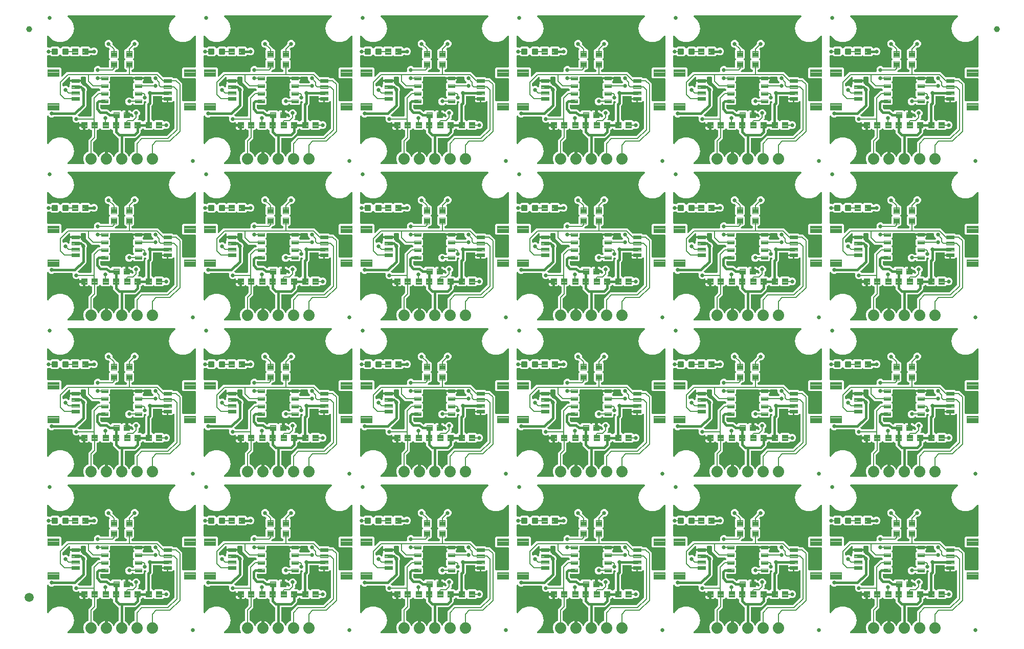
<source format=gtl>
G04 EAGLE Gerber RS-274X export*
G75*
%MOMM*%
%FSLAX34Y34*%
%LPD*%
%INTop Copper*%
%IPPOS*%
%AMOC8*
5,1,8,0,0,1.08239X$1,22.5*%
G01*
%ADD10C,0.635000*%
%ADD11C,0.100000*%
%ADD12C,0.096000*%
%ADD13C,0.102000*%
%ADD14C,0.300000*%
%ADD15C,1.879600*%
%ADD16C,1.000000*%
%ADD17C,1.500000*%
%ADD18C,0.406400*%
%ADD19C,0.203200*%
%ADD20C,0.660400*%

G36*
X248784Y626224D02*
X248784Y626224D01*
X248903Y626231D01*
X248941Y626244D01*
X248982Y626249D01*
X249092Y626292D01*
X249205Y626329D01*
X249240Y626351D01*
X249277Y626366D01*
X249373Y626435D01*
X249474Y626499D01*
X249502Y626529D01*
X249535Y626552D01*
X249611Y626644D01*
X249692Y626731D01*
X249712Y626766D01*
X249737Y626797D01*
X249788Y626905D01*
X249846Y627009D01*
X249856Y627049D01*
X249873Y627085D01*
X249895Y627202D01*
X249925Y627317D01*
X249929Y627377D01*
X249933Y627397D01*
X249931Y627418D01*
X249935Y627478D01*
X249935Y662842D01*
X249920Y662960D01*
X249913Y663079D01*
X249900Y663117D01*
X249895Y663158D01*
X249852Y663268D01*
X249815Y663381D01*
X249793Y663416D01*
X249778Y663453D01*
X249709Y663549D01*
X249645Y663650D01*
X249615Y663678D01*
X249592Y663711D01*
X249500Y663787D01*
X249413Y663868D01*
X249378Y663888D01*
X249347Y663913D01*
X249239Y663964D01*
X249135Y664022D01*
X249095Y664032D01*
X249059Y664049D01*
X248942Y664071D01*
X248827Y664101D01*
X248767Y664105D01*
X248747Y664109D01*
X248726Y664107D01*
X248666Y664111D01*
X228968Y664111D01*
X226901Y666178D01*
X226901Y680142D01*
X228968Y682209D01*
X248666Y682209D01*
X248784Y682224D01*
X248903Y682231D01*
X248941Y682244D01*
X248982Y682249D01*
X249092Y682292D01*
X249205Y682329D01*
X249240Y682351D01*
X249277Y682366D01*
X249373Y682435D01*
X249474Y682499D01*
X249502Y682529D01*
X249535Y682552D01*
X249611Y682644D01*
X249692Y682731D01*
X249712Y682766D01*
X249737Y682797D01*
X249788Y682905D01*
X249846Y683009D01*
X249856Y683049D01*
X249873Y683085D01*
X249895Y683202D01*
X249925Y683317D01*
X249929Y683377D01*
X249933Y683397D01*
X249931Y683418D01*
X249935Y683478D01*
X249935Y733763D01*
X249917Y733908D01*
X249902Y734053D01*
X249897Y734066D01*
X249895Y734079D01*
X249842Y734214D01*
X249791Y734351D01*
X249783Y734362D01*
X249778Y734375D01*
X249693Y734492D01*
X249610Y734612D01*
X249599Y734621D01*
X249592Y734632D01*
X249480Y734725D01*
X249369Y734820D01*
X249357Y734826D01*
X249347Y734835D01*
X249215Y734897D01*
X249084Y734962D01*
X249071Y734965D01*
X249059Y734970D01*
X248917Y734998D01*
X248773Y735028D01*
X248760Y735028D01*
X248747Y735030D01*
X248602Y735021D01*
X248456Y735015D01*
X248442Y735011D01*
X248429Y735010D01*
X248291Y734966D01*
X248151Y734923D01*
X248139Y734916D01*
X248127Y734912D01*
X248004Y734835D01*
X247879Y734759D01*
X247869Y734749D01*
X247858Y734742D01*
X247758Y734636D01*
X247656Y734532D01*
X247646Y734517D01*
X247640Y734511D01*
X247632Y734496D01*
X247567Y734398D01*
X246185Y732005D01*
X240078Y726880D01*
X232586Y724153D01*
X224614Y724153D01*
X217122Y726880D01*
X211015Y732004D01*
X207029Y738909D01*
X205645Y746760D01*
X207029Y754611D01*
X211015Y761515D01*
X216185Y765854D01*
X216209Y765880D01*
X216238Y765900D01*
X216317Y765996D01*
X216401Y766087D01*
X216418Y766118D01*
X216441Y766145D01*
X216494Y766258D01*
X216553Y766367D01*
X216561Y766401D01*
X216576Y766433D01*
X216599Y766555D01*
X216630Y766675D01*
X216629Y766711D01*
X216636Y766746D01*
X216628Y766869D01*
X216627Y766993D01*
X216618Y767028D01*
X216616Y767063D01*
X216578Y767181D01*
X216546Y767301D01*
X216529Y767332D01*
X216518Y767365D01*
X216452Y767470D01*
X216391Y767579D01*
X216367Y767604D01*
X216348Y767634D01*
X216258Y767719D01*
X216172Y767809D01*
X216142Y767828D01*
X216116Y767852D01*
X216008Y767912D01*
X215903Y767978D01*
X215869Y767989D01*
X215838Y768006D01*
X215718Y768037D01*
X215600Y768074D01*
X215564Y768076D01*
X215530Y768085D01*
X215369Y768095D01*
X38631Y768095D01*
X38595Y768091D01*
X38560Y768093D01*
X38438Y768071D01*
X38315Y768055D01*
X38282Y768042D01*
X38247Y768036D01*
X38135Y767984D01*
X38019Y767938D01*
X37991Y767918D01*
X37959Y767903D01*
X37862Y767824D01*
X37762Y767752D01*
X37739Y767724D01*
X37712Y767702D01*
X37639Y767602D01*
X37559Y767507D01*
X37544Y767475D01*
X37523Y767446D01*
X37477Y767331D01*
X37424Y767219D01*
X37417Y767184D01*
X37404Y767151D01*
X37387Y767028D01*
X37364Y766907D01*
X37366Y766871D01*
X37361Y766836D01*
X37376Y766713D01*
X37384Y766589D01*
X37395Y766555D01*
X37399Y766520D01*
X37444Y766404D01*
X37482Y766287D01*
X37501Y766257D01*
X37513Y766224D01*
X37586Y766123D01*
X37652Y766018D01*
X37678Y765994D01*
X37698Y765965D01*
X37815Y765854D01*
X42985Y761516D01*
X46971Y754611D01*
X48355Y746760D01*
X46971Y738909D01*
X42985Y732005D01*
X36878Y726880D01*
X29386Y724153D01*
X21414Y724153D01*
X13922Y726880D01*
X7815Y732004D01*
X6433Y734398D01*
X6345Y734514D01*
X6260Y734632D01*
X6249Y734641D01*
X6241Y734651D01*
X6127Y734742D01*
X6015Y734835D01*
X6002Y734841D01*
X5992Y734849D01*
X5858Y734909D01*
X5727Y734970D01*
X5714Y734973D01*
X5701Y734978D01*
X5557Y735003D01*
X5414Y735030D01*
X5401Y735029D01*
X5388Y735032D01*
X5242Y735019D01*
X5097Y735010D01*
X5084Y735006D01*
X5071Y735005D01*
X4933Y734957D01*
X4795Y734912D01*
X4783Y734905D01*
X4770Y734901D01*
X4649Y734820D01*
X4526Y734742D01*
X4517Y734732D01*
X4505Y734725D01*
X4408Y734617D01*
X4308Y734511D01*
X4301Y734499D01*
X4292Y734489D01*
X4225Y734359D01*
X4154Y734232D01*
X4151Y734219D01*
X4145Y734207D01*
X4111Y734065D01*
X4075Y733924D01*
X4074Y733906D01*
X4072Y733897D01*
X4072Y733880D01*
X4065Y733763D01*
X4065Y716280D01*
X4080Y716162D01*
X4087Y716043D01*
X4100Y716005D01*
X4105Y715964D01*
X4148Y715854D01*
X4185Y715741D01*
X4207Y715706D01*
X4222Y715669D01*
X4291Y715573D01*
X4355Y715472D01*
X4385Y715444D01*
X4408Y715411D01*
X4500Y715335D01*
X4587Y715254D01*
X4622Y715234D01*
X4653Y715209D01*
X4761Y715158D01*
X4865Y715100D01*
X4905Y715090D01*
X4941Y715073D01*
X5058Y715051D01*
X5173Y715021D01*
X5233Y715017D01*
X5253Y715013D01*
X5274Y715015D01*
X5334Y715011D01*
X7613Y715011D01*
X8198Y714769D01*
X8226Y714761D01*
X8252Y714747D01*
X8379Y714719D01*
X8504Y714685D01*
X8534Y714684D01*
X8563Y714678D01*
X8693Y714682D01*
X8822Y714680D01*
X8851Y714687D01*
X8881Y714687D01*
X9005Y714724D01*
X9132Y714754D01*
X9158Y714768D01*
X9186Y714776D01*
X9298Y714842D01*
X9413Y714903D01*
X9435Y714922D01*
X9460Y714937D01*
X9581Y715044D01*
X11246Y716709D01*
X22014Y716709D01*
X24502Y714220D01*
X24593Y714150D01*
X24620Y714125D01*
X24626Y714121D01*
X24686Y714069D01*
X24722Y714050D01*
X24754Y714025D01*
X24863Y713978D01*
X24969Y713924D01*
X25008Y713915D01*
X25046Y713899D01*
X25163Y713880D01*
X25279Y713854D01*
X25320Y713856D01*
X25360Y713849D01*
X25478Y713860D01*
X25597Y713864D01*
X25636Y713875D01*
X25676Y713879D01*
X25789Y713919D01*
X25903Y713952D01*
X25937Y713973D01*
X25976Y713987D01*
X26074Y714053D01*
X26177Y714114D01*
X26222Y714154D01*
X26239Y714165D01*
X26252Y714180D01*
X26297Y714220D01*
X28786Y716709D01*
X39554Y716709D01*
X40605Y715658D01*
X40699Y715585D01*
X40788Y715506D01*
X40824Y715488D01*
X40856Y715463D01*
X40965Y715416D01*
X41071Y715362D01*
X41111Y715353D01*
X41148Y715337D01*
X41266Y715318D01*
X41381Y715292D01*
X41422Y715293D01*
X41462Y715287D01*
X41580Y715298D01*
X41699Y715302D01*
X41738Y715313D01*
X41778Y715317D01*
X41890Y715357D01*
X42005Y715390D01*
X42040Y715411D01*
X42078Y715425D01*
X42176Y715491D01*
X42279Y715552D01*
X42324Y715592D01*
X42341Y715603D01*
X42354Y715618D01*
X42400Y715658D01*
X43450Y716709D01*
X56390Y716709D01*
X57522Y715576D01*
X57617Y715503D01*
X57706Y715424D01*
X57742Y715406D01*
X57774Y715381D01*
X57883Y715334D01*
X57989Y715280D01*
X58028Y715271D01*
X58066Y715255D01*
X58183Y715236D01*
X58299Y715210D01*
X58340Y715211D01*
X58380Y715205D01*
X58498Y715216D01*
X58617Y715220D01*
X58656Y715231D01*
X58696Y715235D01*
X58809Y715275D01*
X58923Y715308D01*
X58957Y715329D01*
X58996Y715342D01*
X59094Y715409D01*
X59197Y715470D01*
X59242Y715510D01*
X59259Y715521D01*
X59272Y715536D01*
X59317Y715576D01*
X60450Y716709D01*
X73390Y716709D01*
X75570Y714528D01*
X75589Y714471D01*
X75611Y714436D01*
X75626Y714399D01*
X75695Y714303D01*
X75759Y714202D01*
X75789Y714174D01*
X75812Y714141D01*
X75904Y714065D01*
X75991Y713984D01*
X76026Y713964D01*
X76057Y713939D01*
X76165Y713888D01*
X76269Y713830D01*
X76309Y713820D01*
X76345Y713803D01*
X76462Y713781D01*
X76577Y713751D01*
X76637Y713747D01*
X76657Y713743D01*
X76678Y713745D01*
X76738Y713741D01*
X76854Y713741D01*
X76952Y713753D01*
X77051Y713756D01*
X77109Y713773D01*
X77169Y713781D01*
X77261Y713817D01*
X77356Y713845D01*
X77409Y713875D01*
X77465Y713898D01*
X77545Y713956D01*
X77630Y714006D01*
X77665Y714037D01*
X80017Y715011D01*
X82543Y715011D01*
X84877Y714044D01*
X86664Y712257D01*
X87631Y709923D01*
X87631Y707397D01*
X86664Y705063D01*
X84877Y703276D01*
X82543Y702309D01*
X80017Y702309D01*
X77650Y703289D01*
X77601Y703336D01*
X77548Y703365D01*
X77500Y703402D01*
X77409Y703442D01*
X77322Y703490D01*
X77264Y703505D01*
X77208Y703529D01*
X77110Y703544D01*
X77014Y703569D01*
X76914Y703575D01*
X76894Y703579D01*
X76882Y703577D01*
X76854Y703579D01*
X76738Y703579D01*
X76620Y703564D01*
X76501Y703557D01*
X76463Y703544D01*
X76422Y703539D01*
X76312Y703496D01*
X76199Y703459D01*
X76164Y703437D01*
X76127Y703422D01*
X76031Y703353D01*
X75930Y703289D01*
X75902Y703259D01*
X75869Y703236D01*
X75793Y703144D01*
X75712Y703057D01*
X75692Y703022D01*
X75667Y702991D01*
X75616Y702883D01*
X75560Y702781D01*
X73390Y700611D01*
X60450Y700611D01*
X59317Y701744D01*
X59223Y701817D01*
X59134Y701896D01*
X59098Y701914D01*
X59066Y701939D01*
X58957Y701986D01*
X58851Y702040D01*
X58812Y702049D01*
X58774Y702065D01*
X58657Y702084D01*
X58541Y702110D01*
X58500Y702109D01*
X58460Y702115D01*
X58342Y702104D01*
X58223Y702100D01*
X58184Y702089D01*
X58144Y702085D01*
X58032Y702045D01*
X57917Y702012D01*
X57882Y701991D01*
X57844Y701978D01*
X57746Y701911D01*
X57643Y701850D01*
X57598Y701810D01*
X57581Y701799D01*
X57568Y701784D01*
X57522Y701744D01*
X56390Y700611D01*
X43450Y700611D01*
X42400Y701662D01*
X42306Y701735D01*
X42216Y701814D01*
X42180Y701832D01*
X42148Y701857D01*
X42039Y701904D01*
X41933Y701958D01*
X41894Y701967D01*
X41856Y701983D01*
X41739Y702002D01*
X41623Y702028D01*
X41582Y702027D01*
X41542Y702033D01*
X41424Y702022D01*
X41305Y702018D01*
X41266Y702007D01*
X41226Y702003D01*
X41114Y701963D01*
X40999Y701930D01*
X40965Y701909D01*
X40926Y701895D01*
X40828Y701829D01*
X40725Y701768D01*
X40680Y701728D01*
X40663Y701717D01*
X40650Y701702D01*
X40605Y701662D01*
X39554Y700611D01*
X28786Y700611D01*
X26297Y703100D01*
X26203Y703173D01*
X26114Y703251D01*
X26078Y703270D01*
X26046Y703295D01*
X25937Y703342D01*
X25831Y703396D01*
X25792Y703405D01*
X25754Y703421D01*
X25637Y703440D01*
X25521Y703466D01*
X25480Y703464D01*
X25440Y703471D01*
X25322Y703460D01*
X25203Y703456D01*
X25164Y703445D01*
X25124Y703441D01*
X25012Y703401D01*
X24897Y703368D01*
X24862Y703347D01*
X24824Y703333D01*
X24726Y703266D01*
X24623Y703206D01*
X24578Y703166D01*
X24561Y703155D01*
X24548Y703139D01*
X24502Y703100D01*
X22014Y700611D01*
X11246Y700611D01*
X9581Y702276D01*
X9558Y702294D01*
X9538Y702317D01*
X9432Y702391D01*
X9330Y702471D01*
X9302Y702483D01*
X9278Y702500D01*
X9157Y702546D01*
X9038Y702598D01*
X9009Y702602D01*
X8981Y702613D01*
X8852Y702627D01*
X8724Y702647D01*
X8694Y702645D01*
X8665Y702648D01*
X8536Y702630D01*
X8407Y702618D01*
X8379Y702608D01*
X8350Y702603D01*
X8198Y702551D01*
X7613Y702309D01*
X5334Y702309D01*
X5216Y702294D01*
X5097Y702287D01*
X5059Y702274D01*
X5018Y702269D01*
X4908Y702226D01*
X4795Y702189D01*
X4760Y702167D01*
X4723Y702152D01*
X4627Y702083D01*
X4526Y702019D01*
X4498Y701989D01*
X4465Y701966D01*
X4389Y701874D01*
X4308Y701787D01*
X4288Y701752D01*
X4263Y701721D01*
X4212Y701613D01*
X4154Y701509D01*
X4144Y701469D01*
X4127Y701433D01*
X4105Y701316D01*
X4075Y701201D01*
X4071Y701141D01*
X4067Y701121D01*
X4069Y701100D01*
X4065Y701040D01*
X4065Y683478D01*
X4080Y683360D01*
X4087Y683241D01*
X4100Y683203D01*
X4105Y683162D01*
X4148Y683052D01*
X4185Y682939D01*
X4207Y682904D01*
X4222Y682867D01*
X4291Y682771D01*
X4355Y682670D01*
X4385Y682642D01*
X4408Y682609D01*
X4500Y682533D01*
X4587Y682452D01*
X4622Y682432D01*
X4653Y682407D01*
X4761Y682356D01*
X4865Y682298D01*
X4905Y682288D01*
X4941Y682271D01*
X5058Y682249D01*
X5173Y682219D01*
X5233Y682215D01*
X5253Y682211D01*
X5274Y682213D01*
X5334Y682209D01*
X25032Y682209D01*
X27099Y680142D01*
X27099Y668371D01*
X27116Y668234D01*
X27129Y668095D01*
X27136Y668076D01*
X27139Y668056D01*
X27190Y667927D01*
X27237Y667796D01*
X27248Y667779D01*
X27256Y667760D01*
X27337Y667648D01*
X27415Y667533D01*
X27431Y667519D01*
X27442Y667503D01*
X27550Y667414D01*
X27654Y667322D01*
X27672Y667313D01*
X27687Y667300D01*
X27813Y667241D01*
X27937Y667178D01*
X27957Y667173D01*
X27975Y667164D01*
X28111Y667138D01*
X28247Y667108D01*
X28268Y667108D01*
X28287Y667105D01*
X28426Y667113D01*
X28565Y667118D01*
X28585Y667123D01*
X28605Y667124D01*
X28737Y667167D01*
X28871Y667206D01*
X28888Y667216D01*
X28907Y667222D01*
X29025Y667297D01*
X29145Y667367D01*
X29166Y667386D01*
X29176Y667393D01*
X29190Y667408D01*
X29265Y667474D01*
X36416Y674625D01*
X80329Y674625D01*
X80378Y674631D01*
X80428Y674629D01*
X80536Y674651D01*
X80645Y674665D01*
X80691Y674683D01*
X80740Y674693D01*
X80838Y674741D01*
X80940Y674782D01*
X80981Y674811D01*
X81025Y674833D01*
X81109Y674904D01*
X81198Y674968D01*
X81229Y675007D01*
X81267Y675039D01*
X81330Y675129D01*
X81400Y675213D01*
X81422Y675258D01*
X81450Y675299D01*
X81489Y675402D01*
X81536Y675501D01*
X81545Y675550D01*
X81563Y675596D01*
X81575Y675706D01*
X81596Y675813D01*
X81593Y675863D01*
X81598Y675912D01*
X81583Y676021D01*
X81576Y676131D01*
X81561Y676178D01*
X81554Y676227D01*
X81502Y676380D01*
X81279Y676917D01*
X81279Y679443D01*
X82246Y681777D01*
X84033Y683564D01*
X86367Y684531D01*
X88893Y684531D01*
X91227Y683564D01*
X92175Y682617D01*
X92253Y682556D01*
X92325Y682488D01*
X92378Y682459D01*
X92426Y682422D01*
X92517Y682382D01*
X92604Y682334D01*
X92662Y682319D01*
X92718Y682295D01*
X92816Y682280D01*
X92912Y682255D01*
X93012Y682249D01*
X93032Y682245D01*
X93044Y682247D01*
X93072Y682245D01*
X104982Y682245D01*
X105100Y682260D01*
X105219Y682267D01*
X105257Y682280D01*
X105298Y682285D01*
X105408Y682328D01*
X105521Y682365D01*
X105556Y682387D01*
X105593Y682402D01*
X105689Y682471D01*
X105790Y682535D01*
X105818Y682565D01*
X105851Y682588D01*
X105927Y682680D01*
X106008Y682767D01*
X106028Y682802D01*
X106053Y682833D01*
X106104Y682941D01*
X106162Y683045D01*
X106172Y683085D01*
X106189Y683121D01*
X106211Y683238D01*
X106241Y683353D01*
X106245Y683413D01*
X106249Y683433D01*
X106247Y683454D01*
X106251Y683514D01*
X106251Y693930D01*
X107384Y695062D01*
X107457Y695157D01*
X107536Y695246D01*
X107554Y695282D01*
X107579Y695314D01*
X107626Y695423D01*
X107680Y695529D01*
X107689Y695568D01*
X107705Y695606D01*
X107724Y695723D01*
X107750Y695839D01*
X107749Y695880D01*
X107755Y695920D01*
X107744Y696038D01*
X107740Y696157D01*
X107729Y696196D01*
X107725Y696236D01*
X107685Y696349D01*
X107652Y696463D01*
X107631Y696497D01*
X107618Y696536D01*
X107551Y696634D01*
X107490Y696737D01*
X107450Y696782D01*
X107439Y696799D01*
X107424Y696812D01*
X107384Y696857D01*
X106251Y697990D01*
X106251Y710930D01*
X107274Y711953D01*
X107347Y712047D01*
X107426Y712136D01*
X107444Y712172D01*
X107469Y712204D01*
X107516Y712313D01*
X107570Y712419D01*
X107579Y712459D01*
X107595Y712496D01*
X107614Y712614D01*
X107640Y712730D01*
X107639Y712770D01*
X107645Y712810D01*
X107634Y712928D01*
X107630Y713047D01*
X107619Y713086D01*
X107615Y713126D01*
X107575Y713239D01*
X107542Y713353D01*
X107521Y713388D01*
X107508Y713426D01*
X107441Y713524D01*
X107380Y713627D01*
X107341Y713672D01*
X107329Y713689D01*
X107314Y713702D01*
X107274Y713748D01*
X106384Y714638D01*
X106306Y714698D01*
X106234Y714766D01*
X106181Y714795D01*
X106133Y714832D01*
X106042Y714872D01*
X105955Y714920D01*
X105897Y714935D01*
X105841Y714959D01*
X105743Y714974D01*
X105647Y714999D01*
X105547Y715005D01*
X105527Y715009D01*
X105515Y715007D01*
X105487Y715009D01*
X104147Y715009D01*
X101813Y715976D01*
X100026Y717763D01*
X99059Y720097D01*
X99059Y722623D01*
X100026Y724957D01*
X101813Y726744D01*
X104147Y727711D01*
X106673Y727711D01*
X109007Y726744D01*
X110794Y724957D01*
X111761Y722623D01*
X111761Y721283D01*
X111773Y721185D01*
X111776Y721086D01*
X111793Y721028D01*
X111801Y720968D01*
X111837Y720876D01*
X111865Y720781D01*
X111895Y720729D01*
X111918Y720672D01*
X111976Y720592D01*
X112026Y720507D01*
X112092Y720431D01*
X112104Y720415D01*
X112114Y720407D01*
X112132Y720386D01*
X118381Y714137D01*
X118387Y714041D01*
X118400Y714003D01*
X118405Y713962D01*
X118448Y713852D01*
X118485Y713739D01*
X118507Y713704D01*
X118522Y713667D01*
X118591Y713571D01*
X118655Y713470D01*
X118685Y713442D01*
X118708Y713409D01*
X118800Y713333D01*
X118887Y713252D01*
X118922Y713232D01*
X118953Y713207D01*
X119061Y713156D01*
X119165Y713098D01*
X119205Y713088D01*
X119241Y713071D01*
X119358Y713049D01*
X119473Y713019D01*
X119533Y713015D01*
X119553Y713011D01*
X119574Y713013D01*
X119634Y713009D01*
X120270Y713009D01*
X122349Y710930D01*
X122349Y697990D01*
X121216Y696857D01*
X121143Y696763D01*
X121064Y696674D01*
X121046Y696638D01*
X121021Y696606D01*
X120974Y696497D01*
X120920Y696391D01*
X120911Y696352D01*
X120895Y696314D01*
X120876Y696197D01*
X120850Y696081D01*
X120851Y696040D01*
X120845Y696000D01*
X120856Y695882D01*
X120860Y695763D01*
X120871Y695724D01*
X120875Y695684D01*
X120915Y695572D01*
X120948Y695457D01*
X120969Y695422D01*
X120982Y695384D01*
X121049Y695286D01*
X121110Y695183D01*
X121150Y695138D01*
X121161Y695121D01*
X121176Y695108D01*
X121216Y695062D01*
X122349Y693930D01*
X122349Y680990D01*
X120270Y678911D01*
X118765Y678911D01*
X118667Y678899D01*
X118568Y678896D01*
X118510Y678879D01*
X118450Y678871D01*
X118358Y678835D01*
X118263Y678807D01*
X118210Y678777D01*
X118154Y678754D01*
X118074Y678696D01*
X117989Y678646D01*
X117913Y678580D01*
X117897Y678568D01*
X117889Y678558D01*
X117868Y678540D01*
X116120Y676791D01*
X116035Y676682D01*
X115946Y676575D01*
X115937Y676556D01*
X115925Y676540D01*
X115869Y676412D01*
X115810Y676287D01*
X115807Y676267D01*
X115799Y676248D01*
X115777Y676110D01*
X115751Y675974D01*
X115752Y675954D01*
X115749Y675934D01*
X115762Y675795D01*
X115770Y675657D01*
X115777Y675638D01*
X115779Y675618D01*
X115826Y675486D01*
X115868Y675355D01*
X115879Y675337D01*
X115886Y675318D01*
X115964Y675203D01*
X116039Y675086D01*
X116053Y675072D01*
X116065Y675055D01*
X116169Y674963D01*
X116270Y674868D01*
X116288Y674858D01*
X116303Y674845D01*
X116427Y674781D01*
X116549Y674714D01*
X116568Y674709D01*
X116586Y674700D01*
X116722Y674670D01*
X116857Y674635D01*
X116885Y674633D01*
X116897Y674630D01*
X116917Y674631D01*
X117017Y674625D01*
X134366Y674625D01*
X134484Y674640D01*
X134603Y674647D01*
X134641Y674660D01*
X134682Y674665D01*
X134792Y674708D01*
X134905Y674745D01*
X134940Y674767D01*
X134977Y674782D01*
X135073Y674851D01*
X135174Y674915D01*
X135202Y674945D01*
X135235Y674968D01*
X135311Y675060D01*
X135392Y675147D01*
X135412Y675182D01*
X135437Y675213D01*
X135488Y675321D01*
X135546Y675425D01*
X135556Y675465D01*
X135573Y675501D01*
X135595Y675618D01*
X135625Y675733D01*
X135629Y675793D01*
X135633Y675813D01*
X135631Y675834D01*
X135635Y675894D01*
X135635Y677642D01*
X135620Y677760D01*
X135613Y677879D01*
X135600Y677917D01*
X135595Y677958D01*
X135552Y678068D01*
X135515Y678181D01*
X135493Y678216D01*
X135478Y678253D01*
X135409Y678349D01*
X135345Y678450D01*
X135315Y678478D01*
X135292Y678511D01*
X135200Y678587D01*
X135113Y678668D01*
X135078Y678688D01*
X135047Y678713D01*
X134939Y678764D01*
X134835Y678822D01*
X134795Y678832D01*
X134759Y678849D01*
X134642Y678871D01*
X134527Y678901D01*
X134467Y678905D01*
X134447Y678909D01*
X134426Y678907D01*
X134366Y678911D01*
X133730Y678911D01*
X131651Y680990D01*
X131651Y693930D01*
X132784Y695062D01*
X132857Y695157D01*
X132936Y695246D01*
X132954Y695282D01*
X132979Y695314D01*
X133026Y695423D01*
X133080Y695529D01*
X133089Y695568D01*
X133105Y695606D01*
X133124Y695723D01*
X133150Y695839D01*
X133149Y695880D01*
X133155Y695920D01*
X133144Y696038D01*
X133140Y696157D01*
X133129Y696196D01*
X133125Y696236D01*
X133085Y696349D01*
X133052Y696463D01*
X133031Y696497D01*
X133018Y696536D01*
X132951Y696634D01*
X132890Y696737D01*
X132850Y696782D01*
X132839Y696799D01*
X132824Y696812D01*
X132784Y696857D01*
X131651Y697990D01*
X131651Y710930D01*
X133730Y713009D01*
X134366Y713009D01*
X134484Y713024D01*
X134603Y713031D01*
X134641Y713044D01*
X134682Y713049D01*
X134792Y713092D01*
X134905Y713129D01*
X134940Y713151D01*
X134977Y713166D01*
X135073Y713235D01*
X135174Y713299D01*
X135202Y713329D01*
X135235Y713352D01*
X135311Y713444D01*
X135392Y713531D01*
X135412Y713566D01*
X135437Y713597D01*
X135488Y713705D01*
X135546Y713809D01*
X135556Y713849D01*
X135573Y713885D01*
X135595Y714002D01*
X135625Y714117D01*
X135627Y714145D01*
X141868Y720386D01*
X141928Y720464D01*
X141996Y720536D01*
X142025Y720589D01*
X142062Y720637D01*
X142102Y720728D01*
X142150Y720815D01*
X142165Y720873D01*
X142189Y720929D01*
X142204Y721027D01*
X142229Y721123D01*
X142235Y721223D01*
X142239Y721243D01*
X142237Y721255D01*
X142239Y721283D01*
X142239Y722623D01*
X143206Y724957D01*
X144993Y726744D01*
X147327Y727711D01*
X149853Y727711D01*
X152187Y726744D01*
X153974Y724957D01*
X154941Y722623D01*
X154941Y720097D01*
X153974Y717763D01*
X152187Y715976D01*
X149853Y715009D01*
X148513Y715009D01*
X148415Y714997D01*
X148316Y714994D01*
X148258Y714977D01*
X148198Y714969D01*
X148106Y714933D01*
X148011Y714905D01*
X147958Y714875D01*
X147902Y714852D01*
X147822Y714794D01*
X147737Y714744D01*
X147662Y714678D01*
X147645Y714666D01*
X147637Y714656D01*
X147616Y714638D01*
X146726Y713748D01*
X146653Y713654D01*
X146574Y713564D01*
X146556Y713528D01*
X146531Y713496D01*
X146484Y713387D01*
X146430Y713281D01*
X146421Y713242D01*
X146405Y713205D01*
X146386Y713087D01*
X146360Y712971D01*
X146361Y712930D01*
X146355Y712890D01*
X146366Y712772D01*
X146370Y712653D01*
X146381Y712614D01*
X146385Y712574D01*
X146425Y712462D01*
X146458Y712347D01*
X146479Y712313D01*
X146492Y712275D01*
X146559Y712176D01*
X146620Y712073D01*
X146659Y712028D01*
X146671Y712011D01*
X146686Y711998D01*
X146726Y711953D01*
X147749Y710930D01*
X147749Y697990D01*
X146616Y696857D01*
X146543Y696763D01*
X146464Y696674D01*
X146446Y696638D01*
X146421Y696606D01*
X146374Y696497D01*
X146320Y696391D01*
X146311Y696352D01*
X146295Y696314D01*
X146276Y696197D01*
X146250Y696081D01*
X146251Y696040D01*
X146245Y696000D01*
X146256Y695882D01*
X146260Y695763D01*
X146271Y695724D01*
X146275Y695684D01*
X146315Y695572D01*
X146348Y695457D01*
X146369Y695422D01*
X146382Y695384D01*
X146449Y695286D01*
X146510Y695183D01*
X146550Y695138D01*
X146561Y695121D01*
X146576Y695108D01*
X146616Y695062D01*
X147749Y693930D01*
X147749Y680990D01*
X145670Y678911D01*
X145034Y678911D01*
X144916Y678896D01*
X144797Y678889D01*
X144759Y678876D01*
X144718Y678871D01*
X144608Y678828D01*
X144495Y678791D01*
X144460Y678769D01*
X144423Y678754D01*
X144327Y678685D01*
X144226Y678621D01*
X144198Y678591D01*
X144165Y678568D01*
X144089Y678476D01*
X144008Y678389D01*
X143988Y678354D01*
X143963Y678323D01*
X143912Y678215D01*
X143854Y678111D01*
X143844Y678071D01*
X143827Y678035D01*
X143805Y677918D01*
X143775Y677803D01*
X143771Y677743D01*
X143767Y677723D01*
X143769Y677702D01*
X143765Y677642D01*
X143765Y675894D01*
X143780Y675776D01*
X143787Y675657D01*
X143800Y675619D01*
X143805Y675578D01*
X143848Y675468D01*
X143885Y675355D01*
X143907Y675320D01*
X143922Y675283D01*
X143991Y675187D01*
X144055Y675086D01*
X144085Y675058D01*
X144108Y675025D01*
X144200Y674949D01*
X144287Y674868D01*
X144322Y674848D01*
X144353Y674823D01*
X144461Y674772D01*
X144565Y674714D01*
X144605Y674704D01*
X144641Y674687D01*
X144758Y674665D01*
X144873Y674635D01*
X144933Y674631D01*
X144953Y674627D01*
X144974Y674629D01*
X145034Y674625D01*
X187104Y674625D01*
X189856Y671872D01*
X195148Y666580D01*
X195226Y666520D01*
X195298Y666452D01*
X195351Y666423D01*
X195399Y666386D01*
X195490Y666346D01*
X195577Y666298D01*
X195635Y666283D01*
X195691Y666259D01*
X195789Y666244D01*
X195885Y666219D01*
X195985Y666213D01*
X196005Y666209D01*
X196017Y666211D01*
X196045Y666209D01*
X210914Y666209D01*
X212526Y664596D01*
X212605Y664536D01*
X212677Y664468D01*
X212730Y664439D01*
X212778Y664402D01*
X212869Y664362D01*
X212955Y664314D01*
X213014Y664299D01*
X213069Y664275D01*
X213167Y664260D01*
X213263Y664235D01*
X213363Y664229D01*
X213384Y664225D01*
X213396Y664227D01*
X213424Y664225D01*
X219094Y664225D01*
X227585Y655734D01*
X227585Y627478D01*
X227600Y627360D01*
X227607Y627241D01*
X227620Y627203D01*
X227625Y627162D01*
X227668Y627052D01*
X227705Y626939D01*
X227727Y626904D01*
X227742Y626867D01*
X227811Y626771D01*
X227875Y626670D01*
X227905Y626642D01*
X227928Y626609D01*
X228020Y626533D01*
X228107Y626452D01*
X228142Y626432D01*
X228173Y626407D01*
X228281Y626356D01*
X228385Y626298D01*
X228425Y626288D01*
X228461Y626271D01*
X228578Y626249D01*
X228693Y626219D01*
X228753Y626215D01*
X228773Y626211D01*
X228794Y626213D01*
X228854Y626209D01*
X248666Y626209D01*
X248784Y626224D01*
G37*
G36*
X507864Y626224D02*
X507864Y626224D01*
X507983Y626231D01*
X508021Y626244D01*
X508062Y626249D01*
X508172Y626292D01*
X508285Y626329D01*
X508320Y626351D01*
X508357Y626366D01*
X508453Y626435D01*
X508554Y626499D01*
X508582Y626529D01*
X508615Y626552D01*
X508691Y626644D01*
X508772Y626731D01*
X508792Y626766D01*
X508817Y626797D01*
X508868Y626905D01*
X508926Y627009D01*
X508936Y627049D01*
X508953Y627085D01*
X508975Y627202D01*
X509005Y627317D01*
X509009Y627377D01*
X509013Y627397D01*
X509011Y627418D01*
X509015Y627478D01*
X509015Y662842D01*
X509000Y662960D01*
X508993Y663079D01*
X508980Y663117D01*
X508975Y663158D01*
X508932Y663268D01*
X508895Y663381D01*
X508873Y663416D01*
X508858Y663453D01*
X508789Y663549D01*
X508725Y663650D01*
X508695Y663678D01*
X508672Y663711D01*
X508580Y663787D01*
X508493Y663868D01*
X508458Y663888D01*
X508427Y663913D01*
X508319Y663964D01*
X508215Y664022D01*
X508175Y664032D01*
X508139Y664049D01*
X508022Y664071D01*
X507907Y664101D01*
X507847Y664105D01*
X507827Y664109D01*
X507806Y664107D01*
X507746Y664111D01*
X488048Y664111D01*
X485981Y666178D01*
X485981Y680142D01*
X488048Y682209D01*
X507746Y682209D01*
X507864Y682224D01*
X507983Y682231D01*
X508021Y682244D01*
X508062Y682249D01*
X508172Y682292D01*
X508285Y682329D01*
X508320Y682351D01*
X508357Y682366D01*
X508453Y682435D01*
X508554Y682499D01*
X508582Y682529D01*
X508615Y682552D01*
X508691Y682644D01*
X508772Y682731D01*
X508792Y682766D01*
X508817Y682797D01*
X508868Y682905D01*
X508926Y683009D01*
X508936Y683049D01*
X508953Y683085D01*
X508975Y683202D01*
X509005Y683317D01*
X509009Y683377D01*
X509013Y683397D01*
X509011Y683418D01*
X509015Y683478D01*
X509015Y733763D01*
X508997Y733908D01*
X508982Y734053D01*
X508977Y734066D01*
X508975Y734079D01*
X508922Y734214D01*
X508871Y734351D01*
X508863Y734362D01*
X508858Y734375D01*
X508773Y734492D01*
X508690Y734612D01*
X508679Y734621D01*
X508672Y734632D01*
X508560Y734725D01*
X508449Y734820D01*
X508437Y734826D01*
X508427Y734835D01*
X508295Y734897D01*
X508164Y734962D01*
X508151Y734965D01*
X508139Y734970D01*
X507997Y734998D01*
X507853Y735028D01*
X507840Y735028D01*
X507827Y735030D01*
X507682Y735021D01*
X507536Y735015D01*
X507522Y735011D01*
X507509Y735010D01*
X507371Y734966D01*
X507231Y734923D01*
X507219Y734916D01*
X507207Y734912D01*
X507084Y734835D01*
X506959Y734759D01*
X506949Y734749D01*
X506938Y734742D01*
X506838Y734636D01*
X506736Y734532D01*
X506726Y734517D01*
X506720Y734511D01*
X506712Y734496D01*
X506647Y734398D01*
X505265Y732005D01*
X499158Y726880D01*
X491666Y724153D01*
X483694Y724153D01*
X476202Y726880D01*
X470095Y732004D01*
X466109Y738909D01*
X464725Y746760D01*
X466109Y754611D01*
X470095Y761515D01*
X475265Y765854D01*
X475289Y765880D01*
X475318Y765900D01*
X475397Y765996D01*
X475481Y766087D01*
X475498Y766118D01*
X475521Y766145D01*
X475574Y766258D01*
X475633Y766367D01*
X475641Y766401D01*
X475656Y766433D01*
X475679Y766555D01*
X475710Y766675D01*
X475709Y766711D01*
X475716Y766746D01*
X475708Y766869D01*
X475707Y766993D01*
X475698Y767028D01*
X475696Y767063D01*
X475658Y767181D01*
X475626Y767301D01*
X475609Y767332D01*
X475598Y767365D01*
X475532Y767470D01*
X475471Y767579D01*
X475447Y767604D01*
X475428Y767634D01*
X475338Y767719D01*
X475252Y767809D01*
X475222Y767828D01*
X475196Y767852D01*
X475088Y767912D01*
X474983Y767978D01*
X474949Y767989D01*
X474918Y768006D01*
X474798Y768037D01*
X474680Y768074D01*
X474644Y768076D01*
X474610Y768085D01*
X474449Y768095D01*
X297711Y768095D01*
X297675Y768091D01*
X297640Y768093D01*
X297518Y768071D01*
X297395Y768055D01*
X297362Y768042D01*
X297327Y768036D01*
X297215Y767984D01*
X297099Y767938D01*
X297071Y767918D01*
X297039Y767903D01*
X296942Y767824D01*
X296842Y767752D01*
X296819Y767724D01*
X296792Y767702D01*
X296719Y767602D01*
X296639Y767507D01*
X296624Y767475D01*
X296603Y767446D01*
X296557Y767331D01*
X296504Y767219D01*
X296497Y767184D01*
X296484Y767151D01*
X296467Y767028D01*
X296444Y766907D01*
X296446Y766871D01*
X296441Y766836D01*
X296456Y766713D01*
X296464Y766589D01*
X296475Y766555D01*
X296479Y766520D01*
X296524Y766404D01*
X296562Y766287D01*
X296581Y766257D01*
X296593Y766224D01*
X296666Y766123D01*
X296732Y766018D01*
X296758Y765994D01*
X296778Y765965D01*
X296895Y765854D01*
X302065Y761516D01*
X306051Y754611D01*
X307435Y746760D01*
X306051Y738909D01*
X302065Y732005D01*
X295958Y726880D01*
X288466Y724153D01*
X280494Y724153D01*
X273002Y726880D01*
X266895Y732005D01*
X265513Y734398D01*
X265425Y734514D01*
X265340Y734632D01*
X265329Y734641D01*
X265321Y734651D01*
X265207Y734742D01*
X265095Y734835D01*
X265082Y734841D01*
X265072Y734849D01*
X264938Y734909D01*
X264807Y734970D01*
X264794Y734973D01*
X264781Y734978D01*
X264637Y735003D01*
X264494Y735030D01*
X264481Y735029D01*
X264468Y735032D01*
X264322Y735019D01*
X264177Y735010D01*
X264164Y735006D01*
X264151Y735005D01*
X264013Y734957D01*
X263875Y734912D01*
X263863Y734905D01*
X263850Y734901D01*
X263729Y734820D01*
X263606Y734742D01*
X263597Y734732D01*
X263585Y734725D01*
X263488Y734617D01*
X263388Y734511D01*
X263381Y734499D01*
X263372Y734489D01*
X263305Y734359D01*
X263234Y734232D01*
X263231Y734219D01*
X263225Y734207D01*
X263191Y734065D01*
X263155Y733924D01*
X263154Y733906D01*
X263152Y733897D01*
X263152Y733880D01*
X263145Y733763D01*
X263145Y716280D01*
X263160Y716162D01*
X263167Y716043D01*
X263180Y716005D01*
X263185Y715964D01*
X263228Y715854D01*
X263265Y715741D01*
X263287Y715706D01*
X263302Y715669D01*
X263371Y715573D01*
X263435Y715472D01*
X263465Y715444D01*
X263488Y715411D01*
X263580Y715335D01*
X263667Y715254D01*
X263702Y715234D01*
X263733Y715209D01*
X263841Y715158D01*
X263945Y715100D01*
X263985Y715090D01*
X264021Y715073D01*
X264138Y715051D01*
X264253Y715021D01*
X264313Y715017D01*
X264333Y715013D01*
X264354Y715015D01*
X264414Y715011D01*
X266693Y715011D01*
X267278Y714769D01*
X267306Y714761D01*
X267332Y714747D01*
X267459Y714719D01*
X267584Y714685D01*
X267614Y714684D01*
X267643Y714678D01*
X267773Y714682D01*
X267902Y714680D01*
X267931Y714687D01*
X267961Y714687D01*
X268085Y714724D01*
X268212Y714754D01*
X268238Y714768D01*
X268266Y714776D01*
X268378Y714842D01*
X268493Y714903D01*
X268515Y714922D01*
X268540Y714937D01*
X268661Y715044D01*
X270326Y716709D01*
X281094Y716709D01*
X283582Y714220D01*
X283673Y714150D01*
X283700Y714125D01*
X283706Y714121D01*
X283766Y714069D01*
X283802Y714050D01*
X283834Y714025D01*
X283943Y713978D01*
X284049Y713924D01*
X284088Y713915D01*
X284126Y713899D01*
X284243Y713880D01*
X284359Y713854D01*
X284400Y713856D01*
X284440Y713849D01*
X284558Y713860D01*
X284677Y713864D01*
X284716Y713875D01*
X284756Y713879D01*
X284869Y713919D01*
X284983Y713952D01*
X285017Y713973D01*
X285056Y713987D01*
X285154Y714053D01*
X285257Y714114D01*
X285302Y714154D01*
X285319Y714165D01*
X285332Y714180D01*
X285377Y714220D01*
X287866Y716709D01*
X298634Y716709D01*
X299685Y715658D01*
X299779Y715585D01*
X299868Y715506D01*
X299904Y715488D01*
X299936Y715463D01*
X300045Y715416D01*
X300151Y715362D01*
X300191Y715353D01*
X300228Y715337D01*
X300346Y715318D01*
X300461Y715292D01*
X300502Y715293D01*
X300542Y715287D01*
X300660Y715298D01*
X300779Y715302D01*
X300818Y715313D01*
X300858Y715317D01*
X300970Y715357D01*
X301085Y715390D01*
X301120Y715411D01*
X301158Y715425D01*
X301256Y715491D01*
X301359Y715552D01*
X301404Y715592D01*
X301421Y715603D01*
X301434Y715618D01*
X301480Y715658D01*
X302530Y716709D01*
X315470Y716709D01*
X316602Y715576D01*
X316697Y715503D01*
X316786Y715424D01*
X316822Y715406D01*
X316854Y715381D01*
X316963Y715334D01*
X317069Y715280D01*
X317108Y715271D01*
X317146Y715255D01*
X317263Y715236D01*
X317379Y715210D01*
X317420Y715211D01*
X317460Y715205D01*
X317578Y715216D01*
X317697Y715220D01*
X317736Y715231D01*
X317776Y715235D01*
X317889Y715275D01*
X318003Y715308D01*
X318037Y715329D01*
X318076Y715342D01*
X318174Y715409D01*
X318277Y715470D01*
X318322Y715510D01*
X318339Y715521D01*
X318352Y715536D01*
X318397Y715576D01*
X319530Y716709D01*
X332470Y716709D01*
X334650Y714528D01*
X334669Y714471D01*
X334691Y714436D01*
X334706Y714399D01*
X334775Y714303D01*
X334839Y714202D01*
X334869Y714174D01*
X334892Y714141D01*
X334984Y714065D01*
X335071Y713984D01*
X335106Y713964D01*
X335137Y713939D01*
X335245Y713888D01*
X335349Y713830D01*
X335389Y713820D01*
X335425Y713803D01*
X335542Y713781D01*
X335657Y713751D01*
X335717Y713747D01*
X335737Y713743D01*
X335758Y713745D01*
X335818Y713741D01*
X335934Y713741D01*
X336032Y713753D01*
X336131Y713756D01*
X336189Y713773D01*
X336249Y713781D01*
X336341Y713817D01*
X336436Y713845D01*
X336489Y713875D01*
X336545Y713898D01*
X336625Y713956D01*
X336710Y714006D01*
X336745Y714037D01*
X339097Y715011D01*
X341623Y715011D01*
X343957Y714044D01*
X345744Y712257D01*
X346711Y709923D01*
X346711Y707397D01*
X345744Y705063D01*
X343957Y703276D01*
X341623Y702309D01*
X339097Y702309D01*
X336730Y703289D01*
X336681Y703336D01*
X336628Y703365D01*
X336580Y703402D01*
X336489Y703442D01*
X336402Y703490D01*
X336344Y703505D01*
X336288Y703529D01*
X336190Y703544D01*
X336094Y703569D01*
X335994Y703575D01*
X335974Y703579D01*
X335962Y703577D01*
X335934Y703579D01*
X335818Y703579D01*
X335700Y703564D01*
X335581Y703557D01*
X335543Y703544D01*
X335502Y703539D01*
X335392Y703496D01*
X335279Y703459D01*
X335244Y703437D01*
X335207Y703422D01*
X335111Y703353D01*
X335010Y703289D01*
X334982Y703259D01*
X334949Y703236D01*
X334873Y703144D01*
X334792Y703057D01*
X334772Y703022D01*
X334747Y702991D01*
X334696Y702883D01*
X334640Y702781D01*
X332470Y700611D01*
X319530Y700611D01*
X318397Y701744D01*
X318303Y701817D01*
X318214Y701896D01*
X318178Y701914D01*
X318146Y701939D01*
X318037Y701986D01*
X317931Y702040D01*
X317892Y702049D01*
X317854Y702065D01*
X317737Y702084D01*
X317621Y702110D01*
X317580Y702109D01*
X317540Y702115D01*
X317422Y702104D01*
X317303Y702100D01*
X317264Y702089D01*
X317224Y702085D01*
X317112Y702045D01*
X316997Y702012D01*
X316962Y701991D01*
X316924Y701978D01*
X316826Y701911D01*
X316723Y701850D01*
X316678Y701810D01*
X316661Y701799D01*
X316648Y701784D01*
X316602Y701744D01*
X315470Y700611D01*
X302530Y700611D01*
X301480Y701662D01*
X301386Y701735D01*
X301296Y701814D01*
X301260Y701832D01*
X301228Y701857D01*
X301119Y701904D01*
X301013Y701958D01*
X300974Y701967D01*
X300936Y701983D01*
X300819Y702002D01*
X300703Y702028D01*
X300662Y702027D01*
X300622Y702033D01*
X300504Y702022D01*
X300385Y702018D01*
X300346Y702007D01*
X300306Y702003D01*
X300194Y701963D01*
X300079Y701930D01*
X300045Y701909D01*
X300006Y701895D01*
X299908Y701829D01*
X299805Y701768D01*
X299760Y701728D01*
X299743Y701717D01*
X299730Y701702D01*
X299685Y701662D01*
X298634Y700611D01*
X287866Y700611D01*
X285377Y703100D01*
X285283Y703173D01*
X285194Y703251D01*
X285158Y703270D01*
X285126Y703295D01*
X285017Y703342D01*
X284911Y703396D01*
X284872Y703405D01*
X284834Y703421D01*
X284717Y703440D01*
X284601Y703466D01*
X284560Y703464D01*
X284520Y703471D01*
X284402Y703460D01*
X284283Y703456D01*
X284244Y703445D01*
X284204Y703441D01*
X284092Y703401D01*
X283977Y703368D01*
X283942Y703347D01*
X283904Y703333D01*
X283806Y703266D01*
X283703Y703206D01*
X283658Y703166D01*
X283641Y703155D01*
X283628Y703139D01*
X283582Y703100D01*
X281094Y700611D01*
X270326Y700611D01*
X268661Y702276D01*
X268638Y702294D01*
X268618Y702317D01*
X268512Y702391D01*
X268410Y702471D01*
X268382Y702483D01*
X268358Y702500D01*
X268237Y702546D01*
X268118Y702598D01*
X268089Y702602D01*
X268061Y702613D01*
X267932Y702627D01*
X267804Y702647D01*
X267774Y702645D01*
X267745Y702648D01*
X267616Y702630D01*
X267487Y702618D01*
X267459Y702608D01*
X267430Y702603D01*
X267278Y702551D01*
X266693Y702309D01*
X264414Y702309D01*
X264296Y702294D01*
X264177Y702287D01*
X264139Y702274D01*
X264098Y702269D01*
X263988Y702226D01*
X263875Y702189D01*
X263840Y702167D01*
X263803Y702152D01*
X263707Y702083D01*
X263606Y702019D01*
X263578Y701989D01*
X263545Y701966D01*
X263469Y701874D01*
X263388Y701787D01*
X263368Y701752D01*
X263343Y701721D01*
X263292Y701613D01*
X263234Y701509D01*
X263224Y701469D01*
X263207Y701433D01*
X263185Y701316D01*
X263155Y701201D01*
X263151Y701141D01*
X263147Y701121D01*
X263149Y701100D01*
X263145Y701040D01*
X263145Y683478D01*
X263160Y683360D01*
X263167Y683241D01*
X263180Y683203D01*
X263185Y683162D01*
X263228Y683052D01*
X263265Y682939D01*
X263287Y682904D01*
X263302Y682867D01*
X263371Y682771D01*
X263435Y682670D01*
X263465Y682642D01*
X263488Y682609D01*
X263580Y682533D01*
X263667Y682452D01*
X263702Y682432D01*
X263733Y682407D01*
X263841Y682356D01*
X263945Y682298D01*
X263985Y682288D01*
X264021Y682271D01*
X264138Y682249D01*
X264253Y682219D01*
X264313Y682215D01*
X264333Y682211D01*
X264354Y682213D01*
X264414Y682209D01*
X284112Y682209D01*
X286179Y680142D01*
X286179Y668371D01*
X286196Y668234D01*
X286209Y668095D01*
X286216Y668076D01*
X286219Y668056D01*
X286270Y667927D01*
X286317Y667796D01*
X286328Y667779D01*
X286336Y667760D01*
X286417Y667648D01*
X286495Y667533D01*
X286511Y667519D01*
X286522Y667503D01*
X286630Y667414D01*
X286734Y667322D01*
X286752Y667313D01*
X286767Y667300D01*
X286893Y667241D01*
X287017Y667178D01*
X287037Y667173D01*
X287055Y667164D01*
X287191Y667138D01*
X287327Y667108D01*
X287348Y667108D01*
X287367Y667105D01*
X287506Y667113D01*
X287645Y667118D01*
X287665Y667123D01*
X287685Y667124D01*
X287817Y667167D01*
X287951Y667206D01*
X287968Y667216D01*
X287987Y667222D01*
X288105Y667297D01*
X288225Y667367D01*
X288246Y667386D01*
X288256Y667393D01*
X288270Y667408D01*
X288345Y667474D01*
X295496Y674625D01*
X339409Y674625D01*
X339458Y674631D01*
X339508Y674629D01*
X339616Y674651D01*
X339725Y674665D01*
X339771Y674683D01*
X339820Y674693D01*
X339918Y674741D01*
X340020Y674782D01*
X340061Y674811D01*
X340105Y674833D01*
X340189Y674904D01*
X340278Y674968D01*
X340309Y675007D01*
X340347Y675039D01*
X340410Y675129D01*
X340480Y675213D01*
X340502Y675258D01*
X340530Y675299D01*
X340569Y675402D01*
X340616Y675501D01*
X340625Y675550D01*
X340643Y675596D01*
X340655Y675706D01*
X340676Y675813D01*
X340673Y675863D01*
X340678Y675912D01*
X340663Y676021D01*
X340656Y676131D01*
X340641Y676178D01*
X340634Y676227D01*
X340582Y676380D01*
X340359Y676917D01*
X340359Y679443D01*
X341326Y681777D01*
X343113Y683564D01*
X345447Y684531D01*
X347973Y684531D01*
X350307Y683564D01*
X351255Y682616D01*
X351333Y682556D01*
X351405Y682488D01*
X351458Y682459D01*
X351506Y682422D01*
X351597Y682382D01*
X351684Y682334D01*
X351742Y682319D01*
X351798Y682295D01*
X351896Y682280D01*
X351992Y682255D01*
X352092Y682249D01*
X352112Y682245D01*
X352124Y682247D01*
X352152Y682245D01*
X364062Y682245D01*
X364180Y682260D01*
X364299Y682267D01*
X364337Y682280D01*
X364378Y682285D01*
X364488Y682328D01*
X364601Y682365D01*
X364636Y682387D01*
X364673Y682402D01*
X364769Y682471D01*
X364870Y682535D01*
X364898Y682565D01*
X364931Y682588D01*
X365007Y682680D01*
X365088Y682767D01*
X365108Y682802D01*
X365133Y682833D01*
X365184Y682941D01*
X365242Y683045D01*
X365252Y683085D01*
X365269Y683121D01*
X365291Y683238D01*
X365321Y683353D01*
X365325Y683413D01*
X365329Y683433D01*
X365327Y683454D01*
X365331Y683514D01*
X365331Y693930D01*
X366464Y695062D01*
X366537Y695157D01*
X366616Y695246D01*
X366634Y695282D01*
X366659Y695314D01*
X366706Y695423D01*
X366760Y695529D01*
X366769Y695568D01*
X366785Y695606D01*
X366804Y695723D01*
X366830Y695839D01*
X366829Y695880D01*
X366835Y695920D01*
X366824Y696038D01*
X366820Y696157D01*
X366809Y696196D01*
X366805Y696236D01*
X366765Y696349D01*
X366732Y696463D01*
X366711Y696497D01*
X366698Y696536D01*
X366631Y696634D01*
X366570Y696737D01*
X366530Y696782D01*
X366519Y696799D01*
X366504Y696812D01*
X366464Y696857D01*
X365331Y697990D01*
X365331Y710930D01*
X366354Y711953D01*
X366427Y712047D01*
X366506Y712136D01*
X366524Y712172D01*
X366549Y712204D01*
X366596Y712313D01*
X366650Y712419D01*
X366659Y712459D01*
X366675Y712496D01*
X366694Y712614D01*
X366720Y712730D01*
X366719Y712770D01*
X366725Y712810D01*
X366714Y712928D01*
X366710Y713047D01*
X366699Y713086D01*
X366695Y713126D01*
X366655Y713239D01*
X366622Y713353D01*
X366601Y713388D01*
X366588Y713426D01*
X366521Y713524D01*
X366460Y713627D01*
X366421Y713672D01*
X366409Y713689D01*
X366394Y713702D01*
X366354Y713748D01*
X365464Y714638D01*
X365386Y714698D01*
X365314Y714766D01*
X365261Y714795D01*
X365213Y714832D01*
X365122Y714872D01*
X365035Y714920D01*
X364977Y714935D01*
X364921Y714959D01*
X364823Y714974D01*
X364727Y714999D01*
X364627Y715005D01*
X364607Y715009D01*
X364595Y715007D01*
X364567Y715009D01*
X363227Y715009D01*
X360893Y715976D01*
X359106Y717763D01*
X358139Y720097D01*
X358139Y722623D01*
X359106Y724957D01*
X360893Y726744D01*
X363227Y727711D01*
X365753Y727711D01*
X368087Y726744D01*
X369874Y724957D01*
X370841Y722623D01*
X370841Y721283D01*
X370853Y721185D01*
X370856Y721086D01*
X370873Y721028D01*
X370881Y720968D01*
X370917Y720876D01*
X370945Y720781D01*
X370975Y720729D01*
X370998Y720672D01*
X371056Y720592D01*
X371106Y720507D01*
X371172Y720431D01*
X371184Y720415D01*
X371194Y720407D01*
X371212Y720386D01*
X377461Y714137D01*
X377467Y714041D01*
X377480Y714003D01*
X377485Y713962D01*
X377528Y713852D01*
X377565Y713739D01*
X377587Y713704D01*
X377602Y713667D01*
X377671Y713571D01*
X377735Y713470D01*
X377765Y713442D01*
X377788Y713409D01*
X377880Y713333D01*
X377967Y713252D01*
X378002Y713232D01*
X378033Y713207D01*
X378141Y713156D01*
X378245Y713098D01*
X378285Y713088D01*
X378321Y713071D01*
X378438Y713049D01*
X378553Y713019D01*
X378613Y713015D01*
X378633Y713011D01*
X378654Y713013D01*
X378714Y713009D01*
X379350Y713009D01*
X381429Y710930D01*
X381429Y697990D01*
X380296Y696857D01*
X380223Y696763D01*
X380144Y696674D01*
X380126Y696638D01*
X380101Y696606D01*
X380054Y696497D01*
X380000Y696391D01*
X379991Y696352D01*
X379975Y696314D01*
X379956Y696197D01*
X379930Y696081D01*
X379931Y696040D01*
X379925Y696000D01*
X379936Y695882D01*
X379940Y695763D01*
X379951Y695724D01*
X379955Y695684D01*
X379995Y695572D01*
X380028Y695457D01*
X380049Y695422D01*
X380062Y695384D01*
X380129Y695286D01*
X380190Y695183D01*
X380230Y695138D01*
X380241Y695121D01*
X380256Y695108D01*
X380296Y695062D01*
X381429Y693930D01*
X381429Y680990D01*
X379350Y678911D01*
X377845Y678911D01*
X377747Y678899D01*
X377648Y678896D01*
X377590Y678879D01*
X377530Y678871D01*
X377438Y678835D01*
X377343Y678807D01*
X377290Y678777D01*
X377234Y678754D01*
X377154Y678696D01*
X377069Y678646D01*
X376993Y678580D01*
X376977Y678568D01*
X376969Y678558D01*
X376948Y678540D01*
X375200Y676791D01*
X375115Y676682D01*
X375026Y676575D01*
X375017Y676556D01*
X375005Y676540D01*
X374949Y676412D01*
X374890Y676287D01*
X374887Y676267D01*
X374879Y676248D01*
X374857Y676110D01*
X374831Y675974D01*
X374832Y675954D01*
X374829Y675934D01*
X374842Y675795D01*
X374850Y675657D01*
X374857Y675638D01*
X374859Y675618D01*
X374906Y675486D01*
X374948Y675355D01*
X374959Y675337D01*
X374966Y675318D01*
X375044Y675203D01*
X375119Y675086D01*
X375133Y675072D01*
X375145Y675055D01*
X375249Y674963D01*
X375350Y674868D01*
X375368Y674858D01*
X375383Y674845D01*
X375507Y674781D01*
X375629Y674714D01*
X375648Y674709D01*
X375666Y674700D01*
X375802Y674670D01*
X375937Y674635D01*
X375965Y674633D01*
X375977Y674630D01*
X375997Y674631D01*
X376097Y674625D01*
X393446Y674625D01*
X393564Y674640D01*
X393683Y674647D01*
X393721Y674660D01*
X393762Y674665D01*
X393872Y674708D01*
X393985Y674745D01*
X394020Y674767D01*
X394057Y674782D01*
X394153Y674851D01*
X394254Y674915D01*
X394282Y674945D01*
X394315Y674968D01*
X394391Y675060D01*
X394472Y675147D01*
X394492Y675182D01*
X394517Y675213D01*
X394568Y675321D01*
X394626Y675425D01*
X394636Y675465D01*
X394653Y675501D01*
X394675Y675618D01*
X394705Y675733D01*
X394709Y675793D01*
X394713Y675813D01*
X394711Y675834D01*
X394715Y675894D01*
X394715Y677642D01*
X394700Y677760D01*
X394693Y677879D01*
X394680Y677917D01*
X394675Y677958D01*
X394632Y678068D01*
X394595Y678181D01*
X394573Y678216D01*
X394558Y678253D01*
X394489Y678349D01*
X394425Y678450D01*
X394395Y678478D01*
X394372Y678511D01*
X394280Y678587D01*
X394193Y678668D01*
X394158Y678688D01*
X394127Y678713D01*
X394019Y678764D01*
X393915Y678822D01*
X393875Y678832D01*
X393839Y678849D01*
X393722Y678871D01*
X393607Y678901D01*
X393547Y678905D01*
X393527Y678909D01*
X393506Y678907D01*
X393446Y678911D01*
X392810Y678911D01*
X390731Y680990D01*
X390731Y693930D01*
X391864Y695062D01*
X391937Y695157D01*
X392016Y695246D01*
X392034Y695282D01*
X392059Y695314D01*
X392106Y695423D01*
X392160Y695529D01*
X392169Y695568D01*
X392185Y695606D01*
X392204Y695723D01*
X392230Y695839D01*
X392229Y695880D01*
X392235Y695920D01*
X392224Y696038D01*
X392220Y696157D01*
X392209Y696196D01*
X392205Y696236D01*
X392165Y696349D01*
X392132Y696463D01*
X392111Y696497D01*
X392098Y696536D01*
X392031Y696634D01*
X391970Y696737D01*
X391930Y696782D01*
X391919Y696799D01*
X391904Y696812D01*
X391864Y696857D01*
X390731Y697990D01*
X390731Y710930D01*
X392810Y713009D01*
X393446Y713009D01*
X393564Y713024D01*
X393683Y713031D01*
X393721Y713044D01*
X393762Y713049D01*
X393872Y713092D01*
X393985Y713129D01*
X394020Y713151D01*
X394057Y713166D01*
X394153Y713235D01*
X394254Y713299D01*
X394282Y713329D01*
X394315Y713352D01*
X394391Y713444D01*
X394472Y713531D01*
X394492Y713566D01*
X394517Y713597D01*
X394568Y713705D01*
X394626Y713809D01*
X394636Y713849D01*
X394653Y713885D01*
X394675Y714002D01*
X394705Y714117D01*
X394707Y714145D01*
X400948Y720386D01*
X401008Y720464D01*
X401076Y720536D01*
X401105Y720589D01*
X401142Y720637D01*
X401182Y720728D01*
X401230Y720815D01*
X401245Y720873D01*
X401269Y720929D01*
X401284Y721027D01*
X401309Y721123D01*
X401315Y721223D01*
X401319Y721243D01*
X401317Y721255D01*
X401319Y721283D01*
X401319Y722623D01*
X402286Y724957D01*
X404073Y726744D01*
X406407Y727711D01*
X408933Y727711D01*
X411267Y726744D01*
X413054Y724957D01*
X414021Y722623D01*
X414021Y720097D01*
X413054Y717763D01*
X411267Y715976D01*
X408933Y715009D01*
X407593Y715009D01*
X407495Y714997D01*
X407396Y714994D01*
X407338Y714977D01*
X407278Y714969D01*
X407186Y714933D01*
X407091Y714905D01*
X407038Y714875D01*
X406982Y714852D01*
X406902Y714794D01*
X406817Y714744D01*
X406742Y714678D01*
X406725Y714666D01*
X406717Y714656D01*
X406696Y714638D01*
X405806Y713748D01*
X405733Y713654D01*
X405654Y713564D01*
X405636Y713528D01*
X405611Y713496D01*
X405564Y713387D01*
X405510Y713281D01*
X405501Y713242D01*
X405485Y713205D01*
X405466Y713087D01*
X405440Y712971D01*
X405441Y712930D01*
X405435Y712890D01*
X405446Y712772D01*
X405450Y712653D01*
X405461Y712614D01*
X405465Y712574D01*
X405505Y712462D01*
X405538Y712347D01*
X405559Y712313D01*
X405572Y712275D01*
X405639Y712176D01*
X405700Y712073D01*
X405739Y712028D01*
X405751Y712011D01*
X405766Y711998D01*
X405806Y711953D01*
X406829Y710930D01*
X406829Y697990D01*
X405696Y696857D01*
X405623Y696763D01*
X405544Y696674D01*
X405526Y696638D01*
X405501Y696606D01*
X405454Y696497D01*
X405400Y696391D01*
X405391Y696352D01*
X405375Y696314D01*
X405356Y696197D01*
X405330Y696081D01*
X405331Y696040D01*
X405325Y696000D01*
X405336Y695882D01*
X405340Y695763D01*
X405351Y695724D01*
X405355Y695684D01*
X405395Y695572D01*
X405428Y695457D01*
X405449Y695422D01*
X405462Y695384D01*
X405529Y695286D01*
X405590Y695183D01*
X405630Y695138D01*
X405641Y695121D01*
X405656Y695108D01*
X405696Y695062D01*
X406829Y693930D01*
X406829Y680990D01*
X404750Y678911D01*
X404114Y678911D01*
X403996Y678896D01*
X403877Y678889D01*
X403839Y678876D01*
X403798Y678871D01*
X403688Y678828D01*
X403575Y678791D01*
X403540Y678769D01*
X403503Y678754D01*
X403407Y678685D01*
X403306Y678621D01*
X403278Y678591D01*
X403245Y678568D01*
X403169Y678476D01*
X403088Y678389D01*
X403068Y678354D01*
X403043Y678323D01*
X402992Y678215D01*
X402934Y678111D01*
X402924Y678071D01*
X402907Y678035D01*
X402885Y677918D01*
X402855Y677803D01*
X402851Y677743D01*
X402847Y677723D01*
X402849Y677702D01*
X402845Y677642D01*
X402845Y675894D01*
X402860Y675776D01*
X402867Y675657D01*
X402880Y675619D01*
X402885Y675578D01*
X402928Y675468D01*
X402965Y675355D01*
X402987Y675320D01*
X403002Y675283D01*
X403071Y675187D01*
X403135Y675086D01*
X403165Y675058D01*
X403188Y675025D01*
X403280Y674949D01*
X403367Y674868D01*
X403402Y674848D01*
X403433Y674823D01*
X403541Y674772D01*
X403645Y674714D01*
X403685Y674704D01*
X403721Y674687D01*
X403838Y674665D01*
X403953Y674635D01*
X404013Y674631D01*
X404033Y674627D01*
X404054Y674629D01*
X404114Y674625D01*
X446184Y674625D01*
X448936Y671872D01*
X454228Y666580D01*
X454306Y666520D01*
X454378Y666452D01*
X454431Y666423D01*
X454479Y666386D01*
X454570Y666346D01*
X454657Y666298D01*
X454715Y666283D01*
X454771Y666259D01*
X454869Y666244D01*
X454965Y666219D01*
X455065Y666213D01*
X455085Y666209D01*
X455097Y666211D01*
X455125Y666209D01*
X469994Y666209D01*
X471606Y664596D01*
X471685Y664536D01*
X471757Y664468D01*
X471810Y664439D01*
X471858Y664402D01*
X471949Y664362D01*
X472035Y664314D01*
X472094Y664299D01*
X472149Y664275D01*
X472247Y664260D01*
X472343Y664235D01*
X472443Y664229D01*
X472464Y664225D01*
X472476Y664227D01*
X472504Y664225D01*
X478174Y664225D01*
X486665Y655734D01*
X486665Y627478D01*
X486680Y627360D01*
X486687Y627241D01*
X486700Y627203D01*
X486705Y627162D01*
X486748Y627052D01*
X486785Y626939D01*
X486807Y626904D01*
X486822Y626867D01*
X486891Y626771D01*
X486955Y626670D01*
X486985Y626642D01*
X487008Y626609D01*
X487100Y626533D01*
X487187Y626452D01*
X487222Y626432D01*
X487253Y626407D01*
X487361Y626356D01*
X487465Y626298D01*
X487505Y626288D01*
X487541Y626271D01*
X487658Y626249D01*
X487773Y626219D01*
X487833Y626215D01*
X487853Y626211D01*
X487874Y626213D01*
X487934Y626209D01*
X507746Y626209D01*
X507864Y626224D01*
G37*
G36*
X1285104Y626224D02*
X1285104Y626224D01*
X1285223Y626231D01*
X1285261Y626244D01*
X1285302Y626249D01*
X1285412Y626292D01*
X1285525Y626329D01*
X1285560Y626351D01*
X1285597Y626366D01*
X1285693Y626435D01*
X1285794Y626499D01*
X1285822Y626529D01*
X1285855Y626552D01*
X1285931Y626644D01*
X1286012Y626731D01*
X1286032Y626766D01*
X1286057Y626797D01*
X1286108Y626905D01*
X1286166Y627009D01*
X1286176Y627049D01*
X1286193Y627085D01*
X1286215Y627202D01*
X1286245Y627317D01*
X1286249Y627377D01*
X1286253Y627397D01*
X1286251Y627418D01*
X1286255Y627478D01*
X1286255Y662842D01*
X1286240Y662960D01*
X1286233Y663079D01*
X1286220Y663117D01*
X1286215Y663158D01*
X1286172Y663268D01*
X1286135Y663381D01*
X1286113Y663416D01*
X1286098Y663453D01*
X1286029Y663549D01*
X1285965Y663650D01*
X1285935Y663678D01*
X1285912Y663711D01*
X1285820Y663787D01*
X1285733Y663868D01*
X1285698Y663888D01*
X1285667Y663913D01*
X1285559Y663964D01*
X1285455Y664022D01*
X1285415Y664032D01*
X1285379Y664049D01*
X1285262Y664071D01*
X1285147Y664101D01*
X1285087Y664105D01*
X1285067Y664109D01*
X1285046Y664107D01*
X1284986Y664111D01*
X1265288Y664111D01*
X1263221Y666178D01*
X1263221Y680142D01*
X1265288Y682209D01*
X1284986Y682209D01*
X1285104Y682224D01*
X1285223Y682231D01*
X1285261Y682244D01*
X1285302Y682249D01*
X1285412Y682292D01*
X1285525Y682329D01*
X1285560Y682351D01*
X1285597Y682366D01*
X1285693Y682435D01*
X1285794Y682499D01*
X1285822Y682529D01*
X1285855Y682552D01*
X1285931Y682644D01*
X1286012Y682731D01*
X1286032Y682766D01*
X1286057Y682797D01*
X1286108Y682905D01*
X1286166Y683009D01*
X1286176Y683049D01*
X1286193Y683085D01*
X1286215Y683202D01*
X1286245Y683317D01*
X1286249Y683377D01*
X1286253Y683397D01*
X1286251Y683418D01*
X1286255Y683478D01*
X1286255Y733763D01*
X1286237Y733908D01*
X1286222Y734053D01*
X1286217Y734066D01*
X1286215Y734079D01*
X1286162Y734214D01*
X1286111Y734351D01*
X1286103Y734362D01*
X1286098Y734375D01*
X1286013Y734492D01*
X1285930Y734612D01*
X1285919Y734621D01*
X1285912Y734632D01*
X1285800Y734725D01*
X1285689Y734820D01*
X1285677Y734826D01*
X1285667Y734835D01*
X1285535Y734897D01*
X1285404Y734962D01*
X1285391Y734965D01*
X1285379Y734970D01*
X1285237Y734998D01*
X1285093Y735028D01*
X1285080Y735028D01*
X1285067Y735030D01*
X1284922Y735021D01*
X1284776Y735015D01*
X1284762Y735011D01*
X1284749Y735010D01*
X1284611Y734966D01*
X1284471Y734923D01*
X1284459Y734916D01*
X1284447Y734912D01*
X1284324Y734835D01*
X1284199Y734759D01*
X1284189Y734749D01*
X1284178Y734742D01*
X1284078Y734636D01*
X1283976Y734532D01*
X1283966Y734517D01*
X1283960Y734511D01*
X1283952Y734496D01*
X1283887Y734398D01*
X1282505Y732005D01*
X1276398Y726880D01*
X1268906Y724153D01*
X1260934Y724153D01*
X1253442Y726880D01*
X1247335Y732004D01*
X1243349Y738909D01*
X1241965Y746760D01*
X1243349Y754611D01*
X1247335Y761515D01*
X1252505Y765854D01*
X1252529Y765880D01*
X1252558Y765900D01*
X1252637Y765996D01*
X1252721Y766087D01*
X1252738Y766118D01*
X1252761Y766145D01*
X1252814Y766258D01*
X1252873Y766367D01*
X1252881Y766401D01*
X1252896Y766433D01*
X1252919Y766555D01*
X1252950Y766675D01*
X1252949Y766711D01*
X1252956Y766746D01*
X1252948Y766869D01*
X1252947Y766993D01*
X1252938Y767028D01*
X1252936Y767063D01*
X1252898Y767181D01*
X1252866Y767301D01*
X1252849Y767332D01*
X1252838Y767365D01*
X1252772Y767470D01*
X1252711Y767579D01*
X1252687Y767604D01*
X1252668Y767634D01*
X1252578Y767719D01*
X1252492Y767809D01*
X1252462Y767828D01*
X1252436Y767852D01*
X1252328Y767912D01*
X1252223Y767978D01*
X1252189Y767989D01*
X1252158Y768006D01*
X1252038Y768037D01*
X1251920Y768074D01*
X1251884Y768076D01*
X1251850Y768085D01*
X1251689Y768095D01*
X1074951Y768095D01*
X1074916Y768091D01*
X1074880Y768093D01*
X1074758Y768071D01*
X1074635Y768055D01*
X1074602Y768042D01*
X1074567Y768036D01*
X1074455Y767984D01*
X1074339Y767938D01*
X1074311Y767918D01*
X1074279Y767903D01*
X1074182Y767824D01*
X1074082Y767752D01*
X1074060Y767724D01*
X1074032Y767702D01*
X1073959Y767602D01*
X1073879Y767507D01*
X1073864Y767475D01*
X1073843Y767446D01*
X1073797Y767331D01*
X1073744Y767219D01*
X1073737Y767184D01*
X1073724Y767151D01*
X1073707Y767028D01*
X1073684Y766907D01*
X1073686Y766871D01*
X1073681Y766836D01*
X1073696Y766713D01*
X1073704Y766589D01*
X1073715Y766555D01*
X1073719Y766520D01*
X1073764Y766405D01*
X1073802Y766287D01*
X1073821Y766257D01*
X1073834Y766224D01*
X1073905Y766123D01*
X1073972Y766018D01*
X1073998Y765994D01*
X1074018Y765965D01*
X1074135Y765854D01*
X1079305Y761516D01*
X1083291Y754611D01*
X1084675Y746760D01*
X1083291Y738909D01*
X1079305Y732005D01*
X1073198Y726880D01*
X1065706Y724153D01*
X1057734Y724153D01*
X1050242Y726880D01*
X1044135Y732005D01*
X1042753Y734398D01*
X1042665Y734514D01*
X1042580Y734632D01*
X1042569Y734641D01*
X1042561Y734651D01*
X1042447Y734742D01*
X1042335Y734835D01*
X1042322Y734841D01*
X1042312Y734849D01*
X1042178Y734909D01*
X1042047Y734970D01*
X1042034Y734973D01*
X1042021Y734978D01*
X1041877Y735003D01*
X1041734Y735030D01*
X1041721Y735029D01*
X1041708Y735032D01*
X1041562Y735019D01*
X1041417Y735010D01*
X1041404Y735006D01*
X1041391Y735005D01*
X1041253Y734957D01*
X1041115Y734912D01*
X1041103Y734905D01*
X1041090Y734901D01*
X1040969Y734820D01*
X1040846Y734742D01*
X1040837Y734732D01*
X1040825Y734725D01*
X1040728Y734617D01*
X1040628Y734511D01*
X1040621Y734499D01*
X1040612Y734489D01*
X1040545Y734359D01*
X1040474Y734232D01*
X1040471Y734219D01*
X1040465Y734207D01*
X1040431Y734065D01*
X1040395Y733924D01*
X1040394Y733906D01*
X1040392Y733897D01*
X1040392Y733880D01*
X1040385Y733763D01*
X1040385Y716280D01*
X1040400Y716162D01*
X1040407Y716043D01*
X1040420Y716005D01*
X1040425Y715964D01*
X1040468Y715854D01*
X1040505Y715741D01*
X1040527Y715706D01*
X1040542Y715669D01*
X1040611Y715573D01*
X1040675Y715472D01*
X1040705Y715444D01*
X1040728Y715411D01*
X1040820Y715335D01*
X1040907Y715254D01*
X1040942Y715234D01*
X1040973Y715209D01*
X1041081Y715158D01*
X1041185Y715100D01*
X1041225Y715090D01*
X1041261Y715073D01*
X1041378Y715051D01*
X1041493Y715021D01*
X1041553Y715017D01*
X1041573Y715013D01*
X1041594Y715015D01*
X1041654Y715011D01*
X1043933Y715011D01*
X1044518Y714769D01*
X1044546Y714761D01*
X1044572Y714747D01*
X1044699Y714719D01*
X1044824Y714685D01*
X1044854Y714684D01*
X1044883Y714678D01*
X1045013Y714682D01*
X1045142Y714680D01*
X1045171Y714687D01*
X1045201Y714687D01*
X1045325Y714724D01*
X1045452Y714754D01*
X1045478Y714768D01*
X1045506Y714776D01*
X1045618Y714842D01*
X1045733Y714903D01*
X1045755Y714922D01*
X1045780Y714937D01*
X1045901Y715044D01*
X1047566Y716709D01*
X1058334Y716709D01*
X1060822Y714220D01*
X1060913Y714150D01*
X1060940Y714125D01*
X1060946Y714121D01*
X1061006Y714069D01*
X1061042Y714050D01*
X1061074Y714025D01*
X1061183Y713978D01*
X1061289Y713924D01*
X1061328Y713915D01*
X1061366Y713899D01*
X1061483Y713880D01*
X1061599Y713854D01*
X1061640Y713856D01*
X1061680Y713849D01*
X1061798Y713860D01*
X1061917Y713864D01*
X1061956Y713875D01*
X1061996Y713879D01*
X1062109Y713919D01*
X1062223Y713952D01*
X1062257Y713973D01*
X1062296Y713987D01*
X1062394Y714053D01*
X1062497Y714114D01*
X1062542Y714154D01*
X1062559Y714165D01*
X1062572Y714180D01*
X1062617Y714220D01*
X1065106Y716709D01*
X1075874Y716709D01*
X1076925Y715658D01*
X1077019Y715585D01*
X1077108Y715506D01*
X1077144Y715488D01*
X1077176Y715463D01*
X1077285Y715416D01*
X1077391Y715362D01*
X1077431Y715353D01*
X1077468Y715337D01*
X1077586Y715318D01*
X1077701Y715292D01*
X1077742Y715293D01*
X1077782Y715287D01*
X1077900Y715298D01*
X1078019Y715302D01*
X1078058Y715313D01*
X1078098Y715317D01*
X1078210Y715357D01*
X1078325Y715390D01*
X1078360Y715411D01*
X1078398Y715425D01*
X1078496Y715491D01*
X1078599Y715552D01*
X1078644Y715592D01*
X1078661Y715603D01*
X1078674Y715618D01*
X1078720Y715658D01*
X1079770Y716709D01*
X1092710Y716709D01*
X1093842Y715576D01*
X1093937Y715503D01*
X1094026Y715424D01*
X1094062Y715406D01*
X1094094Y715381D01*
X1094203Y715334D01*
X1094309Y715280D01*
X1094348Y715271D01*
X1094386Y715255D01*
X1094503Y715236D01*
X1094619Y715210D01*
X1094660Y715211D01*
X1094700Y715205D01*
X1094818Y715216D01*
X1094937Y715220D01*
X1094976Y715231D01*
X1095016Y715235D01*
X1095129Y715275D01*
X1095243Y715308D01*
X1095277Y715329D01*
X1095316Y715342D01*
X1095414Y715409D01*
X1095517Y715470D01*
X1095562Y715510D01*
X1095579Y715521D01*
X1095592Y715536D01*
X1095637Y715576D01*
X1096770Y716709D01*
X1109710Y716709D01*
X1111890Y714528D01*
X1111909Y714471D01*
X1111931Y714436D01*
X1111946Y714399D01*
X1112015Y714303D01*
X1112079Y714202D01*
X1112109Y714174D01*
X1112132Y714141D01*
X1112224Y714065D01*
X1112311Y713984D01*
X1112346Y713964D01*
X1112377Y713939D01*
X1112485Y713888D01*
X1112589Y713830D01*
X1112629Y713820D01*
X1112665Y713803D01*
X1112782Y713781D01*
X1112897Y713751D01*
X1112957Y713747D01*
X1112977Y713743D01*
X1112998Y713745D01*
X1113058Y713741D01*
X1113174Y713741D01*
X1113272Y713753D01*
X1113371Y713756D01*
X1113429Y713773D01*
X1113489Y713781D01*
X1113581Y713817D01*
X1113676Y713845D01*
X1113729Y713875D01*
X1113785Y713898D01*
X1113865Y713956D01*
X1113950Y714006D01*
X1113985Y714037D01*
X1116337Y715011D01*
X1118863Y715011D01*
X1121197Y714044D01*
X1122984Y712257D01*
X1123951Y709923D01*
X1123951Y707397D01*
X1122984Y705063D01*
X1121197Y703276D01*
X1118863Y702309D01*
X1116337Y702309D01*
X1113970Y703289D01*
X1113921Y703336D01*
X1113868Y703365D01*
X1113820Y703402D01*
X1113729Y703442D01*
X1113642Y703490D01*
X1113584Y703505D01*
X1113528Y703529D01*
X1113430Y703544D01*
X1113334Y703569D01*
X1113234Y703575D01*
X1113214Y703579D01*
X1113202Y703577D01*
X1113174Y703579D01*
X1113058Y703579D01*
X1112940Y703564D01*
X1112821Y703557D01*
X1112783Y703544D01*
X1112742Y703539D01*
X1112632Y703496D01*
X1112519Y703459D01*
X1112484Y703437D01*
X1112447Y703422D01*
X1112351Y703353D01*
X1112250Y703289D01*
X1112222Y703259D01*
X1112189Y703236D01*
X1112113Y703144D01*
X1112032Y703057D01*
X1112012Y703022D01*
X1111987Y702991D01*
X1111936Y702883D01*
X1111880Y702781D01*
X1109710Y700611D01*
X1096770Y700611D01*
X1095637Y701744D01*
X1095543Y701817D01*
X1095454Y701896D01*
X1095418Y701914D01*
X1095386Y701939D01*
X1095277Y701986D01*
X1095171Y702040D01*
X1095132Y702049D01*
X1095094Y702065D01*
X1094977Y702084D01*
X1094861Y702110D01*
X1094820Y702109D01*
X1094780Y702115D01*
X1094662Y702104D01*
X1094543Y702100D01*
X1094504Y702089D01*
X1094464Y702085D01*
X1094352Y702045D01*
X1094237Y702012D01*
X1094202Y701991D01*
X1094164Y701978D01*
X1094066Y701911D01*
X1093963Y701850D01*
X1093918Y701810D01*
X1093901Y701799D01*
X1093888Y701784D01*
X1093842Y701744D01*
X1092710Y700611D01*
X1079770Y700611D01*
X1078720Y701662D01*
X1078626Y701735D01*
X1078536Y701814D01*
X1078500Y701832D01*
X1078468Y701857D01*
X1078359Y701904D01*
X1078253Y701958D01*
X1078214Y701967D01*
X1078176Y701983D01*
X1078059Y702002D01*
X1077943Y702028D01*
X1077902Y702027D01*
X1077862Y702033D01*
X1077744Y702022D01*
X1077625Y702018D01*
X1077586Y702007D01*
X1077546Y702003D01*
X1077434Y701963D01*
X1077319Y701930D01*
X1077285Y701909D01*
X1077246Y701895D01*
X1077148Y701829D01*
X1077045Y701768D01*
X1077000Y701728D01*
X1076983Y701717D01*
X1076970Y701702D01*
X1076925Y701662D01*
X1075874Y700611D01*
X1065106Y700611D01*
X1062617Y703100D01*
X1062523Y703173D01*
X1062434Y703251D01*
X1062398Y703270D01*
X1062366Y703295D01*
X1062257Y703342D01*
X1062151Y703396D01*
X1062112Y703405D01*
X1062074Y703421D01*
X1061957Y703440D01*
X1061841Y703466D01*
X1061800Y703464D01*
X1061760Y703471D01*
X1061642Y703460D01*
X1061523Y703456D01*
X1061484Y703445D01*
X1061444Y703441D01*
X1061332Y703401D01*
X1061217Y703368D01*
X1061182Y703347D01*
X1061144Y703333D01*
X1061046Y703266D01*
X1060943Y703206D01*
X1060898Y703166D01*
X1060881Y703155D01*
X1060868Y703139D01*
X1060822Y703100D01*
X1058334Y700611D01*
X1047566Y700611D01*
X1045901Y702276D01*
X1045878Y702294D01*
X1045858Y702317D01*
X1045752Y702391D01*
X1045650Y702471D01*
X1045622Y702483D01*
X1045598Y702500D01*
X1045477Y702546D01*
X1045358Y702598D01*
X1045329Y702602D01*
X1045301Y702613D01*
X1045172Y702627D01*
X1045044Y702647D01*
X1045014Y702645D01*
X1044985Y702648D01*
X1044856Y702630D01*
X1044727Y702618D01*
X1044699Y702608D01*
X1044670Y702603D01*
X1044518Y702551D01*
X1043933Y702309D01*
X1041654Y702309D01*
X1041536Y702294D01*
X1041417Y702287D01*
X1041379Y702274D01*
X1041338Y702269D01*
X1041228Y702226D01*
X1041115Y702189D01*
X1041080Y702167D01*
X1041043Y702152D01*
X1040947Y702083D01*
X1040846Y702019D01*
X1040818Y701989D01*
X1040785Y701966D01*
X1040709Y701874D01*
X1040628Y701787D01*
X1040608Y701752D01*
X1040583Y701721D01*
X1040532Y701613D01*
X1040474Y701509D01*
X1040464Y701469D01*
X1040447Y701433D01*
X1040425Y701316D01*
X1040395Y701201D01*
X1040391Y701141D01*
X1040387Y701121D01*
X1040389Y701100D01*
X1040385Y701040D01*
X1040385Y683478D01*
X1040400Y683360D01*
X1040407Y683241D01*
X1040420Y683203D01*
X1040425Y683162D01*
X1040468Y683052D01*
X1040505Y682939D01*
X1040527Y682904D01*
X1040542Y682867D01*
X1040611Y682771D01*
X1040675Y682670D01*
X1040705Y682642D01*
X1040728Y682609D01*
X1040820Y682533D01*
X1040907Y682452D01*
X1040942Y682432D01*
X1040973Y682407D01*
X1041081Y682356D01*
X1041185Y682298D01*
X1041225Y682288D01*
X1041261Y682271D01*
X1041378Y682249D01*
X1041493Y682219D01*
X1041553Y682215D01*
X1041573Y682211D01*
X1041594Y682213D01*
X1041654Y682209D01*
X1061352Y682209D01*
X1063419Y680142D01*
X1063419Y668371D01*
X1063436Y668234D01*
X1063449Y668095D01*
X1063456Y668076D01*
X1063459Y668056D01*
X1063510Y667927D01*
X1063557Y667796D01*
X1063568Y667779D01*
X1063576Y667760D01*
X1063657Y667648D01*
X1063735Y667533D01*
X1063751Y667519D01*
X1063762Y667503D01*
X1063870Y667414D01*
X1063974Y667322D01*
X1063992Y667313D01*
X1064007Y667300D01*
X1064133Y667241D01*
X1064257Y667178D01*
X1064277Y667173D01*
X1064295Y667164D01*
X1064431Y667138D01*
X1064567Y667108D01*
X1064588Y667108D01*
X1064607Y667105D01*
X1064746Y667113D01*
X1064885Y667118D01*
X1064905Y667123D01*
X1064925Y667124D01*
X1065057Y667167D01*
X1065191Y667206D01*
X1065208Y667216D01*
X1065227Y667222D01*
X1065345Y667297D01*
X1065465Y667367D01*
X1065486Y667386D01*
X1065496Y667393D01*
X1065510Y667408D01*
X1065585Y667474D01*
X1072736Y674625D01*
X1116649Y674625D01*
X1116698Y674631D01*
X1116748Y674629D01*
X1116856Y674651D01*
X1116965Y674665D01*
X1117011Y674683D01*
X1117059Y674693D01*
X1117158Y674741D01*
X1117260Y674782D01*
X1117300Y674811D01*
X1117345Y674833D01*
X1117429Y674904D01*
X1117518Y674968D01*
X1117549Y675007D01*
X1117587Y675039D01*
X1117650Y675129D01*
X1117720Y675213D01*
X1117742Y675258D01*
X1117770Y675299D01*
X1117809Y675402D01*
X1117856Y675501D01*
X1117865Y675550D01*
X1117883Y675596D01*
X1117895Y675706D01*
X1117916Y675813D01*
X1117913Y675863D01*
X1117918Y675912D01*
X1117903Y676021D01*
X1117896Y676131D01*
X1117881Y676178D01*
X1117874Y676227D01*
X1117822Y676380D01*
X1117599Y676917D01*
X1117599Y679443D01*
X1118566Y681777D01*
X1120353Y683564D01*
X1122687Y684531D01*
X1125213Y684531D01*
X1127547Y683564D01*
X1128495Y682616D01*
X1128573Y682556D01*
X1128645Y682488D01*
X1128698Y682459D01*
X1128746Y682422D01*
X1128837Y682382D01*
X1128924Y682334D01*
X1128982Y682319D01*
X1129038Y682295D01*
X1129136Y682280D01*
X1129232Y682255D01*
X1129332Y682249D01*
X1129352Y682245D01*
X1129364Y682247D01*
X1129392Y682245D01*
X1141302Y682245D01*
X1141420Y682260D01*
X1141539Y682267D01*
X1141577Y682280D01*
X1141618Y682285D01*
X1141728Y682328D01*
X1141841Y682365D01*
X1141876Y682387D01*
X1141913Y682402D01*
X1142009Y682471D01*
X1142110Y682535D01*
X1142138Y682565D01*
X1142171Y682588D01*
X1142247Y682680D01*
X1142328Y682767D01*
X1142348Y682802D01*
X1142373Y682833D01*
X1142424Y682941D01*
X1142482Y683045D01*
X1142492Y683085D01*
X1142509Y683121D01*
X1142531Y683238D01*
X1142561Y683353D01*
X1142565Y683413D01*
X1142569Y683433D01*
X1142567Y683454D01*
X1142571Y683514D01*
X1142571Y693930D01*
X1143704Y695063D01*
X1143777Y695157D01*
X1143856Y695246D01*
X1143874Y695282D01*
X1143899Y695314D01*
X1143946Y695423D01*
X1144000Y695529D01*
X1144009Y695568D01*
X1144025Y695606D01*
X1144044Y695723D01*
X1144070Y695839D01*
X1144069Y695880D01*
X1144075Y695920D01*
X1144064Y696038D01*
X1144060Y696157D01*
X1144049Y696196D01*
X1144045Y696236D01*
X1144005Y696348D01*
X1143972Y696463D01*
X1143951Y696498D01*
X1143938Y696536D01*
X1143871Y696634D01*
X1143810Y696737D01*
X1143770Y696782D01*
X1143759Y696799D01*
X1143744Y696812D01*
X1143704Y696858D01*
X1142571Y697990D01*
X1142571Y710930D01*
X1143594Y711953D01*
X1143667Y712047D01*
X1143746Y712136D01*
X1143764Y712172D01*
X1143789Y712204D01*
X1143836Y712313D01*
X1143890Y712419D01*
X1143899Y712459D01*
X1143915Y712496D01*
X1143934Y712613D01*
X1143960Y712729D01*
X1143959Y712770D01*
X1143965Y712810D01*
X1143954Y712928D01*
X1143950Y713047D01*
X1143939Y713086D01*
X1143935Y713126D01*
X1143895Y713239D01*
X1143862Y713353D01*
X1143841Y713388D01*
X1143828Y713426D01*
X1143761Y713524D01*
X1143700Y713627D01*
X1143661Y713672D01*
X1143649Y713689D01*
X1143634Y713702D01*
X1143594Y713748D01*
X1142704Y714638D01*
X1142626Y714698D01*
X1142554Y714766D01*
X1142501Y714795D01*
X1142453Y714832D01*
X1142362Y714872D01*
X1142275Y714920D01*
X1142217Y714935D01*
X1142161Y714959D01*
X1142063Y714974D01*
X1141967Y714999D01*
X1141867Y715005D01*
X1141847Y715009D01*
X1141835Y715007D01*
X1141807Y715009D01*
X1140467Y715009D01*
X1138133Y715976D01*
X1136346Y717763D01*
X1135379Y720097D01*
X1135379Y722623D01*
X1136346Y724957D01*
X1138133Y726744D01*
X1140467Y727711D01*
X1142993Y727711D01*
X1145327Y726744D01*
X1147114Y724957D01*
X1148081Y722623D01*
X1148081Y721283D01*
X1148093Y721185D01*
X1148096Y721086D01*
X1148113Y721028D01*
X1148121Y720968D01*
X1148157Y720876D01*
X1148185Y720781D01*
X1148215Y720729D01*
X1148238Y720672D01*
X1148296Y720592D01*
X1148346Y720507D01*
X1148412Y720431D01*
X1148424Y720415D01*
X1148434Y720407D01*
X1148452Y720386D01*
X1154701Y714137D01*
X1154707Y714041D01*
X1154720Y714003D01*
X1154725Y713962D01*
X1154768Y713852D01*
X1154805Y713739D01*
X1154827Y713704D01*
X1154842Y713667D01*
X1154911Y713571D01*
X1154975Y713470D01*
X1155005Y713442D01*
X1155028Y713409D01*
X1155120Y713333D01*
X1155207Y713252D01*
X1155242Y713232D01*
X1155273Y713207D01*
X1155381Y713156D01*
X1155485Y713098D01*
X1155525Y713088D01*
X1155561Y713071D01*
X1155678Y713049D01*
X1155793Y713019D01*
X1155853Y713015D01*
X1155873Y713011D01*
X1155894Y713013D01*
X1155954Y713009D01*
X1156590Y713009D01*
X1158669Y710930D01*
X1158669Y697990D01*
X1157536Y696858D01*
X1157463Y696763D01*
X1157384Y696674D01*
X1157366Y696638D01*
X1157341Y696606D01*
X1157294Y696497D01*
X1157240Y696391D01*
X1157231Y696352D01*
X1157215Y696314D01*
X1157196Y696197D01*
X1157170Y696081D01*
X1157171Y696040D01*
X1157165Y696000D01*
X1157176Y695882D01*
X1157180Y695763D01*
X1157191Y695724D01*
X1157195Y695684D01*
X1157235Y695571D01*
X1157268Y695457D01*
X1157289Y695423D01*
X1157302Y695384D01*
X1157369Y695286D01*
X1157430Y695183D01*
X1157470Y695138D01*
X1157481Y695121D01*
X1157496Y695108D01*
X1157536Y695063D01*
X1158669Y693930D01*
X1158669Y680990D01*
X1156590Y678911D01*
X1155085Y678911D01*
X1154987Y678899D01*
X1154888Y678896D01*
X1154830Y678879D01*
X1154770Y678871D01*
X1154678Y678835D01*
X1154583Y678807D01*
X1154531Y678777D01*
X1154474Y678754D01*
X1154394Y678696D01*
X1154309Y678646D01*
X1154233Y678580D01*
X1154217Y678568D01*
X1154209Y678558D01*
X1154188Y678540D01*
X1152440Y676791D01*
X1152355Y676682D01*
X1152266Y676575D01*
X1152257Y676556D01*
X1152245Y676540D01*
X1152189Y676412D01*
X1152130Y676287D01*
X1152127Y676267D01*
X1152119Y676248D01*
X1152097Y676110D01*
X1152071Y675974D01*
X1152072Y675954D01*
X1152069Y675934D01*
X1152082Y675795D01*
X1152090Y675657D01*
X1152097Y675638D01*
X1152099Y675618D01*
X1152146Y675486D01*
X1152188Y675355D01*
X1152199Y675337D01*
X1152206Y675318D01*
X1152284Y675203D01*
X1152359Y675086D01*
X1152373Y675072D01*
X1152385Y675055D01*
X1152489Y674963D01*
X1152590Y674868D01*
X1152608Y674858D01*
X1152623Y674845D01*
X1152747Y674781D01*
X1152869Y674714D01*
X1152888Y674709D01*
X1152906Y674700D01*
X1153042Y674670D01*
X1153177Y674635D01*
X1153205Y674633D01*
X1153217Y674630D01*
X1153237Y674631D01*
X1153337Y674625D01*
X1170686Y674625D01*
X1170804Y674640D01*
X1170923Y674647D01*
X1170961Y674660D01*
X1171002Y674665D01*
X1171112Y674708D01*
X1171225Y674745D01*
X1171260Y674767D01*
X1171297Y674782D01*
X1171393Y674851D01*
X1171494Y674915D01*
X1171522Y674945D01*
X1171555Y674968D01*
X1171631Y675060D01*
X1171712Y675147D01*
X1171732Y675182D01*
X1171757Y675213D01*
X1171808Y675321D01*
X1171866Y675425D01*
X1171876Y675465D01*
X1171893Y675501D01*
X1171915Y675618D01*
X1171945Y675733D01*
X1171949Y675793D01*
X1171953Y675813D01*
X1171951Y675834D01*
X1171955Y675894D01*
X1171955Y677642D01*
X1171940Y677760D01*
X1171933Y677879D01*
X1171920Y677917D01*
X1171915Y677958D01*
X1171872Y678068D01*
X1171835Y678181D01*
X1171813Y678216D01*
X1171798Y678253D01*
X1171729Y678349D01*
X1171665Y678450D01*
X1171635Y678478D01*
X1171612Y678511D01*
X1171520Y678587D01*
X1171433Y678668D01*
X1171398Y678688D01*
X1171367Y678713D01*
X1171259Y678764D01*
X1171155Y678822D01*
X1171115Y678832D01*
X1171079Y678849D01*
X1170962Y678871D01*
X1170847Y678901D01*
X1170787Y678905D01*
X1170767Y678909D01*
X1170746Y678907D01*
X1170686Y678911D01*
X1170050Y678911D01*
X1167971Y680990D01*
X1167971Y693930D01*
X1169104Y695062D01*
X1169177Y695157D01*
X1169256Y695246D01*
X1169274Y695282D01*
X1169299Y695314D01*
X1169346Y695423D01*
X1169400Y695529D01*
X1169409Y695568D01*
X1169425Y695606D01*
X1169444Y695723D01*
X1169470Y695839D01*
X1169469Y695880D01*
X1169475Y695920D01*
X1169464Y696038D01*
X1169460Y696157D01*
X1169449Y696196D01*
X1169445Y696236D01*
X1169405Y696349D01*
X1169372Y696463D01*
X1169351Y696497D01*
X1169338Y696536D01*
X1169271Y696634D01*
X1169210Y696737D01*
X1169170Y696782D01*
X1169159Y696799D01*
X1169144Y696812D01*
X1169104Y696857D01*
X1167971Y697990D01*
X1167971Y710930D01*
X1170050Y713009D01*
X1170686Y713009D01*
X1170804Y713024D01*
X1170923Y713031D01*
X1170961Y713044D01*
X1171002Y713049D01*
X1171112Y713092D01*
X1171225Y713129D01*
X1171260Y713151D01*
X1171297Y713166D01*
X1171393Y713235D01*
X1171494Y713299D01*
X1171522Y713329D01*
X1171555Y713352D01*
X1171631Y713444D01*
X1171712Y713531D01*
X1171732Y713566D01*
X1171757Y713597D01*
X1171808Y713705D01*
X1171866Y713809D01*
X1171876Y713849D01*
X1171893Y713885D01*
X1171915Y714002D01*
X1171945Y714117D01*
X1171947Y714145D01*
X1178188Y720386D01*
X1178248Y720464D01*
X1178316Y720536D01*
X1178345Y720589D01*
X1178382Y720637D01*
X1178422Y720728D01*
X1178470Y720815D01*
X1178485Y720873D01*
X1178509Y720929D01*
X1178524Y721027D01*
X1178549Y721123D01*
X1178555Y721223D01*
X1178559Y721243D01*
X1178557Y721255D01*
X1178559Y721283D01*
X1178559Y722623D01*
X1179526Y724957D01*
X1181313Y726744D01*
X1183647Y727711D01*
X1186173Y727711D01*
X1188507Y726744D01*
X1190294Y724957D01*
X1191261Y722623D01*
X1191261Y720097D01*
X1190294Y717763D01*
X1188507Y715976D01*
X1186173Y715009D01*
X1184833Y715009D01*
X1184735Y714997D01*
X1184636Y714994D01*
X1184578Y714977D01*
X1184518Y714969D01*
X1184426Y714933D01*
X1184331Y714905D01*
X1184279Y714875D01*
X1184222Y714852D01*
X1184142Y714794D01*
X1184057Y714744D01*
X1183981Y714678D01*
X1183965Y714666D01*
X1183957Y714656D01*
X1183936Y714638D01*
X1183046Y713748D01*
X1182973Y713653D01*
X1182894Y713564D01*
X1182876Y713528D01*
X1182851Y713496D01*
X1182804Y713387D01*
X1182750Y713281D01*
X1182741Y713242D01*
X1182725Y713204D01*
X1182706Y713087D01*
X1182680Y712971D01*
X1182681Y712930D01*
X1182675Y712890D01*
X1182686Y712772D01*
X1182690Y712653D01*
X1182701Y712614D01*
X1182705Y712574D01*
X1182745Y712462D01*
X1182778Y712347D01*
X1182799Y712313D01*
X1182812Y712274D01*
X1182879Y712176D01*
X1182940Y712073D01*
X1182979Y712028D01*
X1182991Y712011D01*
X1183006Y711998D01*
X1183046Y711953D01*
X1184069Y710930D01*
X1184069Y697990D01*
X1182936Y696857D01*
X1182863Y696763D01*
X1182784Y696674D01*
X1182766Y696638D01*
X1182741Y696606D01*
X1182694Y696497D01*
X1182640Y696391D01*
X1182631Y696352D01*
X1182615Y696314D01*
X1182596Y696197D01*
X1182570Y696081D01*
X1182571Y696040D01*
X1182565Y696000D01*
X1182576Y695882D01*
X1182580Y695763D01*
X1182591Y695724D01*
X1182595Y695684D01*
X1182635Y695572D01*
X1182668Y695457D01*
X1182689Y695422D01*
X1182702Y695384D01*
X1182769Y695286D01*
X1182830Y695183D01*
X1182870Y695138D01*
X1182881Y695121D01*
X1182896Y695108D01*
X1182936Y695062D01*
X1184069Y693930D01*
X1184069Y680990D01*
X1181990Y678911D01*
X1181354Y678911D01*
X1181236Y678896D01*
X1181117Y678889D01*
X1181079Y678876D01*
X1181038Y678871D01*
X1180928Y678828D01*
X1180815Y678791D01*
X1180780Y678769D01*
X1180743Y678754D01*
X1180647Y678685D01*
X1180546Y678621D01*
X1180518Y678591D01*
X1180485Y678568D01*
X1180409Y678476D01*
X1180328Y678389D01*
X1180308Y678354D01*
X1180283Y678323D01*
X1180232Y678215D01*
X1180174Y678111D01*
X1180164Y678071D01*
X1180147Y678035D01*
X1180125Y677918D01*
X1180095Y677803D01*
X1180091Y677743D01*
X1180087Y677723D01*
X1180089Y677702D01*
X1180085Y677642D01*
X1180085Y675894D01*
X1180100Y675776D01*
X1180107Y675657D01*
X1180120Y675619D01*
X1180125Y675578D01*
X1180168Y675468D01*
X1180205Y675355D01*
X1180227Y675320D01*
X1180242Y675283D01*
X1180311Y675187D01*
X1180375Y675086D01*
X1180405Y675058D01*
X1180428Y675025D01*
X1180520Y674949D01*
X1180607Y674868D01*
X1180642Y674848D01*
X1180673Y674823D01*
X1180781Y674772D01*
X1180885Y674714D01*
X1180925Y674704D01*
X1180961Y674687D01*
X1181078Y674665D01*
X1181193Y674635D01*
X1181253Y674631D01*
X1181273Y674627D01*
X1181294Y674629D01*
X1181354Y674625D01*
X1223424Y674625D01*
X1231468Y666580D01*
X1231546Y666520D01*
X1231618Y666452D01*
X1231671Y666423D01*
X1231719Y666386D01*
X1231810Y666346D01*
X1231897Y666298D01*
X1231955Y666283D01*
X1232011Y666259D01*
X1232109Y666244D01*
X1232205Y666219D01*
X1232305Y666213D01*
X1232325Y666209D01*
X1232337Y666211D01*
X1232365Y666209D01*
X1247234Y666209D01*
X1248846Y664596D01*
X1248925Y664536D01*
X1248997Y664468D01*
X1249050Y664439D01*
X1249098Y664402D01*
X1249189Y664362D01*
X1249275Y664314D01*
X1249334Y664299D01*
X1249389Y664275D01*
X1249487Y664260D01*
X1249583Y664235D01*
X1249683Y664229D01*
X1249704Y664225D01*
X1249716Y664227D01*
X1249744Y664225D01*
X1255414Y664225D01*
X1263905Y655734D01*
X1263905Y627478D01*
X1263920Y627360D01*
X1263927Y627241D01*
X1263940Y627203D01*
X1263945Y627162D01*
X1263988Y627052D01*
X1264025Y626939D01*
X1264047Y626904D01*
X1264062Y626867D01*
X1264131Y626771D01*
X1264195Y626670D01*
X1264225Y626642D01*
X1264248Y626609D01*
X1264340Y626533D01*
X1264427Y626452D01*
X1264462Y626432D01*
X1264493Y626407D01*
X1264601Y626356D01*
X1264705Y626298D01*
X1264745Y626288D01*
X1264781Y626271D01*
X1264898Y626249D01*
X1265013Y626219D01*
X1265073Y626215D01*
X1265093Y626211D01*
X1265114Y626213D01*
X1265174Y626209D01*
X1284986Y626209D01*
X1285104Y626224D01*
G37*
G36*
X507864Y885304D02*
X507864Y885304D01*
X507983Y885311D01*
X508021Y885324D01*
X508062Y885329D01*
X508172Y885372D01*
X508285Y885409D01*
X508320Y885431D01*
X508357Y885446D01*
X508453Y885515D01*
X508554Y885579D01*
X508582Y885609D01*
X508615Y885632D01*
X508691Y885724D01*
X508772Y885811D01*
X508792Y885846D01*
X508817Y885877D01*
X508868Y885985D01*
X508926Y886089D01*
X508936Y886129D01*
X508953Y886165D01*
X508975Y886282D01*
X509005Y886397D01*
X509009Y886457D01*
X509013Y886477D01*
X509011Y886498D01*
X509015Y886558D01*
X509015Y921922D01*
X509000Y922040D01*
X508993Y922159D01*
X508980Y922197D01*
X508975Y922238D01*
X508932Y922348D01*
X508895Y922461D01*
X508873Y922496D01*
X508858Y922533D01*
X508789Y922629D01*
X508725Y922730D01*
X508695Y922758D01*
X508672Y922791D01*
X508580Y922867D01*
X508493Y922948D01*
X508458Y922968D01*
X508427Y922993D01*
X508319Y923044D01*
X508215Y923102D01*
X508175Y923112D01*
X508139Y923129D01*
X508022Y923151D01*
X507907Y923181D01*
X507847Y923185D01*
X507827Y923189D01*
X507806Y923187D01*
X507746Y923191D01*
X488048Y923191D01*
X485981Y925258D01*
X485981Y939222D01*
X488048Y941289D01*
X507746Y941289D01*
X507864Y941304D01*
X507983Y941311D01*
X508021Y941324D01*
X508062Y941329D01*
X508172Y941372D01*
X508285Y941409D01*
X508320Y941431D01*
X508357Y941446D01*
X508453Y941515D01*
X508554Y941579D01*
X508582Y941609D01*
X508615Y941632D01*
X508691Y941724D01*
X508772Y941811D01*
X508792Y941846D01*
X508817Y941877D01*
X508868Y941985D01*
X508926Y942089D01*
X508936Y942129D01*
X508953Y942165D01*
X508975Y942282D01*
X509005Y942397D01*
X509009Y942457D01*
X509013Y942477D01*
X509011Y942498D01*
X509015Y942558D01*
X509015Y992843D01*
X508997Y992988D01*
X508982Y993133D01*
X508977Y993146D01*
X508975Y993159D01*
X508922Y993294D01*
X508871Y993431D01*
X508863Y993442D01*
X508858Y993455D01*
X508773Y993572D01*
X508690Y993692D01*
X508679Y993701D01*
X508672Y993712D01*
X508560Y993805D01*
X508449Y993900D01*
X508437Y993906D01*
X508427Y993915D01*
X508295Y993977D01*
X508164Y994042D01*
X508151Y994045D01*
X508139Y994050D01*
X507997Y994078D01*
X507853Y994108D01*
X507840Y994108D01*
X507827Y994110D01*
X507682Y994101D01*
X507536Y994095D01*
X507522Y994091D01*
X507509Y994090D01*
X507371Y994046D01*
X507231Y994003D01*
X507219Y993996D01*
X507207Y993992D01*
X507084Y993915D01*
X506959Y993839D01*
X506949Y993829D01*
X506938Y993822D01*
X506838Y993716D01*
X506736Y993612D01*
X506726Y993597D01*
X506720Y993591D01*
X506712Y993576D01*
X506647Y993478D01*
X505265Y991085D01*
X499158Y985960D01*
X491666Y983233D01*
X483694Y983233D01*
X476202Y985960D01*
X470095Y991084D01*
X466109Y997989D01*
X464725Y1005840D01*
X466109Y1013691D01*
X470095Y1020595D01*
X475265Y1024934D01*
X475289Y1024960D01*
X475318Y1024980D01*
X475397Y1025076D01*
X475481Y1025167D01*
X475498Y1025198D01*
X475521Y1025225D01*
X475574Y1025338D01*
X475633Y1025447D01*
X475641Y1025481D01*
X475656Y1025513D01*
X475679Y1025635D01*
X475710Y1025755D01*
X475709Y1025791D01*
X475716Y1025826D01*
X475708Y1025949D01*
X475707Y1026073D01*
X475698Y1026108D01*
X475696Y1026143D01*
X475658Y1026261D01*
X475626Y1026381D01*
X475609Y1026412D01*
X475598Y1026445D01*
X475532Y1026550D01*
X475471Y1026659D01*
X475447Y1026684D01*
X475428Y1026714D01*
X475338Y1026799D01*
X475252Y1026889D01*
X475222Y1026908D01*
X475196Y1026932D01*
X475088Y1026992D01*
X474983Y1027058D01*
X474949Y1027069D01*
X474918Y1027086D01*
X474798Y1027117D01*
X474680Y1027154D01*
X474644Y1027156D01*
X474610Y1027165D01*
X474449Y1027175D01*
X297711Y1027175D01*
X297675Y1027171D01*
X297640Y1027173D01*
X297518Y1027151D01*
X297395Y1027135D01*
X297362Y1027122D01*
X297327Y1027116D01*
X297215Y1027064D01*
X297099Y1027018D01*
X297071Y1026998D01*
X297039Y1026983D01*
X296942Y1026904D01*
X296842Y1026832D01*
X296819Y1026804D01*
X296792Y1026782D01*
X296719Y1026682D01*
X296639Y1026587D01*
X296624Y1026555D01*
X296603Y1026526D01*
X296557Y1026411D01*
X296504Y1026299D01*
X296497Y1026264D01*
X296484Y1026231D01*
X296467Y1026108D01*
X296444Y1025987D01*
X296446Y1025951D01*
X296441Y1025916D01*
X296456Y1025793D01*
X296464Y1025669D01*
X296475Y1025635D01*
X296479Y1025600D01*
X296524Y1025484D01*
X296562Y1025367D01*
X296581Y1025337D01*
X296593Y1025304D01*
X296666Y1025203D01*
X296732Y1025098D01*
X296758Y1025074D01*
X296778Y1025045D01*
X296895Y1024934D01*
X302065Y1020596D01*
X306051Y1013691D01*
X307435Y1005840D01*
X306051Y997989D01*
X302065Y991085D01*
X295958Y985960D01*
X288466Y983233D01*
X280494Y983233D01*
X273002Y985960D01*
X266895Y991084D01*
X265513Y993478D01*
X265425Y993594D01*
X265340Y993712D01*
X265329Y993721D01*
X265321Y993731D01*
X265207Y993822D01*
X265095Y993915D01*
X265082Y993921D01*
X265072Y993929D01*
X264938Y993989D01*
X264807Y994050D01*
X264794Y994053D01*
X264781Y994058D01*
X264637Y994083D01*
X264494Y994110D01*
X264481Y994109D01*
X264468Y994112D01*
X264322Y994099D01*
X264177Y994090D01*
X264164Y994086D01*
X264151Y994085D01*
X264013Y994037D01*
X263875Y993992D01*
X263863Y993985D01*
X263850Y993981D01*
X263729Y993900D01*
X263606Y993822D01*
X263597Y993812D01*
X263585Y993805D01*
X263488Y993697D01*
X263388Y993591D01*
X263381Y993579D01*
X263372Y993569D01*
X263305Y993439D01*
X263234Y993312D01*
X263231Y993299D01*
X263225Y993287D01*
X263191Y993145D01*
X263155Y993004D01*
X263154Y992986D01*
X263152Y992977D01*
X263152Y992960D01*
X263145Y992843D01*
X263145Y975360D01*
X263160Y975242D01*
X263167Y975123D01*
X263180Y975085D01*
X263185Y975044D01*
X263228Y974934D01*
X263265Y974821D01*
X263287Y974786D01*
X263302Y974749D01*
X263371Y974653D01*
X263435Y974552D01*
X263465Y974524D01*
X263488Y974491D01*
X263580Y974415D01*
X263667Y974334D01*
X263702Y974314D01*
X263733Y974289D01*
X263841Y974238D01*
X263945Y974180D01*
X263985Y974170D01*
X264021Y974153D01*
X264138Y974131D01*
X264253Y974101D01*
X264313Y974097D01*
X264333Y974093D01*
X264354Y974095D01*
X264414Y974091D01*
X266693Y974091D01*
X267278Y973849D01*
X267306Y973841D01*
X267332Y973827D01*
X267459Y973799D01*
X267584Y973765D01*
X267614Y973764D01*
X267643Y973758D01*
X267773Y973762D01*
X267902Y973760D01*
X267931Y973767D01*
X267961Y973767D01*
X268085Y973804D01*
X268212Y973834D01*
X268238Y973848D01*
X268266Y973856D01*
X268378Y973922D01*
X268493Y973983D01*
X268515Y974002D01*
X268540Y974017D01*
X268661Y974124D01*
X270326Y975789D01*
X281094Y975789D01*
X283582Y973300D01*
X283673Y973230D01*
X283700Y973205D01*
X283706Y973201D01*
X283766Y973149D01*
X283802Y973130D01*
X283834Y973105D01*
X283943Y973058D01*
X284049Y973004D01*
X284088Y972995D01*
X284126Y972979D01*
X284243Y972960D01*
X284359Y972934D01*
X284400Y972936D01*
X284440Y972929D01*
X284558Y972940D01*
X284677Y972944D01*
X284716Y972955D01*
X284756Y972959D01*
X284869Y972999D01*
X284983Y973032D01*
X285017Y973053D01*
X285056Y973067D01*
X285154Y973133D01*
X285257Y973194D01*
X285302Y973234D01*
X285319Y973245D01*
X285332Y973260D01*
X285377Y973300D01*
X287866Y975789D01*
X298634Y975789D01*
X299685Y974738D01*
X299779Y974665D01*
X299868Y974586D01*
X299904Y974568D01*
X299936Y974543D01*
X300045Y974496D01*
X300151Y974442D01*
X300191Y974433D01*
X300228Y974417D01*
X300346Y974398D01*
X300461Y974372D01*
X300502Y974373D01*
X300542Y974367D01*
X300660Y974378D01*
X300779Y974382D01*
X300818Y974393D01*
X300858Y974397D01*
X300970Y974437D01*
X301085Y974470D01*
X301120Y974491D01*
X301158Y974505D01*
X301256Y974571D01*
X301359Y974632D01*
X301404Y974672D01*
X301421Y974683D01*
X301434Y974698D01*
X301480Y974738D01*
X302530Y975789D01*
X315470Y975789D01*
X316602Y974656D01*
X316697Y974583D01*
X316786Y974504D01*
X316822Y974486D01*
X316854Y974461D01*
X316963Y974414D01*
X317069Y974360D01*
X317108Y974351D01*
X317146Y974335D01*
X317263Y974316D01*
X317379Y974290D01*
X317420Y974291D01*
X317460Y974285D01*
X317578Y974296D01*
X317697Y974300D01*
X317736Y974311D01*
X317776Y974315D01*
X317889Y974355D01*
X318003Y974388D01*
X318037Y974409D01*
X318076Y974422D01*
X318174Y974489D01*
X318277Y974550D01*
X318322Y974590D01*
X318339Y974601D01*
X318352Y974616D01*
X318397Y974656D01*
X319530Y975789D01*
X332470Y975789D01*
X334650Y973608D01*
X334669Y973551D01*
X334691Y973516D01*
X334706Y973479D01*
X334775Y973383D01*
X334839Y973282D01*
X334869Y973254D01*
X334892Y973221D01*
X334984Y973145D01*
X335071Y973064D01*
X335106Y973044D01*
X335137Y973019D01*
X335245Y972968D01*
X335349Y972910D01*
X335389Y972900D01*
X335425Y972883D01*
X335542Y972861D01*
X335657Y972831D01*
X335717Y972827D01*
X335737Y972823D01*
X335758Y972825D01*
X335818Y972821D01*
X335934Y972821D01*
X336032Y972833D01*
X336131Y972836D01*
X336189Y972853D01*
X336249Y972861D01*
X336341Y972897D01*
X336436Y972925D01*
X336489Y972955D01*
X336545Y972978D01*
X336625Y973036D01*
X336710Y973086D01*
X336745Y973117D01*
X339097Y974091D01*
X341623Y974091D01*
X343957Y973124D01*
X345744Y971337D01*
X346711Y969003D01*
X346711Y966477D01*
X345744Y964143D01*
X343957Y962356D01*
X341623Y961389D01*
X339097Y961389D01*
X336730Y962369D01*
X336681Y962416D01*
X336628Y962445D01*
X336580Y962482D01*
X336489Y962522D01*
X336402Y962570D01*
X336344Y962585D01*
X336288Y962609D01*
X336190Y962624D01*
X336094Y962649D01*
X335994Y962655D01*
X335974Y962659D01*
X335962Y962657D01*
X335934Y962659D01*
X335818Y962659D01*
X335700Y962644D01*
X335581Y962637D01*
X335543Y962624D01*
X335502Y962619D01*
X335392Y962576D01*
X335279Y962539D01*
X335244Y962517D01*
X335207Y962502D01*
X335111Y962433D01*
X335010Y962369D01*
X334982Y962339D01*
X334949Y962316D01*
X334873Y962224D01*
X334792Y962137D01*
X334772Y962102D01*
X334747Y962071D01*
X334696Y961963D01*
X334640Y961861D01*
X332470Y959691D01*
X319530Y959691D01*
X318397Y960824D01*
X318303Y960897D01*
X318214Y960976D01*
X318178Y960994D01*
X318146Y961019D01*
X318037Y961066D01*
X317931Y961120D01*
X317892Y961129D01*
X317854Y961145D01*
X317737Y961164D01*
X317621Y961190D01*
X317580Y961189D01*
X317540Y961195D01*
X317422Y961184D01*
X317303Y961180D01*
X317264Y961169D01*
X317224Y961165D01*
X317112Y961125D01*
X316997Y961092D01*
X316962Y961071D01*
X316924Y961058D01*
X316826Y960991D01*
X316723Y960930D01*
X316678Y960890D01*
X316661Y960879D01*
X316648Y960864D01*
X316602Y960824D01*
X315470Y959691D01*
X302530Y959691D01*
X301480Y960742D01*
X301386Y960815D01*
X301296Y960894D01*
X301260Y960912D01*
X301228Y960937D01*
X301119Y960984D01*
X301013Y961038D01*
X300974Y961047D01*
X300936Y961063D01*
X300819Y961082D01*
X300703Y961108D01*
X300662Y961107D01*
X300622Y961113D01*
X300504Y961102D01*
X300385Y961098D01*
X300346Y961087D01*
X300306Y961083D01*
X300194Y961043D01*
X300079Y961010D01*
X300045Y960989D01*
X300006Y960975D01*
X299908Y960909D01*
X299805Y960848D01*
X299760Y960808D01*
X299743Y960797D01*
X299730Y960782D01*
X299685Y960742D01*
X298634Y959691D01*
X287866Y959691D01*
X285377Y962180D01*
X285283Y962253D01*
X285194Y962331D01*
X285158Y962350D01*
X285126Y962375D01*
X285017Y962422D01*
X284911Y962476D01*
X284872Y962485D01*
X284834Y962501D01*
X284717Y962520D01*
X284601Y962546D01*
X284560Y962544D01*
X284520Y962551D01*
X284402Y962540D01*
X284283Y962536D01*
X284244Y962525D01*
X284204Y962521D01*
X284092Y962481D01*
X283977Y962448D01*
X283942Y962427D01*
X283904Y962413D01*
X283806Y962346D01*
X283703Y962286D01*
X283658Y962246D01*
X283641Y962235D01*
X283628Y962219D01*
X283582Y962180D01*
X281094Y959691D01*
X270326Y959691D01*
X268661Y961356D01*
X268638Y961374D01*
X268618Y961397D01*
X268512Y961471D01*
X268410Y961551D01*
X268382Y961563D01*
X268358Y961580D01*
X268237Y961626D01*
X268118Y961678D01*
X268089Y961682D01*
X268061Y961693D01*
X267932Y961707D01*
X267804Y961727D01*
X267774Y961725D01*
X267745Y961728D01*
X267616Y961710D01*
X267487Y961698D01*
X267459Y961688D01*
X267430Y961683D01*
X267278Y961631D01*
X266693Y961389D01*
X264414Y961389D01*
X264296Y961374D01*
X264177Y961367D01*
X264139Y961354D01*
X264098Y961349D01*
X263988Y961306D01*
X263875Y961269D01*
X263840Y961247D01*
X263803Y961232D01*
X263707Y961163D01*
X263606Y961099D01*
X263578Y961069D01*
X263545Y961046D01*
X263469Y960954D01*
X263388Y960867D01*
X263368Y960832D01*
X263343Y960801D01*
X263292Y960693D01*
X263234Y960589D01*
X263224Y960549D01*
X263207Y960513D01*
X263185Y960396D01*
X263155Y960281D01*
X263151Y960221D01*
X263147Y960201D01*
X263149Y960180D01*
X263145Y960120D01*
X263145Y942558D01*
X263160Y942440D01*
X263167Y942321D01*
X263180Y942283D01*
X263185Y942242D01*
X263228Y942132D01*
X263265Y942019D01*
X263287Y941984D01*
X263302Y941947D01*
X263371Y941851D01*
X263435Y941750D01*
X263465Y941722D01*
X263488Y941689D01*
X263580Y941613D01*
X263667Y941532D01*
X263702Y941512D01*
X263733Y941487D01*
X263841Y941436D01*
X263945Y941378D01*
X263985Y941368D01*
X264021Y941351D01*
X264138Y941329D01*
X264253Y941299D01*
X264313Y941295D01*
X264333Y941291D01*
X264354Y941293D01*
X264414Y941289D01*
X284112Y941289D01*
X286179Y939222D01*
X286179Y927451D01*
X286196Y927314D01*
X286209Y927175D01*
X286216Y927156D01*
X286219Y927136D01*
X286270Y927007D01*
X286317Y926876D01*
X286328Y926859D01*
X286336Y926840D01*
X286417Y926728D01*
X286495Y926613D01*
X286511Y926599D01*
X286522Y926583D01*
X286630Y926494D01*
X286734Y926402D01*
X286752Y926393D01*
X286767Y926380D01*
X286893Y926321D01*
X287017Y926258D01*
X287037Y926253D01*
X287055Y926244D01*
X287191Y926218D01*
X287327Y926188D01*
X287348Y926188D01*
X287367Y926185D01*
X287506Y926193D01*
X287645Y926198D01*
X287665Y926203D01*
X287685Y926204D01*
X287817Y926247D01*
X287951Y926286D01*
X287968Y926296D01*
X287987Y926302D01*
X288105Y926377D01*
X288225Y926447D01*
X288246Y926466D01*
X288256Y926473D01*
X288270Y926488D01*
X288345Y926554D01*
X295496Y933705D01*
X339409Y933705D01*
X339458Y933711D01*
X339508Y933709D01*
X339616Y933731D01*
X339725Y933745D01*
X339771Y933763D01*
X339819Y933773D01*
X339918Y933821D01*
X340020Y933862D01*
X340060Y933891D01*
X340105Y933913D01*
X340189Y933984D01*
X340278Y934048D01*
X340309Y934087D01*
X340347Y934119D01*
X340410Y934209D01*
X340480Y934293D01*
X340502Y934338D01*
X340530Y934379D01*
X340569Y934482D01*
X340616Y934581D01*
X340625Y934630D01*
X340643Y934676D01*
X340655Y934786D01*
X340676Y934893D01*
X340673Y934943D01*
X340678Y934992D01*
X340663Y935101D01*
X340656Y935211D01*
X340641Y935258D01*
X340634Y935307D01*
X340582Y935460D01*
X340359Y935997D01*
X340359Y938523D01*
X341326Y940857D01*
X343113Y942644D01*
X345447Y943611D01*
X347973Y943611D01*
X350307Y942644D01*
X351255Y941696D01*
X351333Y941636D01*
X351405Y941568D01*
X351458Y941539D01*
X351506Y941502D01*
X351597Y941462D01*
X351684Y941414D01*
X351742Y941399D01*
X351798Y941375D01*
X351896Y941360D01*
X351992Y941335D01*
X352092Y941329D01*
X352112Y941325D01*
X352124Y941327D01*
X352152Y941325D01*
X364062Y941325D01*
X364180Y941340D01*
X364299Y941347D01*
X364337Y941360D01*
X364378Y941365D01*
X364488Y941408D01*
X364601Y941445D01*
X364636Y941467D01*
X364673Y941482D01*
X364769Y941551D01*
X364870Y941615D01*
X364898Y941645D01*
X364931Y941668D01*
X365007Y941760D01*
X365088Y941847D01*
X365108Y941882D01*
X365133Y941913D01*
X365184Y942021D01*
X365242Y942125D01*
X365252Y942165D01*
X365269Y942201D01*
X365291Y942318D01*
X365321Y942433D01*
X365325Y942493D01*
X365329Y942513D01*
X365327Y942534D01*
X365331Y942594D01*
X365331Y953010D01*
X366464Y954142D01*
X366537Y954237D01*
X366616Y954326D01*
X366634Y954362D01*
X366659Y954394D01*
X366706Y954503D01*
X366760Y954609D01*
X366769Y954648D01*
X366785Y954686D01*
X366804Y954803D01*
X366830Y954919D01*
X366829Y954960D01*
X366835Y955000D01*
X366824Y955118D01*
X366820Y955237D01*
X366809Y955276D01*
X366805Y955316D01*
X366765Y955429D01*
X366732Y955543D01*
X366711Y955577D01*
X366698Y955616D01*
X366631Y955714D01*
X366570Y955817D01*
X366530Y955862D01*
X366519Y955879D01*
X366504Y955892D01*
X366464Y955937D01*
X365331Y957070D01*
X365331Y970010D01*
X366354Y971033D01*
X366427Y971127D01*
X366506Y971216D01*
X366524Y971252D01*
X366549Y971284D01*
X366596Y971393D01*
X366650Y971499D01*
X366659Y971539D01*
X366675Y971576D01*
X366694Y971693D01*
X366720Y971809D01*
X366719Y971850D01*
X366725Y971890D01*
X366714Y972008D01*
X366710Y972127D01*
X366699Y972166D01*
X366695Y972206D01*
X366655Y972319D01*
X366622Y972433D01*
X366601Y972468D01*
X366588Y972506D01*
X366521Y972604D01*
X366460Y972707D01*
X366421Y972752D01*
X366409Y972769D01*
X366394Y972782D01*
X366354Y972828D01*
X365464Y973718D01*
X365386Y973778D01*
X365314Y973846D01*
X365261Y973875D01*
X365213Y973912D01*
X365122Y973952D01*
X365035Y974000D01*
X364977Y974015D01*
X364921Y974039D01*
X364823Y974054D01*
X364727Y974079D01*
X364627Y974085D01*
X364607Y974089D01*
X364595Y974087D01*
X364567Y974089D01*
X363227Y974089D01*
X360893Y975056D01*
X359106Y976843D01*
X358139Y979177D01*
X358139Y981703D01*
X359106Y984037D01*
X360893Y985824D01*
X363227Y986791D01*
X365753Y986791D01*
X368087Y985824D01*
X369874Y984037D01*
X370841Y981703D01*
X370841Y980363D01*
X370853Y980265D01*
X370856Y980166D01*
X370873Y980108D01*
X370881Y980048D01*
X370917Y979956D01*
X370945Y979861D01*
X370975Y979809D01*
X370998Y979752D01*
X371056Y979672D01*
X371106Y979587D01*
X371172Y979511D01*
X371184Y979495D01*
X371194Y979487D01*
X371212Y979466D01*
X377461Y973217D01*
X377467Y973121D01*
X377480Y973083D01*
X377485Y973042D01*
X377528Y972932D01*
X377565Y972819D01*
X377587Y972784D01*
X377602Y972747D01*
X377671Y972651D01*
X377735Y972550D01*
X377765Y972522D01*
X377788Y972489D01*
X377880Y972413D01*
X377967Y972332D01*
X378002Y972312D01*
X378033Y972287D01*
X378141Y972236D01*
X378245Y972178D01*
X378285Y972168D01*
X378321Y972151D01*
X378438Y972129D01*
X378553Y972099D01*
X378613Y972095D01*
X378633Y972091D01*
X378654Y972093D01*
X378714Y972089D01*
X379350Y972089D01*
X381429Y970010D01*
X381429Y957070D01*
X380296Y955937D01*
X380223Y955843D01*
X380144Y955754D01*
X380126Y955718D01*
X380101Y955686D01*
X380054Y955577D01*
X380000Y955471D01*
X379991Y955432D01*
X379975Y955394D01*
X379956Y955277D01*
X379930Y955161D01*
X379931Y955120D01*
X379925Y955080D01*
X379936Y954962D01*
X379940Y954843D01*
X379951Y954804D01*
X379955Y954764D01*
X379995Y954652D01*
X380028Y954537D01*
X380049Y954502D01*
X380062Y954464D01*
X380129Y954366D01*
X380190Y954263D01*
X380230Y954218D01*
X380241Y954201D01*
X380256Y954188D01*
X380296Y954142D01*
X381429Y953010D01*
X381429Y940070D01*
X379350Y937991D01*
X377845Y937991D01*
X377747Y937979D01*
X377648Y937976D01*
X377590Y937959D01*
X377530Y937951D01*
X377438Y937915D01*
X377343Y937887D01*
X377291Y937857D01*
X377234Y937834D01*
X377154Y937776D01*
X377069Y937726D01*
X376993Y937660D01*
X376977Y937648D01*
X376969Y937638D01*
X376948Y937620D01*
X375200Y935871D01*
X375115Y935762D01*
X375026Y935655D01*
X375017Y935636D01*
X375005Y935620D01*
X374949Y935492D01*
X374890Y935367D01*
X374887Y935347D01*
X374879Y935328D01*
X374857Y935190D01*
X374831Y935054D01*
X374832Y935034D01*
X374829Y935014D01*
X374842Y934875D01*
X374850Y934737D01*
X374857Y934718D01*
X374859Y934698D01*
X374906Y934566D01*
X374948Y934435D01*
X374959Y934417D01*
X374966Y934398D01*
X375044Y934283D01*
X375119Y934166D01*
X375133Y934152D01*
X375145Y934135D01*
X375249Y934043D01*
X375350Y933948D01*
X375368Y933938D01*
X375383Y933925D01*
X375507Y933861D01*
X375629Y933794D01*
X375648Y933789D01*
X375666Y933780D01*
X375802Y933750D01*
X375937Y933715D01*
X375965Y933713D01*
X375977Y933710D01*
X375997Y933711D01*
X376097Y933705D01*
X393446Y933705D01*
X393564Y933720D01*
X393683Y933727D01*
X393721Y933740D01*
X393762Y933745D01*
X393872Y933788D01*
X393985Y933825D01*
X394020Y933847D01*
X394057Y933862D01*
X394153Y933931D01*
X394254Y933995D01*
X394282Y934025D01*
X394315Y934048D01*
X394391Y934140D01*
X394472Y934227D01*
X394492Y934262D01*
X394517Y934293D01*
X394568Y934401D01*
X394626Y934505D01*
X394636Y934545D01*
X394653Y934581D01*
X394675Y934698D01*
X394705Y934813D01*
X394709Y934873D01*
X394713Y934893D01*
X394711Y934914D01*
X394715Y934974D01*
X394715Y936722D01*
X394700Y936840D01*
X394693Y936959D01*
X394680Y936997D01*
X394675Y937038D01*
X394632Y937148D01*
X394595Y937261D01*
X394573Y937296D01*
X394558Y937333D01*
X394489Y937429D01*
X394425Y937530D01*
X394395Y937558D01*
X394372Y937591D01*
X394280Y937667D01*
X394193Y937748D01*
X394158Y937768D01*
X394127Y937793D01*
X394019Y937844D01*
X393915Y937902D01*
X393875Y937912D01*
X393839Y937929D01*
X393722Y937951D01*
X393607Y937981D01*
X393547Y937985D01*
X393527Y937989D01*
X393506Y937987D01*
X393446Y937991D01*
X392810Y937991D01*
X390731Y940070D01*
X390731Y953010D01*
X391864Y954142D01*
X391937Y954237D01*
X392016Y954326D01*
X392034Y954362D01*
X392059Y954394D01*
X392106Y954503D01*
X392160Y954609D01*
X392169Y954648D01*
X392185Y954686D01*
X392204Y954803D01*
X392230Y954919D01*
X392229Y954960D01*
X392235Y955000D01*
X392224Y955118D01*
X392220Y955237D01*
X392209Y955276D01*
X392205Y955316D01*
X392165Y955429D01*
X392132Y955543D01*
X392111Y955577D01*
X392098Y955616D01*
X392031Y955714D01*
X391970Y955817D01*
X391930Y955862D01*
X391919Y955879D01*
X391904Y955892D01*
X391864Y955937D01*
X390731Y957070D01*
X390731Y970010D01*
X392810Y972089D01*
X393446Y972089D01*
X393564Y972104D01*
X393683Y972111D01*
X393721Y972124D01*
X393762Y972129D01*
X393872Y972172D01*
X393985Y972209D01*
X394020Y972231D01*
X394057Y972246D01*
X394153Y972315D01*
X394254Y972379D01*
X394282Y972409D01*
X394315Y972432D01*
X394391Y972524D01*
X394472Y972611D01*
X394492Y972646D01*
X394517Y972677D01*
X394568Y972785D01*
X394626Y972889D01*
X394636Y972929D01*
X394653Y972965D01*
X394675Y973082D01*
X394705Y973197D01*
X394707Y973225D01*
X400948Y979466D01*
X401008Y979544D01*
X401076Y979616D01*
X401105Y979669D01*
X401142Y979717D01*
X401182Y979808D01*
X401230Y979895D01*
X401245Y979953D01*
X401269Y980009D01*
X401284Y980107D01*
X401309Y980203D01*
X401315Y980303D01*
X401319Y980323D01*
X401317Y980335D01*
X401319Y980363D01*
X401319Y981703D01*
X402286Y984037D01*
X404073Y985824D01*
X406407Y986791D01*
X408933Y986791D01*
X411267Y985824D01*
X413054Y984037D01*
X414021Y981703D01*
X414021Y979177D01*
X413054Y976843D01*
X411267Y975056D01*
X408933Y974089D01*
X407593Y974089D01*
X407495Y974077D01*
X407396Y974074D01*
X407338Y974057D01*
X407278Y974049D01*
X407186Y974013D01*
X407091Y973985D01*
X407039Y973955D01*
X406982Y973932D01*
X406902Y973874D01*
X406817Y973824D01*
X406741Y973758D01*
X406725Y973746D01*
X406717Y973736D01*
X406696Y973718D01*
X405806Y972828D01*
X405733Y972733D01*
X405654Y972644D01*
X405636Y972608D01*
X405611Y972576D01*
X405564Y972467D01*
X405510Y972361D01*
X405501Y972322D01*
X405485Y972284D01*
X405466Y972167D01*
X405440Y972051D01*
X405441Y972010D01*
X405435Y971970D01*
X405446Y971852D01*
X405450Y971733D01*
X405461Y971694D01*
X405465Y971654D01*
X405505Y971542D01*
X405538Y971427D01*
X405559Y971393D01*
X405572Y971354D01*
X405639Y971256D01*
X405700Y971153D01*
X405739Y971108D01*
X405751Y971091D01*
X405766Y971078D01*
X405806Y971033D01*
X406829Y970010D01*
X406829Y957070D01*
X405696Y955937D01*
X405623Y955843D01*
X405544Y955754D01*
X405526Y955718D01*
X405501Y955686D01*
X405454Y955577D01*
X405400Y955471D01*
X405391Y955432D01*
X405375Y955394D01*
X405356Y955277D01*
X405330Y955161D01*
X405331Y955120D01*
X405325Y955080D01*
X405336Y954962D01*
X405340Y954843D01*
X405351Y954804D01*
X405355Y954764D01*
X405395Y954652D01*
X405428Y954537D01*
X405449Y954502D01*
X405462Y954464D01*
X405529Y954366D01*
X405590Y954263D01*
X405630Y954218D01*
X405641Y954201D01*
X405656Y954188D01*
X405696Y954142D01*
X406829Y953010D01*
X406829Y940070D01*
X404750Y937991D01*
X404114Y937991D01*
X403996Y937976D01*
X403877Y937969D01*
X403839Y937956D01*
X403798Y937951D01*
X403688Y937908D01*
X403575Y937871D01*
X403540Y937849D01*
X403503Y937834D01*
X403407Y937765D01*
X403306Y937701D01*
X403278Y937671D01*
X403245Y937648D01*
X403169Y937556D01*
X403088Y937469D01*
X403068Y937434D01*
X403043Y937403D01*
X402992Y937295D01*
X402934Y937191D01*
X402924Y937151D01*
X402907Y937115D01*
X402885Y936998D01*
X402855Y936883D01*
X402851Y936823D01*
X402847Y936803D01*
X402849Y936782D01*
X402845Y936722D01*
X402845Y934974D01*
X402860Y934856D01*
X402867Y934737D01*
X402880Y934699D01*
X402885Y934658D01*
X402928Y934548D01*
X402965Y934435D01*
X402987Y934400D01*
X403002Y934363D01*
X403071Y934267D01*
X403135Y934166D01*
X403165Y934138D01*
X403188Y934105D01*
X403280Y934029D01*
X403367Y933948D01*
X403402Y933928D01*
X403433Y933903D01*
X403541Y933852D01*
X403645Y933794D01*
X403685Y933784D01*
X403721Y933767D01*
X403838Y933745D01*
X403953Y933715D01*
X404013Y933711D01*
X404033Y933707D01*
X404054Y933709D01*
X404114Y933705D01*
X446184Y933705D01*
X454228Y925660D01*
X454306Y925600D01*
X454378Y925532D01*
X454431Y925503D01*
X454479Y925466D01*
X454570Y925426D01*
X454657Y925378D01*
X454715Y925363D01*
X454771Y925339D01*
X454869Y925324D01*
X454965Y925299D01*
X455065Y925293D01*
X455085Y925289D01*
X455097Y925291D01*
X455125Y925289D01*
X469994Y925289D01*
X471606Y923676D01*
X471685Y923616D01*
X471757Y923548D01*
X471810Y923519D01*
X471858Y923482D01*
X471949Y923442D01*
X472035Y923394D01*
X472094Y923379D01*
X472149Y923355D01*
X472247Y923340D01*
X472343Y923315D01*
X472443Y923309D01*
X472464Y923305D01*
X472476Y923307D01*
X472504Y923305D01*
X478174Y923305D01*
X483912Y917566D01*
X486665Y914814D01*
X486665Y886558D01*
X486680Y886440D01*
X486687Y886321D01*
X486700Y886283D01*
X486705Y886242D01*
X486748Y886132D01*
X486785Y886019D01*
X486807Y885984D01*
X486822Y885947D01*
X486891Y885851D01*
X486955Y885750D01*
X486985Y885722D01*
X487008Y885689D01*
X487100Y885613D01*
X487187Y885532D01*
X487222Y885512D01*
X487253Y885487D01*
X487361Y885436D01*
X487465Y885378D01*
X487505Y885368D01*
X487541Y885351D01*
X487658Y885329D01*
X487773Y885299D01*
X487833Y885295D01*
X487853Y885291D01*
X487874Y885293D01*
X487934Y885289D01*
X507746Y885289D01*
X507864Y885304D01*
G37*
G36*
X1026024Y626224D02*
X1026024Y626224D01*
X1026143Y626231D01*
X1026181Y626244D01*
X1026222Y626249D01*
X1026332Y626292D01*
X1026445Y626329D01*
X1026480Y626351D01*
X1026517Y626366D01*
X1026613Y626435D01*
X1026714Y626499D01*
X1026742Y626529D01*
X1026775Y626552D01*
X1026851Y626644D01*
X1026932Y626731D01*
X1026952Y626766D01*
X1026977Y626797D01*
X1027028Y626905D01*
X1027086Y627009D01*
X1027096Y627049D01*
X1027113Y627085D01*
X1027135Y627202D01*
X1027165Y627317D01*
X1027169Y627377D01*
X1027173Y627397D01*
X1027171Y627418D01*
X1027175Y627478D01*
X1027175Y662842D01*
X1027160Y662960D01*
X1027153Y663079D01*
X1027140Y663117D01*
X1027135Y663158D01*
X1027092Y663268D01*
X1027055Y663381D01*
X1027033Y663416D01*
X1027018Y663453D01*
X1026949Y663549D01*
X1026885Y663650D01*
X1026855Y663678D01*
X1026832Y663711D01*
X1026740Y663787D01*
X1026653Y663868D01*
X1026618Y663888D01*
X1026587Y663913D01*
X1026479Y663964D01*
X1026375Y664022D01*
X1026335Y664032D01*
X1026299Y664049D01*
X1026182Y664071D01*
X1026067Y664101D01*
X1026007Y664105D01*
X1025987Y664109D01*
X1025966Y664107D01*
X1025906Y664111D01*
X1006208Y664111D01*
X1004141Y666178D01*
X1004141Y680142D01*
X1006208Y682209D01*
X1025906Y682209D01*
X1026024Y682224D01*
X1026143Y682231D01*
X1026181Y682244D01*
X1026222Y682249D01*
X1026332Y682292D01*
X1026445Y682329D01*
X1026480Y682351D01*
X1026517Y682366D01*
X1026613Y682435D01*
X1026714Y682499D01*
X1026742Y682529D01*
X1026775Y682552D01*
X1026851Y682644D01*
X1026932Y682731D01*
X1026952Y682766D01*
X1026977Y682797D01*
X1027028Y682905D01*
X1027086Y683009D01*
X1027096Y683049D01*
X1027113Y683085D01*
X1027135Y683202D01*
X1027165Y683317D01*
X1027169Y683377D01*
X1027173Y683397D01*
X1027171Y683418D01*
X1027175Y683478D01*
X1027175Y733763D01*
X1027157Y733908D01*
X1027142Y734053D01*
X1027137Y734066D01*
X1027135Y734079D01*
X1027082Y734214D01*
X1027031Y734351D01*
X1027023Y734362D01*
X1027018Y734375D01*
X1026933Y734492D01*
X1026850Y734612D01*
X1026839Y734621D01*
X1026832Y734632D01*
X1026720Y734725D01*
X1026609Y734820D01*
X1026597Y734826D01*
X1026587Y734835D01*
X1026455Y734897D01*
X1026324Y734962D01*
X1026311Y734965D01*
X1026299Y734970D01*
X1026157Y734998D01*
X1026013Y735028D01*
X1026000Y735028D01*
X1025987Y735030D01*
X1025842Y735021D01*
X1025696Y735015D01*
X1025682Y735011D01*
X1025669Y735010D01*
X1025531Y734966D01*
X1025391Y734923D01*
X1025379Y734916D01*
X1025367Y734912D01*
X1025244Y734835D01*
X1025119Y734759D01*
X1025109Y734749D01*
X1025098Y734742D01*
X1024998Y734636D01*
X1024896Y734532D01*
X1024886Y734517D01*
X1024880Y734511D01*
X1024872Y734496D01*
X1024807Y734398D01*
X1023425Y732005D01*
X1017318Y726880D01*
X1009826Y724153D01*
X1001854Y724153D01*
X994362Y726880D01*
X988255Y732004D01*
X984269Y738909D01*
X982885Y746760D01*
X984269Y754611D01*
X988255Y761515D01*
X993425Y765854D01*
X993449Y765880D01*
X993478Y765900D01*
X993557Y765996D01*
X993641Y766087D01*
X993658Y766118D01*
X993681Y766145D01*
X993734Y766258D01*
X993793Y766367D01*
X993801Y766401D01*
X993816Y766433D01*
X993839Y766555D01*
X993870Y766675D01*
X993869Y766711D01*
X993876Y766746D01*
X993868Y766869D01*
X993867Y766993D01*
X993858Y767028D01*
X993856Y767063D01*
X993818Y767181D01*
X993786Y767301D01*
X993769Y767332D01*
X993758Y767365D01*
X993692Y767470D01*
X993631Y767579D01*
X993607Y767604D01*
X993588Y767634D01*
X993498Y767719D01*
X993412Y767809D01*
X993382Y767828D01*
X993356Y767852D01*
X993248Y767912D01*
X993143Y767978D01*
X993109Y767989D01*
X993078Y768006D01*
X992958Y768037D01*
X992840Y768074D01*
X992804Y768076D01*
X992770Y768085D01*
X992609Y768095D01*
X815871Y768095D01*
X815836Y768091D01*
X815800Y768093D01*
X815678Y768071D01*
X815555Y768055D01*
X815522Y768042D01*
X815487Y768036D01*
X815375Y767984D01*
X815259Y767938D01*
X815231Y767918D01*
X815199Y767903D01*
X815102Y767824D01*
X815002Y767752D01*
X814980Y767724D01*
X814952Y767702D01*
X814879Y767602D01*
X814799Y767507D01*
X814784Y767475D01*
X814763Y767446D01*
X814717Y767331D01*
X814664Y767219D01*
X814657Y767184D01*
X814644Y767151D01*
X814627Y767028D01*
X814604Y766907D01*
X814606Y766871D01*
X814601Y766836D01*
X814616Y766713D01*
X814624Y766589D01*
X814635Y766555D01*
X814639Y766520D01*
X814684Y766405D01*
X814722Y766287D01*
X814741Y766257D01*
X814754Y766224D01*
X814825Y766123D01*
X814892Y766018D01*
X814918Y765994D01*
X814938Y765965D01*
X815055Y765854D01*
X820225Y761516D01*
X824211Y754611D01*
X825595Y746760D01*
X824211Y738909D01*
X820225Y732005D01*
X814118Y726880D01*
X806626Y724153D01*
X798654Y724153D01*
X791162Y726880D01*
X785055Y732004D01*
X783673Y734398D01*
X783585Y734514D01*
X783500Y734632D01*
X783489Y734641D01*
X783481Y734651D01*
X783367Y734742D01*
X783255Y734835D01*
X783242Y734841D01*
X783232Y734849D01*
X783098Y734909D01*
X782967Y734970D01*
X782954Y734973D01*
X782941Y734978D01*
X782797Y735003D01*
X782654Y735030D01*
X782641Y735029D01*
X782628Y735032D01*
X782482Y735019D01*
X782337Y735010D01*
X782324Y735006D01*
X782311Y735005D01*
X782173Y734957D01*
X782035Y734912D01*
X782023Y734905D01*
X782010Y734901D01*
X781889Y734820D01*
X781766Y734742D01*
X781757Y734732D01*
X781745Y734725D01*
X781648Y734617D01*
X781548Y734511D01*
X781541Y734499D01*
X781532Y734489D01*
X781465Y734359D01*
X781394Y734232D01*
X781391Y734219D01*
X781385Y734207D01*
X781351Y734065D01*
X781315Y733924D01*
X781314Y733906D01*
X781312Y733897D01*
X781312Y733880D01*
X781305Y733763D01*
X781305Y716280D01*
X781320Y716162D01*
X781327Y716043D01*
X781340Y716005D01*
X781345Y715964D01*
X781388Y715854D01*
X781425Y715741D01*
X781447Y715706D01*
X781462Y715669D01*
X781531Y715573D01*
X781595Y715472D01*
X781625Y715444D01*
X781648Y715411D01*
X781740Y715335D01*
X781827Y715254D01*
X781862Y715234D01*
X781893Y715209D01*
X782001Y715158D01*
X782105Y715100D01*
X782145Y715090D01*
X782181Y715073D01*
X782298Y715051D01*
X782413Y715021D01*
X782473Y715017D01*
X782493Y715013D01*
X782514Y715015D01*
X782574Y715011D01*
X784853Y715011D01*
X785438Y714769D01*
X785466Y714761D01*
X785492Y714747D01*
X785619Y714719D01*
X785744Y714685D01*
X785774Y714684D01*
X785803Y714678D01*
X785933Y714682D01*
X786062Y714680D01*
X786091Y714687D01*
X786121Y714687D01*
X786245Y714724D01*
X786372Y714754D01*
X786398Y714768D01*
X786426Y714776D01*
X786538Y714842D01*
X786653Y714903D01*
X786675Y714922D01*
X786700Y714937D01*
X786821Y715044D01*
X788486Y716709D01*
X799254Y716709D01*
X801742Y714220D01*
X801833Y714150D01*
X801860Y714125D01*
X801866Y714121D01*
X801926Y714069D01*
X801962Y714050D01*
X801994Y714025D01*
X802103Y713978D01*
X802209Y713924D01*
X802248Y713915D01*
X802286Y713899D01*
X802403Y713880D01*
X802519Y713854D01*
X802560Y713856D01*
X802600Y713849D01*
X802718Y713860D01*
X802837Y713864D01*
X802876Y713875D01*
X802916Y713879D01*
X803029Y713919D01*
X803143Y713952D01*
X803177Y713973D01*
X803216Y713987D01*
X803314Y714053D01*
X803417Y714114D01*
X803462Y714154D01*
X803479Y714165D01*
X803492Y714180D01*
X803537Y714220D01*
X806026Y716709D01*
X816794Y716709D01*
X817845Y715658D01*
X817939Y715585D01*
X818028Y715506D01*
X818064Y715488D01*
X818096Y715463D01*
X818205Y715416D01*
X818311Y715362D01*
X818351Y715353D01*
X818388Y715337D01*
X818506Y715318D01*
X818621Y715292D01*
X818662Y715293D01*
X818702Y715287D01*
X818820Y715298D01*
X818939Y715302D01*
X818978Y715313D01*
X819018Y715317D01*
X819130Y715357D01*
X819245Y715390D01*
X819280Y715411D01*
X819318Y715425D01*
X819416Y715491D01*
X819519Y715552D01*
X819564Y715592D01*
X819581Y715603D01*
X819594Y715618D01*
X819640Y715658D01*
X820690Y716709D01*
X833630Y716709D01*
X834762Y715576D01*
X834857Y715503D01*
X834946Y715424D01*
X834982Y715406D01*
X835014Y715381D01*
X835123Y715334D01*
X835229Y715280D01*
X835268Y715271D01*
X835306Y715255D01*
X835423Y715236D01*
X835539Y715210D01*
X835580Y715211D01*
X835620Y715205D01*
X835738Y715216D01*
X835857Y715220D01*
X835896Y715231D01*
X835936Y715235D01*
X836049Y715275D01*
X836163Y715308D01*
X836197Y715329D01*
X836236Y715342D01*
X836334Y715409D01*
X836437Y715470D01*
X836482Y715510D01*
X836499Y715521D01*
X836512Y715536D01*
X836557Y715576D01*
X837690Y716709D01*
X850630Y716709D01*
X852810Y714528D01*
X852829Y714471D01*
X852851Y714436D01*
X852866Y714399D01*
X852935Y714303D01*
X852999Y714202D01*
X853029Y714174D01*
X853052Y714141D01*
X853144Y714065D01*
X853231Y713984D01*
X853266Y713964D01*
X853297Y713939D01*
X853405Y713888D01*
X853509Y713830D01*
X853549Y713820D01*
X853585Y713803D01*
X853702Y713781D01*
X853817Y713751D01*
X853877Y713747D01*
X853897Y713743D01*
X853918Y713745D01*
X853978Y713741D01*
X854094Y713741D01*
X854192Y713753D01*
X854291Y713756D01*
X854349Y713773D01*
X854409Y713781D01*
X854501Y713817D01*
X854596Y713845D01*
X854649Y713875D01*
X854705Y713898D01*
X854785Y713956D01*
X854870Y714006D01*
X854905Y714037D01*
X857257Y715011D01*
X859783Y715011D01*
X862117Y714044D01*
X863904Y712257D01*
X864871Y709923D01*
X864871Y707397D01*
X863904Y705063D01*
X862117Y703276D01*
X859783Y702309D01*
X857257Y702309D01*
X854890Y703289D01*
X854841Y703336D01*
X854788Y703365D01*
X854740Y703402D01*
X854649Y703442D01*
X854562Y703490D01*
X854504Y703505D01*
X854448Y703529D01*
X854350Y703544D01*
X854254Y703569D01*
X854154Y703575D01*
X854134Y703579D01*
X854122Y703577D01*
X854094Y703579D01*
X853978Y703579D01*
X853860Y703564D01*
X853741Y703557D01*
X853703Y703544D01*
X853662Y703539D01*
X853552Y703496D01*
X853439Y703459D01*
X853404Y703437D01*
X853367Y703422D01*
X853271Y703353D01*
X853170Y703289D01*
X853142Y703259D01*
X853109Y703236D01*
X853033Y703144D01*
X852952Y703057D01*
X852932Y703022D01*
X852907Y702991D01*
X852856Y702883D01*
X852800Y702781D01*
X850630Y700611D01*
X837690Y700611D01*
X836557Y701744D01*
X836463Y701817D01*
X836374Y701896D01*
X836338Y701914D01*
X836306Y701939D01*
X836197Y701986D01*
X836091Y702040D01*
X836052Y702049D01*
X836014Y702065D01*
X835897Y702084D01*
X835781Y702110D01*
X835740Y702109D01*
X835700Y702115D01*
X835582Y702104D01*
X835463Y702100D01*
X835424Y702089D01*
X835384Y702085D01*
X835272Y702045D01*
X835157Y702012D01*
X835122Y701991D01*
X835084Y701978D01*
X834986Y701911D01*
X834883Y701850D01*
X834838Y701810D01*
X834821Y701799D01*
X834808Y701784D01*
X834762Y701744D01*
X833630Y700611D01*
X820690Y700611D01*
X819640Y701662D01*
X819546Y701735D01*
X819456Y701814D01*
X819420Y701832D01*
X819388Y701857D01*
X819279Y701904D01*
X819173Y701958D01*
X819134Y701967D01*
X819096Y701983D01*
X818979Y702002D01*
X818863Y702028D01*
X818822Y702027D01*
X818782Y702033D01*
X818664Y702022D01*
X818545Y702018D01*
X818506Y702007D01*
X818466Y702003D01*
X818354Y701963D01*
X818239Y701930D01*
X818205Y701909D01*
X818166Y701895D01*
X818068Y701829D01*
X817965Y701768D01*
X817920Y701728D01*
X817903Y701717D01*
X817890Y701702D01*
X817845Y701662D01*
X816794Y700611D01*
X806026Y700611D01*
X803537Y703100D01*
X803443Y703173D01*
X803354Y703251D01*
X803318Y703270D01*
X803286Y703295D01*
X803177Y703342D01*
X803071Y703396D01*
X803032Y703405D01*
X802994Y703421D01*
X802877Y703440D01*
X802761Y703466D01*
X802720Y703464D01*
X802680Y703471D01*
X802562Y703460D01*
X802443Y703456D01*
X802404Y703445D01*
X802364Y703441D01*
X802252Y703401D01*
X802137Y703368D01*
X802102Y703347D01*
X802064Y703333D01*
X801966Y703266D01*
X801863Y703206D01*
X801818Y703166D01*
X801801Y703155D01*
X801788Y703139D01*
X801742Y703100D01*
X799254Y700611D01*
X788486Y700611D01*
X786821Y702276D01*
X786798Y702294D01*
X786778Y702317D01*
X786672Y702391D01*
X786570Y702471D01*
X786542Y702483D01*
X786518Y702500D01*
X786397Y702546D01*
X786278Y702598D01*
X786249Y702602D01*
X786221Y702613D01*
X786092Y702627D01*
X785964Y702647D01*
X785934Y702645D01*
X785905Y702648D01*
X785776Y702630D01*
X785647Y702618D01*
X785619Y702608D01*
X785590Y702603D01*
X785438Y702551D01*
X784853Y702309D01*
X782574Y702309D01*
X782456Y702294D01*
X782337Y702287D01*
X782299Y702274D01*
X782258Y702269D01*
X782148Y702226D01*
X782035Y702189D01*
X782000Y702167D01*
X781963Y702152D01*
X781867Y702083D01*
X781766Y702019D01*
X781738Y701989D01*
X781705Y701966D01*
X781629Y701874D01*
X781548Y701787D01*
X781528Y701752D01*
X781503Y701721D01*
X781452Y701613D01*
X781394Y701509D01*
X781384Y701469D01*
X781367Y701433D01*
X781345Y701316D01*
X781315Y701201D01*
X781311Y701141D01*
X781307Y701121D01*
X781309Y701100D01*
X781305Y701040D01*
X781305Y683478D01*
X781320Y683360D01*
X781327Y683241D01*
X781340Y683203D01*
X781345Y683162D01*
X781388Y683052D01*
X781425Y682939D01*
X781447Y682904D01*
X781462Y682867D01*
X781531Y682771D01*
X781595Y682670D01*
X781625Y682642D01*
X781648Y682609D01*
X781740Y682533D01*
X781827Y682452D01*
X781862Y682432D01*
X781893Y682407D01*
X782001Y682356D01*
X782105Y682298D01*
X782145Y682288D01*
X782181Y682271D01*
X782298Y682249D01*
X782413Y682219D01*
X782473Y682215D01*
X782493Y682211D01*
X782514Y682213D01*
X782574Y682209D01*
X802272Y682209D01*
X804339Y680142D01*
X804339Y668371D01*
X804356Y668234D01*
X804369Y668095D01*
X804376Y668076D01*
X804379Y668056D01*
X804430Y667927D01*
X804477Y667796D01*
X804488Y667779D01*
X804496Y667760D01*
X804577Y667648D01*
X804655Y667533D01*
X804671Y667519D01*
X804682Y667503D01*
X804790Y667414D01*
X804894Y667322D01*
X804912Y667313D01*
X804927Y667300D01*
X805053Y667241D01*
X805177Y667178D01*
X805197Y667173D01*
X805215Y667164D01*
X805351Y667138D01*
X805487Y667108D01*
X805508Y667108D01*
X805527Y667105D01*
X805666Y667113D01*
X805805Y667118D01*
X805825Y667123D01*
X805845Y667124D01*
X805977Y667167D01*
X806111Y667206D01*
X806128Y667216D01*
X806147Y667222D01*
X806265Y667297D01*
X806385Y667367D01*
X806406Y667386D01*
X806416Y667393D01*
X806430Y667408D01*
X806505Y667474D01*
X813656Y674625D01*
X857569Y674625D01*
X857618Y674631D01*
X857668Y674629D01*
X857776Y674651D01*
X857885Y674665D01*
X857931Y674683D01*
X857980Y674693D01*
X858078Y674741D01*
X858180Y674782D01*
X858221Y674811D01*
X858265Y674833D01*
X858349Y674904D01*
X858438Y674968D01*
X858469Y675007D01*
X858507Y675039D01*
X858570Y675129D01*
X858640Y675213D01*
X858662Y675258D01*
X858690Y675299D01*
X858729Y675402D01*
X858776Y675501D01*
X858785Y675550D01*
X858803Y675596D01*
X858815Y675706D01*
X858836Y675813D01*
X858833Y675863D01*
X858838Y675912D01*
X858823Y676021D01*
X858816Y676131D01*
X858801Y676178D01*
X858794Y676227D01*
X858742Y676380D01*
X858519Y676917D01*
X858519Y679443D01*
X859486Y681777D01*
X861273Y683564D01*
X863607Y684531D01*
X866133Y684531D01*
X868467Y683564D01*
X869415Y682616D01*
X869493Y682556D01*
X869565Y682488D01*
X869618Y682459D01*
X869666Y682422D01*
X869757Y682382D01*
X869844Y682334D01*
X869902Y682319D01*
X869958Y682295D01*
X870056Y682280D01*
X870152Y682255D01*
X870252Y682249D01*
X870272Y682245D01*
X870284Y682247D01*
X870312Y682245D01*
X882222Y682245D01*
X882340Y682260D01*
X882459Y682267D01*
X882497Y682280D01*
X882538Y682285D01*
X882648Y682328D01*
X882761Y682365D01*
X882796Y682387D01*
X882833Y682402D01*
X882929Y682471D01*
X883030Y682535D01*
X883058Y682565D01*
X883091Y682588D01*
X883167Y682680D01*
X883248Y682767D01*
X883268Y682802D01*
X883293Y682833D01*
X883344Y682941D01*
X883402Y683045D01*
X883412Y683085D01*
X883429Y683121D01*
X883451Y683238D01*
X883481Y683353D01*
X883485Y683413D01*
X883489Y683433D01*
X883487Y683454D01*
X883491Y683514D01*
X883491Y693930D01*
X884624Y695062D01*
X884697Y695157D01*
X884776Y695246D01*
X884794Y695282D01*
X884819Y695314D01*
X884866Y695423D01*
X884920Y695529D01*
X884929Y695568D01*
X884945Y695606D01*
X884964Y695723D01*
X884990Y695839D01*
X884989Y695880D01*
X884995Y695920D01*
X884984Y696038D01*
X884980Y696157D01*
X884969Y696196D01*
X884965Y696236D01*
X884925Y696349D01*
X884892Y696463D01*
X884871Y696497D01*
X884858Y696536D01*
X884791Y696634D01*
X884730Y696737D01*
X884690Y696782D01*
X884679Y696799D01*
X884664Y696812D01*
X884624Y696857D01*
X883491Y697990D01*
X883491Y710930D01*
X884514Y711953D01*
X884587Y712047D01*
X884666Y712136D01*
X884684Y712172D01*
X884709Y712204D01*
X884756Y712313D01*
X884810Y712419D01*
X884819Y712459D01*
X884835Y712496D01*
X884854Y712614D01*
X884880Y712730D01*
X884879Y712770D01*
X884885Y712810D01*
X884874Y712928D01*
X884870Y713047D01*
X884859Y713086D01*
X884855Y713126D01*
X884815Y713239D01*
X884782Y713353D01*
X884761Y713388D01*
X884748Y713426D01*
X884681Y713524D01*
X884620Y713627D01*
X884581Y713672D01*
X884569Y713689D01*
X884554Y713702D01*
X884514Y713748D01*
X883624Y714638D01*
X883546Y714698D01*
X883474Y714766D01*
X883421Y714795D01*
X883373Y714832D01*
X883282Y714872D01*
X883195Y714920D01*
X883137Y714935D01*
X883081Y714959D01*
X882983Y714974D01*
X882887Y714999D01*
X882787Y715005D01*
X882767Y715009D01*
X882755Y715007D01*
X882727Y715009D01*
X881387Y715009D01*
X879053Y715976D01*
X877266Y717763D01*
X876299Y720097D01*
X876299Y722623D01*
X877266Y724957D01*
X879053Y726744D01*
X881387Y727711D01*
X883913Y727711D01*
X886247Y726744D01*
X888034Y724957D01*
X889001Y722623D01*
X889001Y721283D01*
X889013Y721185D01*
X889016Y721086D01*
X889033Y721028D01*
X889041Y720968D01*
X889077Y720876D01*
X889105Y720781D01*
X889135Y720729D01*
X889158Y720672D01*
X889216Y720592D01*
X889266Y720507D01*
X889332Y720431D01*
X889344Y720415D01*
X889354Y720407D01*
X889372Y720386D01*
X895621Y714137D01*
X895627Y714041D01*
X895640Y714003D01*
X895645Y713962D01*
X895688Y713852D01*
X895725Y713739D01*
X895747Y713704D01*
X895762Y713667D01*
X895831Y713571D01*
X895895Y713470D01*
X895925Y713442D01*
X895948Y713409D01*
X896040Y713333D01*
X896127Y713252D01*
X896162Y713232D01*
X896193Y713207D01*
X896301Y713156D01*
X896405Y713098D01*
X896445Y713088D01*
X896481Y713071D01*
X896598Y713049D01*
X896713Y713019D01*
X896773Y713015D01*
X896793Y713011D01*
X896814Y713013D01*
X896874Y713009D01*
X897510Y713009D01*
X899589Y710930D01*
X899589Y697990D01*
X898456Y696857D01*
X898383Y696763D01*
X898304Y696674D01*
X898286Y696638D01*
X898261Y696606D01*
X898214Y696497D01*
X898160Y696391D01*
X898151Y696352D01*
X898135Y696314D01*
X898116Y696197D01*
X898090Y696081D01*
X898091Y696040D01*
X898085Y696000D01*
X898096Y695882D01*
X898100Y695763D01*
X898111Y695724D01*
X898115Y695684D01*
X898155Y695572D01*
X898188Y695457D01*
X898209Y695422D01*
X898222Y695384D01*
X898289Y695286D01*
X898350Y695183D01*
X898390Y695138D01*
X898401Y695121D01*
X898416Y695108D01*
X898456Y695062D01*
X899589Y693930D01*
X899589Y680990D01*
X897510Y678911D01*
X896005Y678911D01*
X895907Y678899D01*
X895808Y678896D01*
X895750Y678879D01*
X895690Y678871D01*
X895598Y678835D01*
X895503Y678807D01*
X895450Y678777D01*
X895394Y678754D01*
X895314Y678696D01*
X895229Y678646D01*
X895153Y678580D01*
X895137Y678568D01*
X895129Y678558D01*
X895108Y678540D01*
X893360Y676791D01*
X893275Y676682D01*
X893186Y676575D01*
X893177Y676556D01*
X893165Y676540D01*
X893109Y676412D01*
X893050Y676287D01*
X893047Y676267D01*
X893039Y676248D01*
X893017Y676110D01*
X892991Y675974D01*
X892992Y675954D01*
X892989Y675934D01*
X893002Y675795D01*
X893010Y675657D01*
X893017Y675638D01*
X893019Y675618D01*
X893066Y675486D01*
X893108Y675355D01*
X893119Y675337D01*
X893126Y675318D01*
X893204Y675203D01*
X893279Y675086D01*
X893293Y675072D01*
X893305Y675055D01*
X893409Y674963D01*
X893510Y674868D01*
X893528Y674858D01*
X893543Y674845D01*
X893667Y674781D01*
X893789Y674714D01*
X893808Y674709D01*
X893826Y674700D01*
X893962Y674670D01*
X894097Y674635D01*
X894125Y674633D01*
X894137Y674630D01*
X894157Y674631D01*
X894257Y674625D01*
X911606Y674625D01*
X911724Y674640D01*
X911843Y674647D01*
X911881Y674660D01*
X911922Y674665D01*
X912032Y674708D01*
X912145Y674745D01*
X912180Y674767D01*
X912217Y674782D01*
X912313Y674851D01*
X912414Y674915D01*
X912442Y674945D01*
X912475Y674968D01*
X912551Y675060D01*
X912632Y675147D01*
X912652Y675182D01*
X912677Y675213D01*
X912728Y675321D01*
X912786Y675425D01*
X912796Y675465D01*
X912813Y675501D01*
X912835Y675618D01*
X912865Y675733D01*
X912869Y675793D01*
X912873Y675813D01*
X912871Y675834D01*
X912875Y675894D01*
X912875Y677642D01*
X912860Y677760D01*
X912853Y677879D01*
X912840Y677917D01*
X912835Y677958D01*
X912792Y678068D01*
X912755Y678181D01*
X912733Y678216D01*
X912718Y678253D01*
X912649Y678349D01*
X912585Y678450D01*
X912555Y678478D01*
X912532Y678511D01*
X912440Y678587D01*
X912353Y678668D01*
X912318Y678688D01*
X912287Y678713D01*
X912179Y678764D01*
X912075Y678822D01*
X912035Y678832D01*
X911999Y678849D01*
X911882Y678871D01*
X911767Y678901D01*
X911707Y678905D01*
X911687Y678909D01*
X911666Y678907D01*
X911606Y678911D01*
X910970Y678911D01*
X908891Y680990D01*
X908891Y693930D01*
X910024Y695062D01*
X910097Y695157D01*
X910176Y695246D01*
X910194Y695282D01*
X910219Y695314D01*
X910266Y695423D01*
X910320Y695529D01*
X910329Y695568D01*
X910345Y695606D01*
X910364Y695723D01*
X910390Y695839D01*
X910389Y695880D01*
X910395Y695920D01*
X910384Y696038D01*
X910380Y696157D01*
X910369Y696196D01*
X910365Y696236D01*
X910325Y696349D01*
X910292Y696463D01*
X910271Y696497D01*
X910258Y696536D01*
X910191Y696634D01*
X910130Y696737D01*
X910090Y696782D01*
X910079Y696799D01*
X910064Y696812D01*
X910024Y696857D01*
X908891Y697990D01*
X908891Y710930D01*
X910970Y713009D01*
X911606Y713009D01*
X911724Y713024D01*
X911843Y713031D01*
X911881Y713044D01*
X911922Y713049D01*
X912032Y713092D01*
X912145Y713129D01*
X912180Y713151D01*
X912217Y713166D01*
X912313Y713235D01*
X912414Y713299D01*
X912442Y713329D01*
X912475Y713352D01*
X912551Y713444D01*
X912632Y713531D01*
X912652Y713566D01*
X912677Y713597D01*
X912728Y713705D01*
X912786Y713809D01*
X912796Y713849D01*
X912813Y713885D01*
X912835Y714002D01*
X912865Y714117D01*
X912867Y714145D01*
X919108Y720386D01*
X919168Y720464D01*
X919236Y720536D01*
X919265Y720589D01*
X919302Y720637D01*
X919342Y720728D01*
X919390Y720815D01*
X919405Y720873D01*
X919429Y720929D01*
X919444Y721027D01*
X919469Y721123D01*
X919475Y721223D01*
X919479Y721243D01*
X919477Y721255D01*
X919479Y721283D01*
X919479Y722623D01*
X920446Y724957D01*
X922233Y726744D01*
X924567Y727711D01*
X927093Y727711D01*
X929427Y726744D01*
X931214Y724957D01*
X932181Y722623D01*
X932181Y720097D01*
X931214Y717763D01*
X929427Y715976D01*
X927093Y715009D01*
X925753Y715009D01*
X925655Y714997D01*
X925556Y714994D01*
X925498Y714977D01*
X925438Y714969D01*
X925346Y714933D01*
X925251Y714905D01*
X925199Y714875D01*
X925142Y714852D01*
X925062Y714794D01*
X924977Y714744D01*
X924901Y714678D01*
X924885Y714666D01*
X924877Y714656D01*
X924856Y714638D01*
X923966Y713748D01*
X923893Y713653D01*
X923814Y713564D01*
X923796Y713528D01*
X923771Y713496D01*
X923724Y713387D01*
X923670Y713281D01*
X923661Y713242D01*
X923645Y713204D01*
X923626Y713087D01*
X923600Y712971D01*
X923601Y712930D01*
X923595Y712890D01*
X923606Y712772D01*
X923610Y712653D01*
X923621Y712614D01*
X923625Y712574D01*
X923665Y712462D01*
X923698Y712347D01*
X923719Y712313D01*
X923732Y712274D01*
X923799Y712176D01*
X923860Y712073D01*
X923899Y712028D01*
X923911Y712011D01*
X923926Y711998D01*
X923966Y711953D01*
X924989Y710930D01*
X924989Y697990D01*
X923856Y696857D01*
X923783Y696763D01*
X923704Y696674D01*
X923686Y696638D01*
X923661Y696606D01*
X923614Y696497D01*
X923560Y696391D01*
X923551Y696352D01*
X923535Y696314D01*
X923516Y696197D01*
X923490Y696081D01*
X923491Y696040D01*
X923485Y696000D01*
X923496Y695882D01*
X923500Y695763D01*
X923511Y695724D01*
X923515Y695684D01*
X923555Y695572D01*
X923588Y695457D01*
X923609Y695422D01*
X923622Y695384D01*
X923689Y695286D01*
X923750Y695183D01*
X923790Y695138D01*
X923801Y695121D01*
X923816Y695108D01*
X923856Y695062D01*
X924989Y693930D01*
X924989Y680990D01*
X922910Y678911D01*
X922274Y678911D01*
X922156Y678896D01*
X922037Y678889D01*
X921999Y678876D01*
X921958Y678871D01*
X921848Y678828D01*
X921735Y678791D01*
X921700Y678769D01*
X921663Y678754D01*
X921567Y678685D01*
X921466Y678621D01*
X921438Y678591D01*
X921405Y678568D01*
X921329Y678476D01*
X921248Y678389D01*
X921228Y678354D01*
X921203Y678323D01*
X921152Y678215D01*
X921094Y678111D01*
X921084Y678071D01*
X921067Y678035D01*
X921045Y677918D01*
X921015Y677803D01*
X921011Y677743D01*
X921007Y677723D01*
X921009Y677702D01*
X921005Y677642D01*
X921005Y675894D01*
X921020Y675776D01*
X921027Y675657D01*
X921040Y675619D01*
X921045Y675578D01*
X921088Y675468D01*
X921125Y675355D01*
X921147Y675320D01*
X921162Y675283D01*
X921231Y675187D01*
X921295Y675086D01*
X921325Y675058D01*
X921348Y675025D01*
X921440Y674949D01*
X921527Y674868D01*
X921562Y674848D01*
X921593Y674823D01*
X921701Y674772D01*
X921805Y674714D01*
X921845Y674704D01*
X921881Y674687D01*
X921998Y674665D01*
X922113Y674635D01*
X922173Y674631D01*
X922193Y674627D01*
X922214Y674629D01*
X922274Y674625D01*
X964344Y674625D01*
X967096Y671872D01*
X972388Y666580D01*
X972466Y666520D01*
X972538Y666452D01*
X972591Y666423D01*
X972639Y666386D01*
X972730Y666346D01*
X972817Y666298D01*
X972875Y666283D01*
X972931Y666259D01*
X973029Y666244D01*
X973125Y666219D01*
X973225Y666213D01*
X973245Y666209D01*
X973257Y666211D01*
X973285Y666209D01*
X988154Y666209D01*
X989766Y664596D01*
X989845Y664536D01*
X989917Y664468D01*
X989970Y664439D01*
X990018Y664402D01*
X990109Y664362D01*
X990195Y664314D01*
X990254Y664299D01*
X990309Y664275D01*
X990407Y664260D01*
X990503Y664235D01*
X990603Y664229D01*
X990624Y664225D01*
X990636Y664227D01*
X990664Y664225D01*
X996334Y664225D01*
X1004825Y655734D01*
X1004825Y627478D01*
X1004840Y627360D01*
X1004847Y627241D01*
X1004860Y627203D01*
X1004865Y627162D01*
X1004908Y627052D01*
X1004945Y626939D01*
X1004967Y626904D01*
X1004982Y626867D01*
X1005051Y626771D01*
X1005115Y626670D01*
X1005145Y626642D01*
X1005168Y626609D01*
X1005260Y626533D01*
X1005347Y626452D01*
X1005382Y626432D01*
X1005413Y626407D01*
X1005521Y626356D01*
X1005625Y626298D01*
X1005665Y626288D01*
X1005701Y626271D01*
X1005818Y626249D01*
X1005933Y626219D01*
X1005993Y626215D01*
X1006013Y626211D01*
X1006034Y626213D01*
X1006094Y626209D01*
X1025906Y626209D01*
X1026024Y626224D01*
G37*
G36*
X248784Y885304D02*
X248784Y885304D01*
X248903Y885311D01*
X248941Y885324D01*
X248982Y885329D01*
X249092Y885372D01*
X249205Y885409D01*
X249240Y885431D01*
X249277Y885446D01*
X249373Y885515D01*
X249474Y885579D01*
X249502Y885609D01*
X249535Y885632D01*
X249611Y885724D01*
X249692Y885811D01*
X249712Y885846D01*
X249737Y885877D01*
X249788Y885985D01*
X249846Y886089D01*
X249856Y886129D01*
X249873Y886165D01*
X249895Y886282D01*
X249925Y886397D01*
X249929Y886457D01*
X249933Y886477D01*
X249931Y886498D01*
X249935Y886558D01*
X249935Y921922D01*
X249920Y922040D01*
X249913Y922159D01*
X249900Y922197D01*
X249895Y922238D01*
X249852Y922348D01*
X249815Y922461D01*
X249793Y922496D01*
X249778Y922533D01*
X249709Y922629D01*
X249645Y922730D01*
X249615Y922758D01*
X249592Y922791D01*
X249500Y922867D01*
X249413Y922948D01*
X249378Y922968D01*
X249347Y922993D01*
X249239Y923044D01*
X249135Y923102D01*
X249095Y923112D01*
X249059Y923129D01*
X248942Y923151D01*
X248827Y923181D01*
X248767Y923185D01*
X248747Y923189D01*
X248726Y923187D01*
X248666Y923191D01*
X228968Y923191D01*
X226901Y925258D01*
X226901Y939222D01*
X228968Y941289D01*
X248666Y941289D01*
X248784Y941304D01*
X248903Y941311D01*
X248941Y941324D01*
X248982Y941329D01*
X249092Y941372D01*
X249205Y941409D01*
X249240Y941431D01*
X249277Y941446D01*
X249373Y941515D01*
X249474Y941579D01*
X249502Y941609D01*
X249535Y941632D01*
X249611Y941724D01*
X249692Y941811D01*
X249712Y941846D01*
X249737Y941877D01*
X249788Y941985D01*
X249846Y942089D01*
X249856Y942129D01*
X249873Y942165D01*
X249895Y942282D01*
X249925Y942397D01*
X249929Y942457D01*
X249933Y942477D01*
X249931Y942498D01*
X249935Y942558D01*
X249935Y992843D01*
X249917Y992988D01*
X249902Y993133D01*
X249897Y993146D01*
X249895Y993159D01*
X249842Y993294D01*
X249791Y993431D01*
X249783Y993442D01*
X249778Y993455D01*
X249693Y993572D01*
X249610Y993692D01*
X249599Y993701D01*
X249592Y993712D01*
X249480Y993805D01*
X249369Y993900D01*
X249357Y993906D01*
X249347Y993915D01*
X249215Y993977D01*
X249084Y994042D01*
X249071Y994045D01*
X249059Y994050D01*
X248917Y994078D01*
X248773Y994108D01*
X248760Y994108D01*
X248747Y994110D01*
X248602Y994101D01*
X248456Y994095D01*
X248442Y994091D01*
X248429Y994090D01*
X248291Y994046D01*
X248151Y994003D01*
X248139Y993996D01*
X248127Y993992D01*
X248004Y993915D01*
X247879Y993839D01*
X247869Y993829D01*
X247858Y993822D01*
X247758Y993716D01*
X247656Y993612D01*
X247646Y993597D01*
X247640Y993591D01*
X247632Y993576D01*
X247567Y993478D01*
X246185Y991085D01*
X240078Y985960D01*
X232586Y983233D01*
X224614Y983233D01*
X217122Y985960D01*
X211015Y991084D01*
X207029Y997989D01*
X205645Y1005840D01*
X207029Y1013691D01*
X211015Y1020595D01*
X216185Y1024934D01*
X216209Y1024960D01*
X216238Y1024980D01*
X216317Y1025076D01*
X216401Y1025167D01*
X216418Y1025198D01*
X216441Y1025225D01*
X216494Y1025338D01*
X216553Y1025447D01*
X216561Y1025481D01*
X216576Y1025513D01*
X216599Y1025635D01*
X216630Y1025755D01*
X216629Y1025791D01*
X216636Y1025826D01*
X216628Y1025949D01*
X216627Y1026073D01*
X216618Y1026108D01*
X216616Y1026143D01*
X216578Y1026261D01*
X216546Y1026381D01*
X216529Y1026412D01*
X216518Y1026445D01*
X216452Y1026550D01*
X216391Y1026659D01*
X216367Y1026684D01*
X216348Y1026714D01*
X216258Y1026799D01*
X216172Y1026889D01*
X216142Y1026908D01*
X216116Y1026932D01*
X216008Y1026992D01*
X215903Y1027058D01*
X215869Y1027069D01*
X215838Y1027086D01*
X215718Y1027117D01*
X215600Y1027154D01*
X215564Y1027156D01*
X215530Y1027165D01*
X215369Y1027175D01*
X38631Y1027175D01*
X38595Y1027171D01*
X38560Y1027173D01*
X38438Y1027151D01*
X38315Y1027135D01*
X38282Y1027122D01*
X38247Y1027116D01*
X38135Y1027064D01*
X38019Y1027018D01*
X37991Y1026998D01*
X37959Y1026983D01*
X37862Y1026904D01*
X37762Y1026832D01*
X37739Y1026804D01*
X37712Y1026782D01*
X37639Y1026682D01*
X37559Y1026587D01*
X37544Y1026555D01*
X37523Y1026526D01*
X37477Y1026411D01*
X37424Y1026299D01*
X37417Y1026264D01*
X37404Y1026231D01*
X37387Y1026108D01*
X37364Y1025987D01*
X37366Y1025951D01*
X37361Y1025916D01*
X37376Y1025793D01*
X37384Y1025669D01*
X37395Y1025635D01*
X37399Y1025600D01*
X37444Y1025484D01*
X37482Y1025367D01*
X37501Y1025337D01*
X37513Y1025304D01*
X37586Y1025203D01*
X37652Y1025098D01*
X37678Y1025074D01*
X37698Y1025045D01*
X37815Y1024934D01*
X42985Y1020596D01*
X46971Y1013691D01*
X48355Y1005840D01*
X46971Y997989D01*
X42985Y991085D01*
X36878Y985960D01*
X29386Y983233D01*
X21414Y983233D01*
X13922Y985960D01*
X7815Y991084D01*
X6433Y993478D01*
X6345Y993594D01*
X6260Y993712D01*
X6249Y993721D01*
X6241Y993731D01*
X6127Y993822D01*
X6015Y993915D01*
X6002Y993921D01*
X5992Y993929D01*
X5858Y993989D01*
X5727Y994050D01*
X5714Y994053D01*
X5701Y994058D01*
X5557Y994083D01*
X5414Y994110D01*
X5401Y994109D01*
X5388Y994112D01*
X5242Y994099D01*
X5097Y994090D01*
X5084Y994086D01*
X5071Y994085D01*
X4933Y994037D01*
X4795Y993992D01*
X4783Y993985D01*
X4770Y993981D01*
X4649Y993900D01*
X4526Y993822D01*
X4517Y993812D01*
X4505Y993805D01*
X4408Y993697D01*
X4308Y993591D01*
X4301Y993579D01*
X4292Y993569D01*
X4225Y993439D01*
X4154Y993312D01*
X4151Y993299D01*
X4145Y993287D01*
X4111Y993145D01*
X4075Y993004D01*
X4074Y992986D01*
X4072Y992977D01*
X4072Y992960D01*
X4065Y992843D01*
X4065Y975360D01*
X4080Y975242D01*
X4087Y975123D01*
X4100Y975085D01*
X4105Y975044D01*
X4148Y974934D01*
X4185Y974821D01*
X4207Y974786D01*
X4222Y974749D01*
X4291Y974653D01*
X4355Y974552D01*
X4385Y974524D01*
X4408Y974491D01*
X4500Y974415D01*
X4587Y974334D01*
X4622Y974314D01*
X4653Y974289D01*
X4761Y974238D01*
X4865Y974180D01*
X4905Y974170D01*
X4941Y974153D01*
X5058Y974131D01*
X5173Y974101D01*
X5233Y974097D01*
X5253Y974093D01*
X5274Y974095D01*
X5334Y974091D01*
X7613Y974091D01*
X8198Y973849D01*
X8226Y973841D01*
X8252Y973827D01*
X8379Y973799D01*
X8504Y973765D01*
X8534Y973764D01*
X8563Y973758D01*
X8693Y973762D01*
X8822Y973760D01*
X8851Y973767D01*
X8881Y973767D01*
X9005Y973804D01*
X9132Y973834D01*
X9158Y973848D01*
X9186Y973856D01*
X9298Y973922D01*
X9413Y973983D01*
X9435Y974002D01*
X9460Y974017D01*
X9581Y974124D01*
X11246Y975789D01*
X22014Y975789D01*
X24502Y973300D01*
X24593Y973230D01*
X24620Y973205D01*
X24626Y973201D01*
X24686Y973149D01*
X24722Y973130D01*
X24754Y973105D01*
X24863Y973058D01*
X24969Y973004D01*
X25008Y972995D01*
X25046Y972979D01*
X25163Y972960D01*
X25279Y972934D01*
X25320Y972936D01*
X25360Y972929D01*
X25478Y972940D01*
X25597Y972944D01*
X25636Y972955D01*
X25676Y972959D01*
X25789Y972999D01*
X25903Y973032D01*
X25937Y973053D01*
X25976Y973067D01*
X26074Y973133D01*
X26177Y973194D01*
X26222Y973234D01*
X26239Y973245D01*
X26252Y973260D01*
X26297Y973300D01*
X28786Y975789D01*
X39554Y975789D01*
X40605Y974738D01*
X40699Y974665D01*
X40788Y974586D01*
X40824Y974568D01*
X40856Y974543D01*
X40965Y974496D01*
X41071Y974442D01*
X41111Y974433D01*
X41148Y974417D01*
X41266Y974398D01*
X41381Y974372D01*
X41422Y974373D01*
X41462Y974367D01*
X41580Y974378D01*
X41699Y974382D01*
X41738Y974393D01*
X41778Y974397D01*
X41890Y974437D01*
X42005Y974470D01*
X42040Y974491D01*
X42078Y974505D01*
X42176Y974571D01*
X42279Y974632D01*
X42324Y974672D01*
X42341Y974683D01*
X42354Y974698D01*
X42400Y974738D01*
X43450Y975789D01*
X56390Y975789D01*
X57522Y974656D01*
X57617Y974583D01*
X57706Y974504D01*
X57742Y974486D01*
X57774Y974461D01*
X57883Y974414D01*
X57989Y974360D01*
X58028Y974351D01*
X58066Y974335D01*
X58183Y974316D01*
X58299Y974290D01*
X58340Y974291D01*
X58380Y974285D01*
X58498Y974296D01*
X58617Y974300D01*
X58656Y974311D01*
X58696Y974315D01*
X58809Y974355D01*
X58923Y974388D01*
X58957Y974409D01*
X58996Y974422D01*
X59094Y974489D01*
X59197Y974550D01*
X59242Y974590D01*
X59259Y974601D01*
X59272Y974616D01*
X59317Y974656D01*
X60450Y975789D01*
X73390Y975789D01*
X75570Y973608D01*
X75589Y973551D01*
X75611Y973516D01*
X75626Y973479D01*
X75695Y973383D01*
X75759Y973282D01*
X75789Y973254D01*
X75812Y973221D01*
X75904Y973145D01*
X75991Y973064D01*
X76026Y973044D01*
X76057Y973019D01*
X76165Y972968D01*
X76269Y972910D01*
X76309Y972900D01*
X76345Y972883D01*
X76462Y972861D01*
X76577Y972831D01*
X76637Y972827D01*
X76657Y972823D01*
X76678Y972825D01*
X76738Y972821D01*
X76854Y972821D01*
X76952Y972833D01*
X77051Y972836D01*
X77109Y972853D01*
X77169Y972861D01*
X77261Y972897D01*
X77356Y972925D01*
X77409Y972955D01*
X77465Y972978D01*
X77545Y973036D01*
X77630Y973086D01*
X77665Y973117D01*
X80017Y974091D01*
X82543Y974091D01*
X84877Y973124D01*
X86664Y971337D01*
X87631Y969003D01*
X87631Y966477D01*
X86664Y964143D01*
X84877Y962356D01*
X82543Y961389D01*
X80017Y961389D01*
X77650Y962369D01*
X77601Y962416D01*
X77548Y962445D01*
X77500Y962482D01*
X77409Y962522D01*
X77322Y962570D01*
X77264Y962585D01*
X77208Y962609D01*
X77110Y962624D01*
X77014Y962649D01*
X76914Y962655D01*
X76894Y962659D01*
X76882Y962657D01*
X76854Y962659D01*
X76738Y962659D01*
X76620Y962644D01*
X76501Y962637D01*
X76463Y962624D01*
X76422Y962619D01*
X76312Y962576D01*
X76199Y962539D01*
X76164Y962517D01*
X76127Y962502D01*
X76031Y962433D01*
X75930Y962369D01*
X75902Y962339D01*
X75869Y962316D01*
X75793Y962224D01*
X75712Y962137D01*
X75692Y962102D01*
X75667Y962071D01*
X75616Y961963D01*
X75560Y961861D01*
X73390Y959691D01*
X60450Y959691D01*
X59317Y960824D01*
X59223Y960897D01*
X59134Y960976D01*
X59098Y960994D01*
X59066Y961019D01*
X58957Y961066D01*
X58851Y961120D01*
X58812Y961129D01*
X58774Y961145D01*
X58657Y961164D01*
X58541Y961190D01*
X58500Y961189D01*
X58460Y961195D01*
X58342Y961184D01*
X58223Y961180D01*
X58184Y961169D01*
X58144Y961165D01*
X58032Y961125D01*
X57917Y961092D01*
X57882Y961071D01*
X57844Y961058D01*
X57746Y960991D01*
X57643Y960930D01*
X57598Y960890D01*
X57581Y960879D01*
X57568Y960864D01*
X57522Y960824D01*
X56390Y959691D01*
X43450Y959691D01*
X42400Y960742D01*
X42306Y960815D01*
X42216Y960894D01*
X42180Y960912D01*
X42148Y960937D01*
X42039Y960984D01*
X41933Y961038D01*
X41894Y961047D01*
X41856Y961063D01*
X41739Y961082D01*
X41623Y961108D01*
X41582Y961107D01*
X41542Y961113D01*
X41424Y961102D01*
X41305Y961098D01*
X41266Y961087D01*
X41226Y961083D01*
X41114Y961043D01*
X40999Y961010D01*
X40965Y960989D01*
X40926Y960975D01*
X40828Y960909D01*
X40725Y960848D01*
X40680Y960808D01*
X40663Y960797D01*
X40650Y960782D01*
X40605Y960742D01*
X39554Y959691D01*
X28786Y959691D01*
X26297Y962180D01*
X26203Y962253D01*
X26114Y962331D01*
X26078Y962350D01*
X26046Y962375D01*
X25937Y962422D01*
X25831Y962476D01*
X25792Y962485D01*
X25754Y962501D01*
X25637Y962520D01*
X25521Y962546D01*
X25480Y962544D01*
X25440Y962551D01*
X25322Y962540D01*
X25203Y962536D01*
X25164Y962525D01*
X25124Y962521D01*
X25012Y962481D01*
X24897Y962448D01*
X24862Y962427D01*
X24824Y962413D01*
X24726Y962346D01*
X24623Y962286D01*
X24578Y962246D01*
X24561Y962235D01*
X24548Y962219D01*
X24502Y962180D01*
X22014Y959691D01*
X11246Y959691D01*
X9581Y961356D01*
X9558Y961374D01*
X9538Y961397D01*
X9432Y961471D01*
X9330Y961551D01*
X9302Y961563D01*
X9278Y961580D01*
X9157Y961626D01*
X9038Y961678D01*
X9009Y961682D01*
X8981Y961693D01*
X8852Y961707D01*
X8724Y961727D01*
X8694Y961725D01*
X8665Y961728D01*
X8536Y961710D01*
X8407Y961698D01*
X8379Y961688D01*
X8350Y961683D01*
X8198Y961631D01*
X7613Y961389D01*
X5334Y961389D01*
X5216Y961374D01*
X5097Y961367D01*
X5059Y961354D01*
X5018Y961349D01*
X4908Y961306D01*
X4795Y961269D01*
X4760Y961247D01*
X4723Y961232D01*
X4627Y961163D01*
X4526Y961099D01*
X4498Y961069D01*
X4465Y961046D01*
X4389Y960954D01*
X4308Y960867D01*
X4288Y960832D01*
X4263Y960801D01*
X4212Y960693D01*
X4154Y960589D01*
X4144Y960549D01*
X4127Y960513D01*
X4105Y960396D01*
X4075Y960281D01*
X4071Y960221D01*
X4067Y960201D01*
X4069Y960180D01*
X4065Y960120D01*
X4065Y942558D01*
X4080Y942440D01*
X4087Y942321D01*
X4100Y942283D01*
X4105Y942242D01*
X4148Y942132D01*
X4185Y942019D01*
X4207Y941984D01*
X4222Y941947D01*
X4291Y941851D01*
X4355Y941750D01*
X4385Y941722D01*
X4408Y941689D01*
X4500Y941613D01*
X4587Y941532D01*
X4622Y941512D01*
X4653Y941487D01*
X4761Y941436D01*
X4865Y941378D01*
X4905Y941368D01*
X4941Y941351D01*
X5058Y941329D01*
X5173Y941299D01*
X5233Y941295D01*
X5253Y941291D01*
X5274Y941293D01*
X5334Y941289D01*
X25032Y941289D01*
X27099Y939222D01*
X27099Y927451D01*
X27116Y927314D01*
X27129Y927175D01*
X27136Y927156D01*
X27139Y927136D01*
X27190Y927007D01*
X27237Y926876D01*
X27248Y926859D01*
X27256Y926840D01*
X27337Y926728D01*
X27415Y926613D01*
X27431Y926599D01*
X27442Y926583D01*
X27550Y926494D01*
X27654Y926402D01*
X27672Y926393D01*
X27687Y926380D01*
X27813Y926321D01*
X27937Y926258D01*
X27957Y926253D01*
X27975Y926244D01*
X28111Y926218D01*
X28247Y926188D01*
X28268Y926188D01*
X28287Y926185D01*
X28426Y926193D01*
X28565Y926198D01*
X28585Y926203D01*
X28605Y926204D01*
X28737Y926247D01*
X28871Y926286D01*
X28888Y926296D01*
X28907Y926302D01*
X29025Y926377D01*
X29145Y926447D01*
X29166Y926466D01*
X29176Y926473D01*
X29190Y926488D01*
X29265Y926554D01*
X36416Y933705D01*
X80329Y933705D01*
X80378Y933711D01*
X80428Y933709D01*
X80536Y933731D01*
X80645Y933745D01*
X80691Y933763D01*
X80740Y933773D01*
X80838Y933821D01*
X80940Y933862D01*
X80981Y933891D01*
X81025Y933913D01*
X81109Y933984D01*
X81198Y934048D01*
X81229Y934087D01*
X81267Y934119D01*
X81330Y934209D01*
X81400Y934293D01*
X81422Y934338D01*
X81450Y934379D01*
X81489Y934482D01*
X81536Y934581D01*
X81545Y934630D01*
X81563Y934676D01*
X81575Y934786D01*
X81596Y934893D01*
X81593Y934943D01*
X81598Y934992D01*
X81583Y935101D01*
X81576Y935211D01*
X81561Y935258D01*
X81554Y935307D01*
X81502Y935460D01*
X81279Y935997D01*
X81279Y938523D01*
X82246Y940857D01*
X84033Y942644D01*
X86367Y943611D01*
X88893Y943611D01*
X91227Y942644D01*
X92175Y941696D01*
X92253Y941636D01*
X92325Y941568D01*
X92378Y941539D01*
X92426Y941502D01*
X92517Y941462D01*
X92604Y941414D01*
X92662Y941399D01*
X92718Y941375D01*
X92816Y941360D01*
X92912Y941335D01*
X93012Y941329D01*
X93032Y941325D01*
X93044Y941327D01*
X93072Y941325D01*
X104982Y941325D01*
X105100Y941340D01*
X105219Y941347D01*
X105257Y941360D01*
X105298Y941365D01*
X105408Y941408D01*
X105521Y941445D01*
X105556Y941467D01*
X105593Y941482D01*
X105689Y941551D01*
X105790Y941615D01*
X105818Y941645D01*
X105851Y941668D01*
X105927Y941760D01*
X106008Y941847D01*
X106028Y941882D01*
X106053Y941913D01*
X106104Y942021D01*
X106162Y942125D01*
X106172Y942165D01*
X106189Y942201D01*
X106211Y942318D01*
X106241Y942433D01*
X106245Y942493D01*
X106249Y942513D01*
X106247Y942534D01*
X106251Y942594D01*
X106251Y953010D01*
X107384Y954142D01*
X107457Y954237D01*
X107536Y954326D01*
X107554Y954362D01*
X107579Y954394D01*
X107626Y954503D01*
X107680Y954609D01*
X107689Y954648D01*
X107705Y954686D01*
X107724Y954803D01*
X107750Y954919D01*
X107749Y954960D01*
X107755Y955000D01*
X107744Y955118D01*
X107740Y955237D01*
X107729Y955276D01*
X107725Y955316D01*
X107685Y955429D01*
X107652Y955543D01*
X107631Y955577D01*
X107618Y955616D01*
X107551Y955714D01*
X107490Y955817D01*
X107450Y955862D01*
X107439Y955879D01*
X107424Y955892D01*
X107384Y955937D01*
X106251Y957070D01*
X106251Y970010D01*
X107274Y971033D01*
X107347Y971127D01*
X107426Y971216D01*
X107444Y971252D01*
X107469Y971284D01*
X107516Y971393D01*
X107570Y971499D01*
X107579Y971539D01*
X107595Y971576D01*
X107614Y971693D01*
X107640Y971809D01*
X107639Y971850D01*
X107645Y971890D01*
X107634Y972008D01*
X107630Y972127D01*
X107619Y972166D01*
X107615Y972206D01*
X107575Y972319D01*
X107542Y972433D01*
X107521Y972468D01*
X107508Y972506D01*
X107441Y972604D01*
X107380Y972707D01*
X107341Y972752D01*
X107329Y972769D01*
X107314Y972782D01*
X107274Y972828D01*
X106384Y973718D01*
X106306Y973778D01*
X106234Y973846D01*
X106181Y973875D01*
X106133Y973912D01*
X106042Y973952D01*
X105955Y974000D01*
X105897Y974015D01*
X105841Y974039D01*
X105743Y974054D01*
X105647Y974079D01*
X105547Y974085D01*
X105527Y974089D01*
X105515Y974087D01*
X105487Y974089D01*
X104147Y974089D01*
X101813Y975056D01*
X100026Y976843D01*
X99059Y979177D01*
X99059Y981703D01*
X100026Y984037D01*
X101813Y985824D01*
X104147Y986791D01*
X106673Y986791D01*
X109007Y985824D01*
X110794Y984037D01*
X111761Y981703D01*
X111761Y980363D01*
X111773Y980265D01*
X111776Y980166D01*
X111793Y980108D01*
X111801Y980048D01*
X111837Y979956D01*
X111865Y979861D01*
X111895Y979809D01*
X111918Y979752D01*
X111976Y979672D01*
X112026Y979587D01*
X112092Y979511D01*
X112104Y979495D01*
X112114Y979487D01*
X112132Y979466D01*
X118381Y973217D01*
X118387Y973121D01*
X118400Y973083D01*
X118405Y973042D01*
X118448Y972932D01*
X118485Y972819D01*
X118507Y972784D01*
X118522Y972747D01*
X118591Y972651D01*
X118655Y972550D01*
X118685Y972522D01*
X118708Y972489D01*
X118800Y972413D01*
X118887Y972332D01*
X118922Y972312D01*
X118953Y972287D01*
X119061Y972236D01*
X119165Y972178D01*
X119205Y972168D01*
X119241Y972151D01*
X119358Y972129D01*
X119473Y972099D01*
X119533Y972095D01*
X119553Y972091D01*
X119574Y972093D01*
X119634Y972089D01*
X120270Y972089D01*
X122349Y970010D01*
X122349Y957070D01*
X121216Y955937D01*
X121143Y955843D01*
X121064Y955754D01*
X121046Y955718D01*
X121021Y955686D01*
X120974Y955577D01*
X120920Y955471D01*
X120911Y955432D01*
X120895Y955394D01*
X120876Y955277D01*
X120850Y955161D01*
X120851Y955120D01*
X120845Y955080D01*
X120856Y954962D01*
X120860Y954843D01*
X120871Y954804D01*
X120875Y954764D01*
X120915Y954652D01*
X120948Y954537D01*
X120969Y954502D01*
X120982Y954464D01*
X121049Y954366D01*
X121110Y954263D01*
X121150Y954218D01*
X121161Y954201D01*
X121176Y954188D01*
X121216Y954142D01*
X122349Y953010D01*
X122349Y940070D01*
X120270Y937991D01*
X118765Y937991D01*
X118667Y937979D01*
X118568Y937976D01*
X118510Y937959D01*
X118450Y937951D01*
X118358Y937915D01*
X118263Y937887D01*
X118211Y937857D01*
X118154Y937834D01*
X118074Y937776D01*
X117989Y937726D01*
X117913Y937660D01*
X117897Y937648D01*
X117889Y937638D01*
X117868Y937620D01*
X116120Y935871D01*
X116035Y935762D01*
X115946Y935655D01*
X115937Y935636D01*
X115925Y935620D01*
X115869Y935492D01*
X115810Y935367D01*
X115807Y935347D01*
X115799Y935328D01*
X115777Y935190D01*
X115751Y935054D01*
X115752Y935034D01*
X115749Y935014D01*
X115762Y934875D01*
X115770Y934737D01*
X115777Y934718D01*
X115779Y934698D01*
X115826Y934566D01*
X115868Y934435D01*
X115879Y934417D01*
X115886Y934398D01*
X115964Y934283D01*
X116039Y934166D01*
X116053Y934152D01*
X116065Y934135D01*
X116169Y934043D01*
X116270Y933948D01*
X116288Y933938D01*
X116303Y933925D01*
X116427Y933861D01*
X116549Y933794D01*
X116568Y933789D01*
X116586Y933780D01*
X116722Y933750D01*
X116857Y933715D01*
X116885Y933713D01*
X116897Y933710D01*
X116917Y933711D01*
X117017Y933705D01*
X134366Y933705D01*
X134484Y933720D01*
X134603Y933727D01*
X134641Y933740D01*
X134682Y933745D01*
X134792Y933788D01*
X134905Y933825D01*
X134940Y933847D01*
X134977Y933862D01*
X135073Y933931D01*
X135174Y933995D01*
X135202Y934025D01*
X135235Y934048D01*
X135311Y934140D01*
X135392Y934227D01*
X135412Y934262D01*
X135437Y934293D01*
X135488Y934401D01*
X135546Y934505D01*
X135556Y934545D01*
X135573Y934581D01*
X135595Y934698D01*
X135625Y934813D01*
X135629Y934873D01*
X135633Y934893D01*
X135631Y934914D01*
X135635Y934974D01*
X135635Y936722D01*
X135620Y936840D01*
X135613Y936959D01*
X135600Y936997D01*
X135595Y937038D01*
X135552Y937148D01*
X135515Y937261D01*
X135493Y937296D01*
X135478Y937333D01*
X135409Y937429D01*
X135345Y937530D01*
X135315Y937558D01*
X135292Y937591D01*
X135200Y937667D01*
X135113Y937748D01*
X135078Y937768D01*
X135047Y937793D01*
X134939Y937844D01*
X134835Y937902D01*
X134795Y937912D01*
X134759Y937929D01*
X134642Y937951D01*
X134527Y937981D01*
X134467Y937985D01*
X134447Y937989D01*
X134426Y937987D01*
X134366Y937991D01*
X133730Y937991D01*
X131651Y940070D01*
X131651Y953010D01*
X132784Y954142D01*
X132857Y954237D01*
X132936Y954326D01*
X132954Y954362D01*
X132979Y954394D01*
X133026Y954503D01*
X133080Y954609D01*
X133089Y954648D01*
X133105Y954686D01*
X133124Y954803D01*
X133150Y954919D01*
X133149Y954960D01*
X133155Y955000D01*
X133144Y955118D01*
X133140Y955237D01*
X133129Y955276D01*
X133125Y955316D01*
X133085Y955429D01*
X133052Y955543D01*
X133031Y955577D01*
X133018Y955616D01*
X132951Y955714D01*
X132890Y955817D01*
X132850Y955862D01*
X132839Y955879D01*
X132824Y955892D01*
X132784Y955937D01*
X131651Y957070D01*
X131651Y970010D01*
X133730Y972089D01*
X134366Y972089D01*
X134484Y972104D01*
X134603Y972111D01*
X134641Y972124D01*
X134682Y972129D01*
X134792Y972172D01*
X134905Y972209D01*
X134940Y972231D01*
X134977Y972246D01*
X135073Y972315D01*
X135174Y972379D01*
X135202Y972409D01*
X135235Y972432D01*
X135311Y972524D01*
X135392Y972611D01*
X135412Y972646D01*
X135437Y972677D01*
X135488Y972785D01*
X135546Y972889D01*
X135556Y972929D01*
X135573Y972965D01*
X135595Y973082D01*
X135625Y973197D01*
X135627Y973225D01*
X141868Y979466D01*
X141928Y979544D01*
X141996Y979616D01*
X142025Y979669D01*
X142062Y979717D01*
X142102Y979808D01*
X142150Y979895D01*
X142165Y979953D01*
X142189Y980009D01*
X142204Y980107D01*
X142229Y980203D01*
X142235Y980303D01*
X142239Y980323D01*
X142237Y980335D01*
X142239Y980363D01*
X142239Y981703D01*
X143206Y984037D01*
X144993Y985824D01*
X147327Y986791D01*
X149853Y986791D01*
X152187Y985824D01*
X153974Y984037D01*
X154941Y981703D01*
X154941Y979177D01*
X153974Y976843D01*
X152187Y975056D01*
X149853Y974089D01*
X148513Y974089D01*
X148415Y974077D01*
X148316Y974074D01*
X148258Y974057D01*
X148198Y974049D01*
X148106Y974013D01*
X148011Y973985D01*
X147959Y973955D01*
X147902Y973932D01*
X147822Y973874D01*
X147737Y973824D01*
X147661Y973758D01*
X147645Y973746D01*
X147637Y973736D01*
X147616Y973718D01*
X146726Y972828D01*
X146653Y972733D01*
X146574Y972644D01*
X146556Y972608D01*
X146531Y972576D01*
X146484Y972467D01*
X146430Y972361D01*
X146421Y972322D01*
X146405Y972284D01*
X146386Y972167D01*
X146360Y972051D01*
X146361Y972010D01*
X146355Y971970D01*
X146366Y971852D01*
X146370Y971733D01*
X146381Y971694D01*
X146385Y971654D01*
X146425Y971542D01*
X146458Y971427D01*
X146479Y971393D01*
X146492Y971354D01*
X146559Y971256D01*
X146620Y971153D01*
X146659Y971108D01*
X146671Y971091D01*
X146686Y971078D01*
X146726Y971033D01*
X147749Y970010D01*
X147749Y957070D01*
X146616Y955937D01*
X146543Y955843D01*
X146464Y955754D01*
X146446Y955718D01*
X146421Y955686D01*
X146374Y955577D01*
X146320Y955471D01*
X146311Y955432D01*
X146295Y955394D01*
X146276Y955277D01*
X146250Y955161D01*
X146251Y955120D01*
X146245Y955080D01*
X146256Y954962D01*
X146260Y954843D01*
X146271Y954804D01*
X146275Y954764D01*
X146315Y954652D01*
X146348Y954537D01*
X146369Y954502D01*
X146382Y954464D01*
X146449Y954366D01*
X146510Y954263D01*
X146550Y954218D01*
X146561Y954201D01*
X146576Y954188D01*
X146616Y954142D01*
X147749Y953010D01*
X147749Y940070D01*
X145670Y937991D01*
X145034Y937991D01*
X144916Y937976D01*
X144797Y937969D01*
X144759Y937956D01*
X144718Y937951D01*
X144608Y937908D01*
X144495Y937871D01*
X144460Y937849D01*
X144423Y937834D01*
X144327Y937765D01*
X144226Y937701D01*
X144198Y937671D01*
X144165Y937648D01*
X144089Y937556D01*
X144008Y937469D01*
X143988Y937434D01*
X143963Y937403D01*
X143912Y937295D01*
X143854Y937191D01*
X143844Y937151D01*
X143827Y937115D01*
X143805Y936998D01*
X143775Y936883D01*
X143771Y936823D01*
X143767Y936803D01*
X143769Y936782D01*
X143765Y936722D01*
X143765Y934974D01*
X143780Y934856D01*
X143787Y934737D01*
X143800Y934699D01*
X143805Y934658D01*
X143848Y934548D01*
X143885Y934435D01*
X143907Y934400D01*
X143922Y934363D01*
X143991Y934267D01*
X144055Y934166D01*
X144085Y934138D01*
X144108Y934105D01*
X144200Y934029D01*
X144287Y933948D01*
X144322Y933928D01*
X144353Y933903D01*
X144461Y933852D01*
X144565Y933794D01*
X144605Y933784D01*
X144641Y933767D01*
X144758Y933745D01*
X144873Y933715D01*
X144933Y933711D01*
X144953Y933707D01*
X144974Y933709D01*
X145034Y933705D01*
X187104Y933705D01*
X189856Y930952D01*
X195148Y925660D01*
X195226Y925600D01*
X195298Y925532D01*
X195351Y925503D01*
X195399Y925466D01*
X195490Y925426D01*
X195577Y925378D01*
X195635Y925363D01*
X195691Y925339D01*
X195789Y925324D01*
X195885Y925299D01*
X195985Y925293D01*
X196005Y925289D01*
X196017Y925291D01*
X196045Y925289D01*
X210914Y925289D01*
X212526Y923676D01*
X212605Y923616D01*
X212677Y923548D01*
X212730Y923519D01*
X212778Y923482D01*
X212869Y923442D01*
X212955Y923394D01*
X213014Y923379D01*
X213069Y923355D01*
X213167Y923340D01*
X213263Y923315D01*
X213363Y923309D01*
X213384Y923305D01*
X213396Y923307D01*
X213424Y923305D01*
X219094Y923305D01*
X227585Y914814D01*
X227585Y886558D01*
X227600Y886440D01*
X227607Y886321D01*
X227620Y886283D01*
X227625Y886242D01*
X227668Y886132D01*
X227705Y886019D01*
X227727Y885984D01*
X227742Y885947D01*
X227811Y885851D01*
X227875Y885750D01*
X227905Y885722D01*
X227928Y885689D01*
X228020Y885613D01*
X228107Y885532D01*
X228142Y885512D01*
X228173Y885487D01*
X228281Y885436D01*
X228385Y885378D01*
X228425Y885368D01*
X228461Y885351D01*
X228578Y885329D01*
X228693Y885299D01*
X228753Y885295D01*
X228773Y885291D01*
X228794Y885293D01*
X228854Y885289D01*
X248666Y885289D01*
X248784Y885304D01*
G37*
G36*
X766944Y885304D02*
X766944Y885304D01*
X767063Y885311D01*
X767101Y885324D01*
X767142Y885329D01*
X767252Y885372D01*
X767365Y885409D01*
X767400Y885431D01*
X767437Y885446D01*
X767533Y885515D01*
X767634Y885579D01*
X767662Y885609D01*
X767695Y885632D01*
X767771Y885724D01*
X767852Y885811D01*
X767872Y885846D01*
X767897Y885877D01*
X767948Y885985D01*
X768006Y886089D01*
X768016Y886129D01*
X768033Y886165D01*
X768055Y886282D01*
X768085Y886397D01*
X768089Y886457D01*
X768093Y886477D01*
X768091Y886498D01*
X768095Y886558D01*
X768095Y921922D01*
X768080Y922040D01*
X768073Y922159D01*
X768060Y922197D01*
X768055Y922238D01*
X768012Y922348D01*
X767975Y922461D01*
X767953Y922496D01*
X767938Y922533D01*
X767869Y922629D01*
X767805Y922730D01*
X767775Y922758D01*
X767752Y922791D01*
X767660Y922867D01*
X767573Y922948D01*
X767538Y922968D01*
X767507Y922993D01*
X767399Y923044D01*
X767295Y923102D01*
X767255Y923112D01*
X767219Y923129D01*
X767102Y923151D01*
X766987Y923181D01*
X766927Y923185D01*
X766907Y923189D01*
X766886Y923187D01*
X766826Y923191D01*
X747128Y923191D01*
X745061Y925258D01*
X745061Y939222D01*
X747128Y941289D01*
X766826Y941289D01*
X766944Y941304D01*
X767063Y941311D01*
X767101Y941324D01*
X767142Y941329D01*
X767252Y941372D01*
X767365Y941409D01*
X767400Y941431D01*
X767437Y941446D01*
X767533Y941515D01*
X767634Y941579D01*
X767662Y941609D01*
X767695Y941632D01*
X767771Y941724D01*
X767852Y941811D01*
X767872Y941846D01*
X767897Y941877D01*
X767948Y941985D01*
X768006Y942089D01*
X768016Y942129D01*
X768033Y942165D01*
X768055Y942282D01*
X768085Y942397D01*
X768089Y942457D01*
X768093Y942477D01*
X768091Y942498D01*
X768095Y942558D01*
X768095Y992843D01*
X768077Y992988D01*
X768062Y993133D01*
X768057Y993146D01*
X768055Y993159D01*
X768002Y993294D01*
X767951Y993431D01*
X767943Y993442D01*
X767938Y993455D01*
X767853Y993572D01*
X767770Y993692D01*
X767759Y993701D01*
X767752Y993712D01*
X767640Y993805D01*
X767529Y993900D01*
X767517Y993906D01*
X767507Y993915D01*
X767375Y993977D01*
X767244Y994042D01*
X767231Y994045D01*
X767219Y994050D01*
X767077Y994078D01*
X766933Y994108D01*
X766920Y994108D01*
X766907Y994110D01*
X766762Y994101D01*
X766616Y994095D01*
X766602Y994091D01*
X766589Y994090D01*
X766451Y994046D01*
X766311Y994003D01*
X766299Y993996D01*
X766287Y993992D01*
X766164Y993915D01*
X766039Y993839D01*
X766029Y993829D01*
X766018Y993822D01*
X765918Y993716D01*
X765816Y993612D01*
X765806Y993597D01*
X765800Y993591D01*
X765792Y993576D01*
X765727Y993478D01*
X764345Y991085D01*
X758238Y985960D01*
X750746Y983233D01*
X742774Y983233D01*
X735282Y985960D01*
X729175Y991084D01*
X725189Y997989D01*
X723805Y1005840D01*
X725189Y1013691D01*
X729175Y1020595D01*
X734345Y1024934D01*
X734369Y1024960D01*
X734398Y1024980D01*
X734477Y1025076D01*
X734561Y1025167D01*
X734578Y1025198D01*
X734601Y1025225D01*
X734654Y1025338D01*
X734713Y1025447D01*
X734721Y1025481D01*
X734736Y1025513D01*
X734759Y1025635D01*
X734790Y1025755D01*
X734789Y1025791D01*
X734796Y1025826D01*
X734788Y1025949D01*
X734787Y1026073D01*
X734778Y1026108D01*
X734776Y1026143D01*
X734738Y1026261D01*
X734706Y1026381D01*
X734689Y1026412D01*
X734678Y1026445D01*
X734612Y1026550D01*
X734551Y1026659D01*
X734527Y1026684D01*
X734508Y1026714D01*
X734418Y1026799D01*
X734332Y1026889D01*
X734302Y1026908D01*
X734276Y1026932D01*
X734168Y1026992D01*
X734063Y1027058D01*
X734029Y1027069D01*
X733998Y1027086D01*
X733878Y1027117D01*
X733760Y1027154D01*
X733724Y1027156D01*
X733690Y1027165D01*
X733529Y1027175D01*
X556791Y1027175D01*
X556755Y1027171D01*
X556720Y1027173D01*
X556598Y1027151D01*
X556475Y1027135D01*
X556442Y1027122D01*
X556407Y1027116D01*
X556295Y1027064D01*
X556179Y1027018D01*
X556151Y1026998D01*
X556119Y1026983D01*
X556022Y1026904D01*
X555922Y1026832D01*
X555899Y1026804D01*
X555872Y1026782D01*
X555799Y1026682D01*
X555719Y1026587D01*
X555704Y1026555D01*
X555683Y1026526D01*
X555637Y1026411D01*
X555584Y1026299D01*
X555577Y1026264D01*
X555564Y1026231D01*
X555547Y1026108D01*
X555524Y1025987D01*
X555526Y1025951D01*
X555521Y1025916D01*
X555536Y1025793D01*
X555544Y1025669D01*
X555555Y1025635D01*
X555559Y1025600D01*
X555604Y1025484D01*
X555642Y1025367D01*
X555661Y1025337D01*
X555673Y1025304D01*
X555746Y1025203D01*
X555812Y1025098D01*
X555838Y1025074D01*
X555858Y1025045D01*
X555975Y1024934D01*
X561145Y1020596D01*
X565131Y1013691D01*
X566515Y1005840D01*
X565131Y997989D01*
X561145Y991085D01*
X555038Y985960D01*
X547546Y983233D01*
X539574Y983233D01*
X532082Y985960D01*
X525975Y991084D01*
X524593Y993478D01*
X524505Y993594D01*
X524420Y993712D01*
X524409Y993721D01*
X524401Y993731D01*
X524287Y993822D01*
X524175Y993915D01*
X524162Y993921D01*
X524152Y993929D01*
X524018Y993989D01*
X523887Y994050D01*
X523874Y994053D01*
X523861Y994058D01*
X523717Y994083D01*
X523574Y994110D01*
X523561Y994109D01*
X523548Y994112D01*
X523402Y994099D01*
X523257Y994090D01*
X523244Y994086D01*
X523231Y994085D01*
X523093Y994037D01*
X522955Y993992D01*
X522943Y993985D01*
X522930Y993981D01*
X522809Y993900D01*
X522686Y993822D01*
X522677Y993812D01*
X522665Y993805D01*
X522568Y993697D01*
X522468Y993591D01*
X522461Y993579D01*
X522452Y993569D01*
X522385Y993439D01*
X522314Y993312D01*
X522311Y993299D01*
X522305Y993287D01*
X522271Y993145D01*
X522235Y993004D01*
X522234Y992986D01*
X522232Y992977D01*
X522232Y992960D01*
X522225Y992843D01*
X522225Y975360D01*
X522240Y975242D01*
X522247Y975123D01*
X522260Y975085D01*
X522265Y975044D01*
X522308Y974934D01*
X522345Y974821D01*
X522367Y974786D01*
X522382Y974749D01*
X522451Y974653D01*
X522515Y974552D01*
X522545Y974524D01*
X522568Y974491D01*
X522660Y974415D01*
X522747Y974334D01*
X522782Y974314D01*
X522813Y974289D01*
X522921Y974238D01*
X523025Y974180D01*
X523065Y974170D01*
X523101Y974153D01*
X523218Y974131D01*
X523333Y974101D01*
X523393Y974097D01*
X523413Y974093D01*
X523434Y974095D01*
X523494Y974091D01*
X525773Y974091D01*
X526358Y973849D01*
X526386Y973841D01*
X526412Y973827D01*
X526539Y973799D01*
X526664Y973765D01*
X526694Y973764D01*
X526723Y973758D01*
X526853Y973762D01*
X526982Y973760D01*
X527011Y973767D01*
X527041Y973767D01*
X527165Y973804D01*
X527292Y973834D01*
X527318Y973848D01*
X527346Y973856D01*
X527458Y973922D01*
X527573Y973983D01*
X527595Y974002D01*
X527620Y974017D01*
X527741Y974124D01*
X529406Y975789D01*
X540174Y975789D01*
X542663Y973300D01*
X542753Y973231D01*
X542780Y973205D01*
X542786Y973201D01*
X542846Y973149D01*
X542882Y973130D01*
X542914Y973105D01*
X543023Y973058D01*
X543129Y973004D01*
X543168Y972995D01*
X543206Y972979D01*
X543323Y972960D01*
X543439Y972934D01*
X543480Y972936D01*
X543520Y972929D01*
X543638Y972940D01*
X543757Y972944D01*
X543796Y972955D01*
X543836Y972959D01*
X543948Y972999D01*
X544063Y973032D01*
X544098Y973053D01*
X544136Y973067D01*
X544234Y973134D01*
X544337Y973194D01*
X544382Y973234D01*
X544399Y973245D01*
X544412Y973261D01*
X544458Y973300D01*
X546946Y975789D01*
X557714Y975789D01*
X558765Y974738D01*
X558859Y974665D01*
X558948Y974586D01*
X558984Y974568D01*
X559016Y974543D01*
X559125Y974496D01*
X559231Y974442D01*
X559271Y974433D01*
X559308Y974417D01*
X559426Y974398D01*
X559541Y974372D01*
X559582Y974373D01*
X559622Y974367D01*
X559740Y974378D01*
X559859Y974382D01*
X559898Y974393D01*
X559938Y974397D01*
X560050Y974437D01*
X560165Y974470D01*
X560200Y974491D01*
X560238Y974505D01*
X560336Y974571D01*
X560439Y974632D01*
X560484Y974672D01*
X560501Y974683D01*
X560514Y974698D01*
X560560Y974738D01*
X561610Y975789D01*
X574550Y975789D01*
X575682Y974656D01*
X575777Y974583D01*
X575866Y974504D01*
X575902Y974486D01*
X575934Y974461D01*
X576043Y974414D01*
X576149Y974360D01*
X576188Y974351D01*
X576226Y974335D01*
X576343Y974316D01*
X576459Y974290D01*
X576500Y974291D01*
X576540Y974285D01*
X576658Y974296D01*
X576777Y974300D01*
X576816Y974311D01*
X576856Y974315D01*
X576969Y974355D01*
X577083Y974388D01*
X577117Y974409D01*
X577156Y974422D01*
X577254Y974489D01*
X577357Y974550D01*
X577402Y974590D01*
X577419Y974601D01*
X577432Y974616D01*
X577477Y974656D01*
X578610Y975789D01*
X591550Y975789D01*
X593730Y973608D01*
X593749Y973551D01*
X593771Y973516D01*
X593786Y973479D01*
X593855Y973383D01*
X593919Y973282D01*
X593949Y973254D01*
X593972Y973221D01*
X594064Y973145D01*
X594151Y973064D01*
X594186Y973044D01*
X594217Y973019D01*
X594325Y972968D01*
X594429Y972910D01*
X594469Y972900D01*
X594505Y972883D01*
X594622Y972861D01*
X594737Y972831D01*
X594797Y972827D01*
X594817Y972823D01*
X594838Y972825D01*
X594898Y972821D01*
X595014Y972821D01*
X595112Y972833D01*
X595211Y972836D01*
X595269Y972853D01*
X595329Y972861D01*
X595421Y972897D01*
X595516Y972925D01*
X595569Y972955D01*
X595625Y972978D01*
X595705Y973036D01*
X595790Y973086D01*
X595825Y973117D01*
X598177Y974091D01*
X600703Y974091D01*
X603037Y973124D01*
X604824Y971337D01*
X605791Y969003D01*
X605791Y966477D01*
X604824Y964143D01*
X603037Y962356D01*
X600703Y961389D01*
X598177Y961389D01*
X595810Y962369D01*
X595761Y962416D01*
X595708Y962445D01*
X595660Y962482D01*
X595569Y962522D01*
X595482Y962570D01*
X595424Y962585D01*
X595368Y962609D01*
X595270Y962624D01*
X595174Y962649D01*
X595074Y962655D01*
X595054Y962659D01*
X595042Y962657D01*
X595014Y962659D01*
X594898Y962659D01*
X594780Y962644D01*
X594661Y962637D01*
X594623Y962624D01*
X594582Y962619D01*
X594472Y962576D01*
X594359Y962539D01*
X594324Y962517D01*
X594287Y962502D01*
X594191Y962433D01*
X594090Y962369D01*
X594062Y962339D01*
X594029Y962316D01*
X593953Y962224D01*
X593872Y962137D01*
X593852Y962102D01*
X593827Y962071D01*
X593776Y961963D01*
X593720Y961861D01*
X591550Y959691D01*
X578610Y959691D01*
X577477Y960824D01*
X577383Y960897D01*
X577294Y960976D01*
X577258Y960994D01*
X577226Y961019D01*
X577117Y961066D01*
X577011Y961120D01*
X576972Y961129D01*
X576934Y961145D01*
X576817Y961164D01*
X576701Y961190D01*
X576660Y961189D01*
X576620Y961195D01*
X576502Y961184D01*
X576383Y961180D01*
X576344Y961169D01*
X576304Y961165D01*
X576192Y961125D01*
X576077Y961092D01*
X576042Y961071D01*
X576004Y961058D01*
X575906Y960991D01*
X575803Y960930D01*
X575758Y960890D01*
X575741Y960879D01*
X575728Y960864D01*
X575682Y960824D01*
X574550Y959691D01*
X561610Y959691D01*
X560560Y960742D01*
X560466Y960815D01*
X560376Y960894D01*
X560340Y960912D01*
X560308Y960937D01*
X560199Y960984D01*
X560093Y961038D01*
X560054Y961047D01*
X560016Y961063D01*
X559899Y961082D01*
X559783Y961108D01*
X559742Y961107D01*
X559702Y961113D01*
X559584Y961102D01*
X559465Y961098D01*
X559426Y961087D01*
X559386Y961083D01*
X559274Y961043D01*
X559159Y961010D01*
X559125Y960989D01*
X559086Y960975D01*
X558988Y960909D01*
X558885Y960848D01*
X558840Y960808D01*
X558823Y960797D01*
X558810Y960782D01*
X558765Y960742D01*
X557714Y959691D01*
X546946Y959691D01*
X544458Y962180D01*
X544363Y962253D01*
X544274Y962331D01*
X544238Y962350D01*
X544206Y962375D01*
X544097Y962422D01*
X543991Y962476D01*
X543952Y962485D01*
X543914Y962501D01*
X543797Y962520D01*
X543681Y962546D01*
X543640Y962544D01*
X543600Y962551D01*
X543482Y962540D01*
X543363Y962536D01*
X543324Y962525D01*
X543284Y962521D01*
X543171Y962481D01*
X543057Y962448D01*
X543023Y962427D01*
X542984Y962413D01*
X542886Y962347D01*
X542783Y962286D01*
X542738Y962246D01*
X542721Y962235D01*
X542708Y962220D01*
X542663Y962180D01*
X540174Y959691D01*
X529406Y959691D01*
X527741Y961356D01*
X527718Y961374D01*
X527698Y961397D01*
X527592Y961471D01*
X527490Y961551D01*
X527462Y961563D01*
X527438Y961580D01*
X527317Y961626D01*
X527198Y961678D01*
X527169Y961682D01*
X527141Y961693D01*
X527012Y961707D01*
X526884Y961727D01*
X526854Y961725D01*
X526825Y961728D01*
X526696Y961710D01*
X526567Y961698D01*
X526539Y961688D01*
X526510Y961683D01*
X526358Y961631D01*
X525773Y961389D01*
X523494Y961389D01*
X523376Y961374D01*
X523257Y961367D01*
X523219Y961354D01*
X523178Y961349D01*
X523068Y961306D01*
X522955Y961269D01*
X522920Y961247D01*
X522883Y961232D01*
X522787Y961163D01*
X522686Y961099D01*
X522658Y961069D01*
X522625Y961046D01*
X522549Y960954D01*
X522468Y960867D01*
X522448Y960832D01*
X522423Y960801D01*
X522372Y960693D01*
X522314Y960589D01*
X522304Y960549D01*
X522287Y960513D01*
X522265Y960396D01*
X522235Y960281D01*
X522231Y960221D01*
X522227Y960201D01*
X522229Y960180D01*
X522225Y960120D01*
X522225Y942558D01*
X522240Y942440D01*
X522247Y942321D01*
X522260Y942283D01*
X522265Y942242D01*
X522308Y942132D01*
X522345Y942019D01*
X522367Y941984D01*
X522382Y941947D01*
X522451Y941851D01*
X522515Y941750D01*
X522545Y941722D01*
X522568Y941689D01*
X522660Y941613D01*
X522747Y941532D01*
X522782Y941512D01*
X522813Y941487D01*
X522921Y941436D01*
X523025Y941378D01*
X523065Y941368D01*
X523101Y941351D01*
X523218Y941329D01*
X523333Y941299D01*
X523393Y941295D01*
X523413Y941291D01*
X523434Y941293D01*
X523494Y941289D01*
X543192Y941289D01*
X545259Y939222D01*
X545259Y927451D01*
X545276Y927314D01*
X545289Y927175D01*
X545296Y927156D01*
X545299Y927136D01*
X545350Y927007D01*
X545397Y926876D01*
X545408Y926859D01*
X545416Y926840D01*
X545497Y926728D01*
X545575Y926613D01*
X545591Y926599D01*
X545602Y926583D01*
X545710Y926494D01*
X545814Y926402D01*
X545832Y926393D01*
X545847Y926380D01*
X545973Y926321D01*
X546097Y926258D01*
X546117Y926253D01*
X546135Y926244D01*
X546271Y926218D01*
X546407Y926188D01*
X546428Y926188D01*
X546447Y926185D01*
X546586Y926193D01*
X546725Y926198D01*
X546745Y926203D01*
X546765Y926204D01*
X546897Y926247D01*
X547031Y926286D01*
X547048Y926296D01*
X547067Y926302D01*
X547185Y926377D01*
X547305Y926447D01*
X547326Y926466D01*
X547336Y926473D01*
X547350Y926488D01*
X547425Y926554D01*
X554576Y933705D01*
X598489Y933705D01*
X598538Y933711D01*
X598588Y933709D01*
X598696Y933731D01*
X598805Y933745D01*
X598851Y933763D01*
X598900Y933773D01*
X598998Y933821D01*
X599100Y933862D01*
X599141Y933891D01*
X599185Y933913D01*
X599269Y933984D01*
X599358Y934048D01*
X599389Y934087D01*
X599427Y934119D01*
X599490Y934209D01*
X599560Y934293D01*
X599582Y934338D01*
X599610Y934379D01*
X599649Y934482D01*
X599696Y934581D01*
X599705Y934630D01*
X599723Y934676D01*
X599735Y934786D01*
X599756Y934893D01*
X599753Y934943D01*
X599758Y934992D01*
X599743Y935101D01*
X599736Y935211D01*
X599721Y935258D01*
X599714Y935307D01*
X599662Y935460D01*
X599439Y935997D01*
X599439Y938523D01*
X600406Y940857D01*
X602193Y942644D01*
X604527Y943611D01*
X607053Y943611D01*
X609387Y942644D01*
X610335Y941696D01*
X610413Y941636D01*
X610485Y941568D01*
X610538Y941539D01*
X610586Y941502D01*
X610677Y941462D01*
X610764Y941414D01*
X610822Y941399D01*
X610878Y941375D01*
X610976Y941360D01*
X611072Y941335D01*
X611172Y941329D01*
X611192Y941325D01*
X611204Y941327D01*
X611232Y941325D01*
X623142Y941325D01*
X623260Y941340D01*
X623379Y941347D01*
X623417Y941360D01*
X623458Y941365D01*
X623568Y941408D01*
X623681Y941445D01*
X623716Y941467D01*
X623753Y941482D01*
X623849Y941551D01*
X623950Y941615D01*
X623978Y941645D01*
X624011Y941668D01*
X624087Y941760D01*
X624168Y941847D01*
X624188Y941882D01*
X624213Y941913D01*
X624264Y942021D01*
X624322Y942125D01*
X624332Y942165D01*
X624349Y942201D01*
X624371Y942318D01*
X624401Y942433D01*
X624405Y942493D01*
X624409Y942513D01*
X624407Y942534D01*
X624411Y942594D01*
X624411Y953010D01*
X625544Y954142D01*
X625617Y954237D01*
X625696Y954326D01*
X625714Y954362D01*
X625739Y954394D01*
X625786Y954503D01*
X625840Y954609D01*
X625849Y954648D01*
X625865Y954686D01*
X625884Y954803D01*
X625910Y954919D01*
X625909Y954960D01*
X625915Y955000D01*
X625904Y955118D01*
X625900Y955237D01*
X625889Y955276D01*
X625885Y955316D01*
X625845Y955429D01*
X625812Y955543D01*
X625791Y955577D01*
X625778Y955616D01*
X625711Y955714D01*
X625650Y955817D01*
X625610Y955862D01*
X625599Y955879D01*
X625584Y955892D01*
X625544Y955937D01*
X624411Y957070D01*
X624411Y970010D01*
X625434Y971033D01*
X625507Y971127D01*
X625586Y971216D01*
X625604Y971252D01*
X625629Y971284D01*
X625676Y971393D01*
X625730Y971499D01*
X625739Y971539D01*
X625755Y971576D01*
X625774Y971693D01*
X625800Y971809D01*
X625799Y971850D01*
X625805Y971890D01*
X625794Y972008D01*
X625790Y972127D01*
X625779Y972166D01*
X625775Y972206D01*
X625735Y972319D01*
X625702Y972433D01*
X625681Y972468D01*
X625668Y972506D01*
X625601Y972604D01*
X625540Y972707D01*
X625501Y972752D01*
X625489Y972769D01*
X625474Y972782D01*
X625434Y972828D01*
X624544Y973718D01*
X624466Y973778D01*
X624394Y973846D01*
X624341Y973875D01*
X624293Y973912D01*
X624202Y973952D01*
X624115Y974000D01*
X624057Y974015D01*
X624001Y974039D01*
X623903Y974054D01*
X623807Y974079D01*
X623707Y974085D01*
X623687Y974089D01*
X623675Y974087D01*
X623647Y974089D01*
X622307Y974089D01*
X619973Y975056D01*
X618186Y976843D01*
X617219Y979177D01*
X617219Y981703D01*
X618186Y984037D01*
X619973Y985824D01*
X622307Y986791D01*
X624833Y986791D01*
X627167Y985824D01*
X628954Y984037D01*
X629921Y981703D01*
X629921Y980363D01*
X629933Y980265D01*
X629936Y980166D01*
X629953Y980108D01*
X629961Y980048D01*
X629997Y979956D01*
X630025Y979861D01*
X630055Y979809D01*
X630078Y979752D01*
X630136Y979672D01*
X630186Y979587D01*
X630252Y979511D01*
X630264Y979495D01*
X630274Y979487D01*
X630292Y979466D01*
X636541Y973217D01*
X636547Y973121D01*
X636560Y973083D01*
X636565Y973042D01*
X636608Y972932D01*
X636645Y972819D01*
X636667Y972784D01*
X636682Y972747D01*
X636751Y972651D01*
X636815Y972550D01*
X636845Y972522D01*
X636868Y972489D01*
X636960Y972413D01*
X637047Y972332D01*
X637082Y972312D01*
X637113Y972287D01*
X637221Y972236D01*
X637325Y972178D01*
X637365Y972168D01*
X637401Y972151D01*
X637518Y972129D01*
X637633Y972099D01*
X637693Y972095D01*
X637713Y972091D01*
X637734Y972093D01*
X637794Y972089D01*
X638430Y972089D01*
X640509Y970010D01*
X640509Y957070D01*
X639376Y955937D01*
X639303Y955843D01*
X639224Y955754D01*
X639206Y955718D01*
X639181Y955686D01*
X639134Y955577D01*
X639080Y955471D01*
X639071Y955432D01*
X639055Y955394D01*
X639036Y955277D01*
X639010Y955161D01*
X639011Y955120D01*
X639005Y955080D01*
X639016Y954962D01*
X639020Y954843D01*
X639031Y954804D01*
X639035Y954764D01*
X639075Y954652D01*
X639108Y954537D01*
X639129Y954502D01*
X639142Y954464D01*
X639209Y954366D01*
X639270Y954263D01*
X639310Y954218D01*
X639321Y954201D01*
X639336Y954188D01*
X639376Y954142D01*
X640509Y953010D01*
X640509Y940070D01*
X638430Y937991D01*
X636925Y937991D01*
X636827Y937979D01*
X636728Y937976D01*
X636670Y937959D01*
X636610Y937951D01*
X636518Y937915D01*
X636423Y937887D01*
X636371Y937857D01*
X636314Y937834D01*
X636234Y937776D01*
X636149Y937726D01*
X636073Y937660D01*
X636057Y937648D01*
X636049Y937638D01*
X636028Y937620D01*
X634280Y935871D01*
X634195Y935762D01*
X634106Y935655D01*
X634097Y935636D01*
X634085Y935620D01*
X634029Y935492D01*
X633970Y935367D01*
X633967Y935347D01*
X633959Y935328D01*
X633937Y935190D01*
X633911Y935054D01*
X633912Y935034D01*
X633909Y935014D01*
X633922Y934875D01*
X633930Y934737D01*
X633937Y934718D01*
X633939Y934698D01*
X633986Y934566D01*
X634028Y934435D01*
X634039Y934417D01*
X634046Y934398D01*
X634124Y934283D01*
X634199Y934166D01*
X634213Y934152D01*
X634225Y934135D01*
X634329Y934043D01*
X634430Y933948D01*
X634448Y933938D01*
X634463Y933925D01*
X634587Y933861D01*
X634709Y933794D01*
X634728Y933789D01*
X634746Y933780D01*
X634882Y933750D01*
X635017Y933715D01*
X635045Y933713D01*
X635057Y933710D01*
X635077Y933711D01*
X635177Y933705D01*
X652526Y933705D01*
X652644Y933720D01*
X652763Y933727D01*
X652801Y933740D01*
X652842Y933745D01*
X652952Y933788D01*
X653065Y933825D01*
X653100Y933847D01*
X653137Y933862D01*
X653233Y933931D01*
X653334Y933995D01*
X653362Y934025D01*
X653395Y934048D01*
X653471Y934140D01*
X653552Y934227D01*
X653572Y934262D01*
X653597Y934293D01*
X653648Y934401D01*
X653706Y934505D01*
X653716Y934545D01*
X653733Y934581D01*
X653755Y934698D01*
X653785Y934813D01*
X653789Y934873D01*
X653793Y934893D01*
X653791Y934914D01*
X653795Y934974D01*
X653795Y936722D01*
X653780Y936840D01*
X653773Y936959D01*
X653760Y936997D01*
X653755Y937038D01*
X653712Y937148D01*
X653675Y937261D01*
X653653Y937296D01*
X653638Y937333D01*
X653569Y937429D01*
X653505Y937530D01*
X653475Y937558D01*
X653452Y937591D01*
X653360Y937667D01*
X653273Y937748D01*
X653238Y937768D01*
X653207Y937793D01*
X653099Y937844D01*
X652995Y937902D01*
X652955Y937912D01*
X652919Y937929D01*
X652802Y937951D01*
X652687Y937981D01*
X652627Y937985D01*
X652607Y937989D01*
X652586Y937987D01*
X652526Y937991D01*
X651890Y937991D01*
X649811Y940070D01*
X649811Y953010D01*
X650944Y954142D01*
X651017Y954237D01*
X651096Y954326D01*
X651114Y954362D01*
X651139Y954394D01*
X651186Y954503D01*
X651240Y954609D01*
X651249Y954648D01*
X651265Y954686D01*
X651284Y954803D01*
X651310Y954919D01*
X651309Y954960D01*
X651315Y955000D01*
X651304Y955118D01*
X651300Y955237D01*
X651289Y955276D01*
X651285Y955316D01*
X651245Y955429D01*
X651212Y955543D01*
X651191Y955577D01*
X651178Y955616D01*
X651111Y955714D01*
X651050Y955817D01*
X651010Y955862D01*
X650999Y955879D01*
X650984Y955892D01*
X650944Y955937D01*
X649811Y957070D01*
X649811Y970010D01*
X651890Y972089D01*
X652526Y972089D01*
X652644Y972104D01*
X652763Y972111D01*
X652801Y972124D01*
X652842Y972129D01*
X652952Y972172D01*
X653065Y972209D01*
X653100Y972231D01*
X653137Y972246D01*
X653233Y972315D01*
X653334Y972379D01*
X653362Y972409D01*
X653395Y972432D01*
X653471Y972524D01*
X653552Y972611D01*
X653572Y972646D01*
X653597Y972677D01*
X653648Y972785D01*
X653706Y972889D01*
X653716Y972929D01*
X653733Y972965D01*
X653755Y973082D01*
X653785Y973197D01*
X653787Y973225D01*
X660028Y979466D01*
X660088Y979544D01*
X660156Y979616D01*
X660185Y979669D01*
X660222Y979717D01*
X660262Y979808D01*
X660310Y979895D01*
X660325Y979953D01*
X660349Y980009D01*
X660364Y980107D01*
X660389Y980203D01*
X660395Y980303D01*
X660399Y980323D01*
X660397Y980335D01*
X660399Y980363D01*
X660399Y981703D01*
X661366Y984037D01*
X663153Y985824D01*
X665487Y986791D01*
X668013Y986791D01*
X670347Y985824D01*
X672134Y984037D01*
X673101Y981703D01*
X673101Y979177D01*
X672134Y976843D01*
X670347Y975056D01*
X668013Y974089D01*
X666673Y974089D01*
X666575Y974077D01*
X666476Y974074D01*
X666418Y974057D01*
X666358Y974049D01*
X666266Y974013D01*
X666171Y973985D01*
X666119Y973955D01*
X666062Y973932D01*
X665982Y973874D01*
X665897Y973824D01*
X665821Y973758D01*
X665805Y973746D01*
X665797Y973736D01*
X665776Y973718D01*
X664886Y972828D01*
X664813Y972733D01*
X664734Y972644D01*
X664716Y972608D01*
X664691Y972576D01*
X664644Y972467D01*
X664590Y972361D01*
X664581Y972322D01*
X664565Y972284D01*
X664546Y972167D01*
X664520Y972051D01*
X664521Y972010D01*
X664515Y971970D01*
X664526Y971852D01*
X664530Y971733D01*
X664541Y971694D01*
X664545Y971654D01*
X664585Y971542D01*
X664618Y971427D01*
X664639Y971393D01*
X664652Y971354D01*
X664719Y971256D01*
X664780Y971153D01*
X664819Y971108D01*
X664831Y971091D01*
X664846Y971078D01*
X664886Y971033D01*
X665909Y970010D01*
X665909Y957070D01*
X664776Y955937D01*
X664703Y955843D01*
X664624Y955754D01*
X664606Y955718D01*
X664581Y955686D01*
X664534Y955577D01*
X664480Y955471D01*
X664471Y955432D01*
X664455Y955394D01*
X664436Y955277D01*
X664410Y955161D01*
X664411Y955120D01*
X664405Y955080D01*
X664416Y954962D01*
X664420Y954843D01*
X664431Y954804D01*
X664435Y954764D01*
X664475Y954652D01*
X664508Y954537D01*
X664529Y954502D01*
X664542Y954464D01*
X664609Y954366D01*
X664670Y954263D01*
X664710Y954218D01*
X664721Y954201D01*
X664736Y954188D01*
X664776Y954142D01*
X665909Y953010D01*
X665909Y940070D01*
X663830Y937991D01*
X663194Y937991D01*
X663076Y937976D01*
X662957Y937969D01*
X662919Y937956D01*
X662878Y937951D01*
X662768Y937908D01*
X662655Y937871D01*
X662620Y937849D01*
X662583Y937834D01*
X662487Y937765D01*
X662386Y937701D01*
X662358Y937671D01*
X662325Y937648D01*
X662249Y937556D01*
X662168Y937469D01*
X662148Y937434D01*
X662123Y937403D01*
X662072Y937295D01*
X662014Y937191D01*
X662004Y937151D01*
X661987Y937115D01*
X661965Y936998D01*
X661935Y936883D01*
X661931Y936823D01*
X661927Y936803D01*
X661929Y936782D01*
X661925Y936722D01*
X661925Y934974D01*
X661940Y934856D01*
X661947Y934737D01*
X661960Y934699D01*
X661965Y934658D01*
X662008Y934548D01*
X662045Y934435D01*
X662067Y934400D01*
X662082Y934363D01*
X662151Y934267D01*
X662215Y934166D01*
X662245Y934138D01*
X662268Y934105D01*
X662360Y934029D01*
X662447Y933948D01*
X662482Y933928D01*
X662513Y933903D01*
X662621Y933852D01*
X662725Y933794D01*
X662765Y933784D01*
X662801Y933767D01*
X662918Y933745D01*
X663033Y933715D01*
X663093Y933711D01*
X663113Y933707D01*
X663134Y933709D01*
X663194Y933705D01*
X705264Y933705D01*
X708016Y930952D01*
X713308Y925660D01*
X713386Y925600D01*
X713458Y925532D01*
X713511Y925503D01*
X713559Y925466D01*
X713650Y925426D01*
X713737Y925378D01*
X713795Y925363D01*
X713851Y925339D01*
X713949Y925324D01*
X714045Y925299D01*
X714145Y925293D01*
X714165Y925289D01*
X714177Y925291D01*
X714205Y925289D01*
X729074Y925289D01*
X730686Y923676D01*
X730765Y923616D01*
X730837Y923548D01*
X730890Y923519D01*
X730938Y923482D01*
X731029Y923442D01*
X731115Y923394D01*
X731174Y923379D01*
X731229Y923355D01*
X731327Y923340D01*
X731423Y923315D01*
X731523Y923309D01*
X731544Y923305D01*
X731556Y923307D01*
X731584Y923305D01*
X737254Y923305D01*
X745745Y914814D01*
X745745Y886558D01*
X745760Y886440D01*
X745767Y886321D01*
X745780Y886283D01*
X745785Y886242D01*
X745828Y886132D01*
X745865Y886019D01*
X745887Y885984D01*
X745902Y885947D01*
X745971Y885851D01*
X746035Y885750D01*
X746065Y885722D01*
X746088Y885689D01*
X746180Y885613D01*
X746267Y885532D01*
X746302Y885512D01*
X746333Y885487D01*
X746441Y885436D01*
X746545Y885378D01*
X746585Y885368D01*
X746621Y885351D01*
X746738Y885329D01*
X746853Y885299D01*
X746913Y885295D01*
X746933Y885291D01*
X746954Y885293D01*
X747014Y885289D01*
X766826Y885289D01*
X766944Y885304D01*
G37*
G36*
X1544184Y885304D02*
X1544184Y885304D01*
X1544303Y885311D01*
X1544341Y885324D01*
X1544382Y885329D01*
X1544492Y885372D01*
X1544605Y885409D01*
X1544640Y885431D01*
X1544677Y885446D01*
X1544773Y885515D01*
X1544874Y885579D01*
X1544902Y885609D01*
X1544935Y885632D01*
X1545011Y885724D01*
X1545092Y885811D01*
X1545112Y885846D01*
X1545137Y885877D01*
X1545188Y885985D01*
X1545246Y886089D01*
X1545256Y886129D01*
X1545273Y886165D01*
X1545295Y886282D01*
X1545325Y886397D01*
X1545329Y886457D01*
X1545333Y886477D01*
X1545331Y886498D01*
X1545335Y886558D01*
X1545335Y921922D01*
X1545320Y922040D01*
X1545313Y922159D01*
X1545300Y922197D01*
X1545295Y922238D01*
X1545252Y922348D01*
X1545215Y922461D01*
X1545193Y922496D01*
X1545178Y922533D01*
X1545109Y922629D01*
X1545045Y922730D01*
X1545015Y922758D01*
X1544992Y922791D01*
X1544900Y922867D01*
X1544813Y922948D01*
X1544778Y922968D01*
X1544747Y922993D01*
X1544639Y923044D01*
X1544535Y923102D01*
X1544495Y923112D01*
X1544459Y923129D01*
X1544342Y923151D01*
X1544227Y923181D01*
X1544167Y923185D01*
X1544147Y923189D01*
X1544126Y923187D01*
X1544066Y923191D01*
X1524368Y923191D01*
X1522301Y925258D01*
X1522301Y939222D01*
X1524368Y941289D01*
X1544066Y941289D01*
X1544184Y941304D01*
X1544303Y941311D01*
X1544341Y941324D01*
X1544382Y941329D01*
X1544492Y941372D01*
X1544605Y941409D01*
X1544640Y941431D01*
X1544677Y941446D01*
X1544773Y941515D01*
X1544874Y941579D01*
X1544902Y941609D01*
X1544935Y941632D01*
X1545011Y941724D01*
X1545092Y941811D01*
X1545112Y941846D01*
X1545137Y941877D01*
X1545188Y941985D01*
X1545246Y942089D01*
X1545256Y942129D01*
X1545273Y942165D01*
X1545295Y942282D01*
X1545325Y942397D01*
X1545329Y942457D01*
X1545333Y942477D01*
X1545331Y942498D01*
X1545335Y942558D01*
X1545335Y992843D01*
X1545317Y992988D01*
X1545302Y993133D01*
X1545297Y993146D01*
X1545295Y993159D01*
X1545242Y993294D01*
X1545191Y993431D01*
X1545183Y993442D01*
X1545178Y993455D01*
X1545093Y993572D01*
X1545010Y993692D01*
X1544999Y993701D01*
X1544992Y993712D01*
X1544880Y993805D01*
X1544769Y993900D01*
X1544757Y993906D01*
X1544747Y993915D01*
X1544615Y993977D01*
X1544484Y994042D01*
X1544471Y994045D01*
X1544459Y994050D01*
X1544317Y994078D01*
X1544173Y994108D01*
X1544160Y994108D01*
X1544147Y994110D01*
X1544002Y994101D01*
X1543856Y994095D01*
X1543842Y994091D01*
X1543829Y994090D01*
X1543691Y994046D01*
X1543551Y994003D01*
X1543539Y993996D01*
X1543527Y993992D01*
X1543404Y993915D01*
X1543279Y993839D01*
X1543269Y993829D01*
X1543258Y993822D01*
X1543158Y993716D01*
X1543056Y993612D01*
X1543046Y993597D01*
X1543040Y993591D01*
X1543032Y993576D01*
X1542967Y993478D01*
X1541585Y991085D01*
X1535478Y985960D01*
X1527986Y983233D01*
X1520014Y983233D01*
X1512522Y985960D01*
X1506415Y991084D01*
X1502429Y997989D01*
X1501045Y1005840D01*
X1502429Y1013691D01*
X1506415Y1020595D01*
X1511585Y1024934D01*
X1511609Y1024960D01*
X1511638Y1024980D01*
X1511717Y1025076D01*
X1511801Y1025167D01*
X1511818Y1025198D01*
X1511841Y1025225D01*
X1511894Y1025338D01*
X1511953Y1025447D01*
X1511961Y1025481D01*
X1511976Y1025513D01*
X1511999Y1025635D01*
X1512030Y1025755D01*
X1512029Y1025791D01*
X1512036Y1025826D01*
X1512028Y1025949D01*
X1512027Y1026073D01*
X1512018Y1026108D01*
X1512016Y1026143D01*
X1511978Y1026261D01*
X1511946Y1026381D01*
X1511929Y1026412D01*
X1511918Y1026445D01*
X1511852Y1026550D01*
X1511791Y1026659D01*
X1511767Y1026684D01*
X1511748Y1026714D01*
X1511658Y1026799D01*
X1511572Y1026889D01*
X1511542Y1026908D01*
X1511516Y1026932D01*
X1511408Y1026992D01*
X1511303Y1027058D01*
X1511269Y1027069D01*
X1511238Y1027086D01*
X1511118Y1027117D01*
X1511000Y1027154D01*
X1510964Y1027156D01*
X1510930Y1027165D01*
X1510769Y1027175D01*
X1334031Y1027175D01*
X1333996Y1027171D01*
X1333960Y1027173D01*
X1333838Y1027151D01*
X1333715Y1027135D01*
X1333682Y1027122D01*
X1333647Y1027116D01*
X1333535Y1027064D01*
X1333419Y1027018D01*
X1333391Y1026998D01*
X1333359Y1026983D01*
X1333262Y1026904D01*
X1333162Y1026832D01*
X1333140Y1026804D01*
X1333112Y1026782D01*
X1333039Y1026682D01*
X1332959Y1026587D01*
X1332944Y1026555D01*
X1332923Y1026526D01*
X1332877Y1026411D01*
X1332824Y1026299D01*
X1332817Y1026264D01*
X1332804Y1026231D01*
X1332787Y1026108D01*
X1332764Y1025987D01*
X1332766Y1025951D01*
X1332761Y1025916D01*
X1332776Y1025793D01*
X1332784Y1025669D01*
X1332795Y1025635D01*
X1332799Y1025600D01*
X1332844Y1025485D01*
X1332882Y1025367D01*
X1332901Y1025337D01*
X1332914Y1025304D01*
X1332985Y1025203D01*
X1333052Y1025098D01*
X1333078Y1025074D01*
X1333098Y1025045D01*
X1333215Y1024934D01*
X1338385Y1020596D01*
X1342371Y1013691D01*
X1343755Y1005840D01*
X1342371Y997989D01*
X1338385Y991085D01*
X1332278Y985960D01*
X1324786Y983233D01*
X1316814Y983233D01*
X1309322Y985960D01*
X1303215Y991084D01*
X1301833Y993478D01*
X1301745Y993594D01*
X1301660Y993712D01*
X1301649Y993721D01*
X1301641Y993731D01*
X1301527Y993822D01*
X1301415Y993915D01*
X1301402Y993921D01*
X1301392Y993929D01*
X1301258Y993989D01*
X1301127Y994050D01*
X1301114Y994053D01*
X1301101Y994058D01*
X1300957Y994083D01*
X1300814Y994110D01*
X1300801Y994109D01*
X1300788Y994112D01*
X1300642Y994099D01*
X1300497Y994090D01*
X1300484Y994086D01*
X1300471Y994085D01*
X1300333Y994037D01*
X1300195Y993992D01*
X1300183Y993985D01*
X1300170Y993981D01*
X1300049Y993900D01*
X1299926Y993822D01*
X1299917Y993812D01*
X1299905Y993805D01*
X1299808Y993697D01*
X1299708Y993591D01*
X1299701Y993579D01*
X1299692Y993569D01*
X1299625Y993439D01*
X1299554Y993312D01*
X1299551Y993299D01*
X1299545Y993287D01*
X1299511Y993145D01*
X1299475Y993004D01*
X1299474Y992986D01*
X1299472Y992977D01*
X1299472Y992960D01*
X1299465Y992843D01*
X1299465Y975360D01*
X1299480Y975242D01*
X1299487Y975123D01*
X1299500Y975085D01*
X1299505Y975044D01*
X1299548Y974934D01*
X1299585Y974821D01*
X1299607Y974786D01*
X1299622Y974749D01*
X1299691Y974653D01*
X1299755Y974552D01*
X1299785Y974524D01*
X1299808Y974491D01*
X1299900Y974415D01*
X1299987Y974334D01*
X1300022Y974314D01*
X1300053Y974289D01*
X1300161Y974238D01*
X1300265Y974180D01*
X1300305Y974170D01*
X1300341Y974153D01*
X1300458Y974131D01*
X1300573Y974101D01*
X1300633Y974097D01*
X1300653Y974093D01*
X1300674Y974095D01*
X1300734Y974091D01*
X1303013Y974091D01*
X1303598Y973849D01*
X1303626Y973841D01*
X1303652Y973827D01*
X1303779Y973799D01*
X1303904Y973765D01*
X1303934Y973764D01*
X1303963Y973758D01*
X1304093Y973762D01*
X1304222Y973760D01*
X1304251Y973767D01*
X1304281Y973767D01*
X1304405Y973804D01*
X1304532Y973834D01*
X1304558Y973848D01*
X1304586Y973856D01*
X1304698Y973922D01*
X1304813Y973983D01*
X1304835Y974002D01*
X1304860Y974017D01*
X1304981Y974124D01*
X1306646Y975789D01*
X1317414Y975789D01*
X1319902Y973300D01*
X1319993Y973230D01*
X1320020Y973205D01*
X1320026Y973201D01*
X1320086Y973149D01*
X1320122Y973130D01*
X1320154Y973105D01*
X1320263Y973058D01*
X1320369Y973004D01*
X1320408Y972995D01*
X1320446Y972979D01*
X1320563Y972960D01*
X1320679Y972934D01*
X1320720Y972936D01*
X1320760Y972929D01*
X1320878Y972940D01*
X1320997Y972944D01*
X1321036Y972955D01*
X1321076Y972959D01*
X1321189Y972999D01*
X1321303Y973032D01*
X1321337Y973053D01*
X1321376Y973067D01*
X1321474Y973133D01*
X1321577Y973194D01*
X1321622Y973234D01*
X1321639Y973245D01*
X1321652Y973260D01*
X1321697Y973300D01*
X1324186Y975789D01*
X1334954Y975789D01*
X1336005Y974738D01*
X1336099Y974665D01*
X1336188Y974586D01*
X1336224Y974568D01*
X1336256Y974543D01*
X1336365Y974496D01*
X1336471Y974442D01*
X1336511Y974433D01*
X1336548Y974417D01*
X1336666Y974398D01*
X1336781Y974372D01*
X1336822Y974373D01*
X1336862Y974367D01*
X1336980Y974378D01*
X1337099Y974382D01*
X1337138Y974393D01*
X1337178Y974397D01*
X1337290Y974437D01*
X1337405Y974470D01*
X1337440Y974491D01*
X1337478Y974505D01*
X1337576Y974571D01*
X1337679Y974632D01*
X1337724Y974672D01*
X1337741Y974683D01*
X1337754Y974698D01*
X1337800Y974738D01*
X1338850Y975789D01*
X1351790Y975789D01*
X1352922Y974656D01*
X1353017Y974583D01*
X1353106Y974504D01*
X1353142Y974486D01*
X1353174Y974461D01*
X1353283Y974414D01*
X1353389Y974360D01*
X1353428Y974351D01*
X1353466Y974335D01*
X1353583Y974316D01*
X1353699Y974290D01*
X1353740Y974291D01*
X1353780Y974285D01*
X1353898Y974296D01*
X1354017Y974300D01*
X1354056Y974311D01*
X1354096Y974315D01*
X1354209Y974355D01*
X1354323Y974388D01*
X1354357Y974409D01*
X1354396Y974422D01*
X1354494Y974489D01*
X1354597Y974550D01*
X1354642Y974590D01*
X1354659Y974601D01*
X1354672Y974616D01*
X1354717Y974656D01*
X1355850Y975789D01*
X1368790Y975789D01*
X1370970Y973608D01*
X1370989Y973551D01*
X1371011Y973516D01*
X1371026Y973479D01*
X1371095Y973383D01*
X1371159Y973282D01*
X1371189Y973254D01*
X1371212Y973221D01*
X1371304Y973145D01*
X1371391Y973064D01*
X1371426Y973044D01*
X1371457Y973019D01*
X1371565Y972968D01*
X1371669Y972910D01*
X1371709Y972900D01*
X1371745Y972883D01*
X1371862Y972861D01*
X1371977Y972831D01*
X1372037Y972827D01*
X1372057Y972823D01*
X1372078Y972825D01*
X1372138Y972821D01*
X1372254Y972821D01*
X1372352Y972833D01*
X1372451Y972836D01*
X1372509Y972853D01*
X1372569Y972861D01*
X1372661Y972897D01*
X1372757Y972925D01*
X1372809Y972955D01*
X1372865Y972978D01*
X1372945Y973036D01*
X1373031Y973086D01*
X1373065Y973117D01*
X1375417Y974091D01*
X1377943Y974091D01*
X1380277Y973124D01*
X1382064Y971337D01*
X1383031Y969003D01*
X1383031Y966477D01*
X1382064Y964143D01*
X1380277Y962356D01*
X1377943Y961389D01*
X1375417Y961389D01*
X1373050Y962369D01*
X1373001Y962416D01*
X1372948Y962445D01*
X1372900Y962482D01*
X1372809Y962522D01*
X1372722Y962570D01*
X1372664Y962585D01*
X1372608Y962609D01*
X1372510Y962624D01*
X1372414Y962649D01*
X1372314Y962655D01*
X1372294Y962659D01*
X1372282Y962657D01*
X1372254Y962659D01*
X1372138Y962659D01*
X1372020Y962644D01*
X1371901Y962637D01*
X1371863Y962624D01*
X1371822Y962619D01*
X1371712Y962576D01*
X1371599Y962539D01*
X1371564Y962517D01*
X1371527Y962502D01*
X1371431Y962433D01*
X1371330Y962369D01*
X1371302Y962339D01*
X1371269Y962316D01*
X1371193Y962224D01*
X1371112Y962137D01*
X1371092Y962102D01*
X1371067Y962071D01*
X1371016Y961963D01*
X1370960Y961861D01*
X1368790Y959691D01*
X1355850Y959691D01*
X1354717Y960824D01*
X1354623Y960897D01*
X1354534Y960976D01*
X1354498Y960994D01*
X1354466Y961019D01*
X1354357Y961066D01*
X1354251Y961120D01*
X1354212Y961129D01*
X1354174Y961145D01*
X1354057Y961164D01*
X1353941Y961190D01*
X1353900Y961189D01*
X1353860Y961195D01*
X1353742Y961184D01*
X1353623Y961180D01*
X1353584Y961169D01*
X1353544Y961165D01*
X1353432Y961125D01*
X1353317Y961092D01*
X1353282Y961071D01*
X1353244Y961058D01*
X1353146Y960991D01*
X1353043Y960930D01*
X1352998Y960890D01*
X1352981Y960879D01*
X1352968Y960864D01*
X1352922Y960824D01*
X1351790Y959691D01*
X1338850Y959691D01*
X1337800Y960742D01*
X1337706Y960815D01*
X1337616Y960894D01*
X1337580Y960912D01*
X1337548Y960937D01*
X1337439Y960984D01*
X1337333Y961038D01*
X1337294Y961047D01*
X1337256Y961063D01*
X1337139Y961082D01*
X1337023Y961108D01*
X1336982Y961107D01*
X1336942Y961113D01*
X1336824Y961102D01*
X1336705Y961098D01*
X1336666Y961087D01*
X1336626Y961083D01*
X1336514Y961043D01*
X1336399Y961010D01*
X1336365Y960989D01*
X1336326Y960975D01*
X1336228Y960909D01*
X1336125Y960848D01*
X1336080Y960808D01*
X1336063Y960797D01*
X1336050Y960782D01*
X1336005Y960742D01*
X1334954Y959691D01*
X1324186Y959691D01*
X1321697Y962180D01*
X1321603Y962253D01*
X1321514Y962331D01*
X1321478Y962350D01*
X1321446Y962375D01*
X1321337Y962422D01*
X1321231Y962476D01*
X1321192Y962485D01*
X1321154Y962501D01*
X1321037Y962520D01*
X1320921Y962546D01*
X1320880Y962544D01*
X1320840Y962551D01*
X1320722Y962540D01*
X1320603Y962536D01*
X1320564Y962525D01*
X1320524Y962521D01*
X1320412Y962481D01*
X1320297Y962448D01*
X1320262Y962427D01*
X1320224Y962413D01*
X1320126Y962346D01*
X1320023Y962286D01*
X1319978Y962246D01*
X1319961Y962235D01*
X1319948Y962219D01*
X1319902Y962180D01*
X1317414Y959691D01*
X1306646Y959691D01*
X1304981Y961356D01*
X1304958Y961374D01*
X1304938Y961397D01*
X1304832Y961471D01*
X1304730Y961551D01*
X1304702Y961563D01*
X1304678Y961580D01*
X1304557Y961626D01*
X1304438Y961678D01*
X1304409Y961682D01*
X1304381Y961693D01*
X1304252Y961707D01*
X1304124Y961727D01*
X1304094Y961725D01*
X1304065Y961728D01*
X1303936Y961710D01*
X1303807Y961698D01*
X1303779Y961688D01*
X1303750Y961683D01*
X1303598Y961631D01*
X1303013Y961389D01*
X1300734Y961389D01*
X1300616Y961374D01*
X1300497Y961367D01*
X1300459Y961354D01*
X1300418Y961349D01*
X1300308Y961306D01*
X1300195Y961269D01*
X1300160Y961247D01*
X1300123Y961232D01*
X1300027Y961163D01*
X1299926Y961099D01*
X1299898Y961069D01*
X1299865Y961046D01*
X1299789Y960954D01*
X1299708Y960867D01*
X1299688Y960832D01*
X1299663Y960801D01*
X1299612Y960693D01*
X1299554Y960589D01*
X1299544Y960549D01*
X1299527Y960513D01*
X1299505Y960396D01*
X1299475Y960281D01*
X1299471Y960221D01*
X1299467Y960201D01*
X1299469Y960180D01*
X1299465Y960120D01*
X1299465Y942558D01*
X1299480Y942440D01*
X1299487Y942321D01*
X1299500Y942283D01*
X1299505Y942242D01*
X1299548Y942132D01*
X1299585Y942019D01*
X1299607Y941984D01*
X1299622Y941947D01*
X1299691Y941851D01*
X1299755Y941750D01*
X1299785Y941722D01*
X1299808Y941689D01*
X1299900Y941613D01*
X1299987Y941532D01*
X1300022Y941512D01*
X1300053Y941487D01*
X1300161Y941436D01*
X1300265Y941378D01*
X1300305Y941368D01*
X1300341Y941351D01*
X1300458Y941329D01*
X1300573Y941299D01*
X1300633Y941295D01*
X1300653Y941291D01*
X1300674Y941293D01*
X1300734Y941289D01*
X1320432Y941289D01*
X1322499Y939222D01*
X1322499Y927451D01*
X1322516Y927314D01*
X1322529Y927175D01*
X1322536Y927156D01*
X1322539Y927136D01*
X1322590Y927007D01*
X1322637Y926876D01*
X1322648Y926859D01*
X1322656Y926840D01*
X1322737Y926728D01*
X1322815Y926613D01*
X1322831Y926599D01*
X1322842Y926583D01*
X1322950Y926494D01*
X1323054Y926402D01*
X1323072Y926393D01*
X1323087Y926380D01*
X1323213Y926321D01*
X1323337Y926258D01*
X1323357Y926253D01*
X1323375Y926244D01*
X1323511Y926218D01*
X1323647Y926188D01*
X1323668Y926188D01*
X1323687Y926185D01*
X1323826Y926193D01*
X1323965Y926198D01*
X1323985Y926203D01*
X1324005Y926204D01*
X1324137Y926247D01*
X1324271Y926286D01*
X1324288Y926296D01*
X1324307Y926302D01*
X1324425Y926377D01*
X1324545Y926447D01*
X1324566Y926466D01*
X1324576Y926473D01*
X1324590Y926488D01*
X1324665Y926554D01*
X1331816Y933705D01*
X1375729Y933705D01*
X1375778Y933711D01*
X1375828Y933709D01*
X1375936Y933731D01*
X1376045Y933745D01*
X1376091Y933763D01*
X1376140Y933773D01*
X1376238Y933821D01*
X1376340Y933862D01*
X1376381Y933891D01*
X1376425Y933913D01*
X1376509Y933984D01*
X1376598Y934048D01*
X1376629Y934087D01*
X1376667Y934119D01*
X1376730Y934209D01*
X1376800Y934293D01*
X1376822Y934338D01*
X1376850Y934379D01*
X1376889Y934482D01*
X1376936Y934581D01*
X1376945Y934630D01*
X1376963Y934676D01*
X1376975Y934786D01*
X1376996Y934893D01*
X1376993Y934943D01*
X1376998Y934992D01*
X1376983Y935101D01*
X1376976Y935211D01*
X1376961Y935258D01*
X1376954Y935307D01*
X1376902Y935460D01*
X1376679Y935997D01*
X1376679Y938523D01*
X1377646Y940857D01*
X1379433Y942644D01*
X1381767Y943611D01*
X1384293Y943611D01*
X1386627Y942644D01*
X1387575Y941696D01*
X1387653Y941636D01*
X1387725Y941568D01*
X1387778Y941539D01*
X1387826Y941502D01*
X1387917Y941462D01*
X1388004Y941414D01*
X1388062Y941399D01*
X1388118Y941375D01*
X1388216Y941360D01*
X1388312Y941335D01*
X1388412Y941329D01*
X1388432Y941325D01*
X1388444Y941327D01*
X1388472Y941325D01*
X1400382Y941325D01*
X1400500Y941340D01*
X1400619Y941347D01*
X1400657Y941360D01*
X1400698Y941365D01*
X1400808Y941408D01*
X1400921Y941445D01*
X1400956Y941467D01*
X1400993Y941482D01*
X1401089Y941551D01*
X1401190Y941615D01*
X1401218Y941645D01*
X1401251Y941668D01*
X1401327Y941760D01*
X1401408Y941847D01*
X1401428Y941882D01*
X1401453Y941913D01*
X1401504Y942021D01*
X1401562Y942125D01*
X1401572Y942165D01*
X1401589Y942201D01*
X1401611Y942318D01*
X1401641Y942433D01*
X1401645Y942493D01*
X1401649Y942513D01*
X1401647Y942534D01*
X1401651Y942594D01*
X1401651Y953010D01*
X1402784Y954142D01*
X1402857Y954237D01*
X1402936Y954326D01*
X1402954Y954362D01*
X1402979Y954394D01*
X1403026Y954503D01*
X1403080Y954609D01*
X1403089Y954648D01*
X1403105Y954686D01*
X1403124Y954803D01*
X1403150Y954919D01*
X1403149Y954960D01*
X1403155Y955000D01*
X1403144Y955118D01*
X1403140Y955237D01*
X1403129Y955276D01*
X1403125Y955316D01*
X1403085Y955429D01*
X1403052Y955543D01*
X1403031Y955577D01*
X1403018Y955616D01*
X1402951Y955714D01*
X1402890Y955817D01*
X1402850Y955862D01*
X1402839Y955879D01*
X1402824Y955892D01*
X1402784Y955937D01*
X1401651Y957070D01*
X1401651Y970010D01*
X1402674Y971033D01*
X1402747Y971127D01*
X1402826Y971216D01*
X1402844Y971252D01*
X1402869Y971284D01*
X1402916Y971393D01*
X1402970Y971499D01*
X1402979Y971539D01*
X1402995Y971576D01*
X1403014Y971693D01*
X1403040Y971809D01*
X1403039Y971850D01*
X1403045Y971890D01*
X1403034Y972008D01*
X1403030Y972127D01*
X1403019Y972166D01*
X1403015Y972206D01*
X1402975Y972319D01*
X1402942Y972433D01*
X1402921Y972468D01*
X1402908Y972506D01*
X1402841Y972604D01*
X1402780Y972707D01*
X1402741Y972752D01*
X1402729Y972769D01*
X1402714Y972782D01*
X1402674Y972828D01*
X1401784Y973718D01*
X1401706Y973778D01*
X1401634Y973846D01*
X1401581Y973875D01*
X1401533Y973912D01*
X1401442Y973952D01*
X1401355Y974000D01*
X1401297Y974015D01*
X1401241Y974039D01*
X1401143Y974054D01*
X1401047Y974079D01*
X1400947Y974085D01*
X1400927Y974089D01*
X1400915Y974087D01*
X1400887Y974089D01*
X1399547Y974089D01*
X1397213Y975056D01*
X1395426Y976843D01*
X1394459Y979177D01*
X1394459Y981703D01*
X1395426Y984037D01*
X1397213Y985824D01*
X1399547Y986791D01*
X1402073Y986791D01*
X1404407Y985824D01*
X1406194Y984037D01*
X1407161Y981703D01*
X1407161Y980363D01*
X1407173Y980265D01*
X1407176Y980166D01*
X1407193Y980108D01*
X1407201Y980048D01*
X1407237Y979956D01*
X1407265Y979861D01*
X1407295Y979809D01*
X1407318Y979752D01*
X1407376Y979672D01*
X1407426Y979587D01*
X1407492Y979511D01*
X1407504Y979495D01*
X1407514Y979487D01*
X1407532Y979466D01*
X1413781Y973217D01*
X1413787Y973121D01*
X1413800Y973083D01*
X1413805Y973042D01*
X1413848Y972932D01*
X1413885Y972819D01*
X1413907Y972784D01*
X1413922Y972747D01*
X1413991Y972651D01*
X1414055Y972550D01*
X1414085Y972522D01*
X1414108Y972489D01*
X1414200Y972413D01*
X1414287Y972332D01*
X1414322Y972312D01*
X1414353Y972287D01*
X1414461Y972236D01*
X1414565Y972178D01*
X1414605Y972168D01*
X1414641Y972151D01*
X1414758Y972129D01*
X1414873Y972099D01*
X1414933Y972095D01*
X1414953Y972091D01*
X1414974Y972093D01*
X1415034Y972089D01*
X1415670Y972089D01*
X1417749Y970010D01*
X1417749Y957070D01*
X1416616Y955937D01*
X1416543Y955843D01*
X1416464Y955754D01*
X1416446Y955718D01*
X1416421Y955686D01*
X1416374Y955577D01*
X1416320Y955471D01*
X1416311Y955432D01*
X1416295Y955394D01*
X1416276Y955277D01*
X1416250Y955161D01*
X1416251Y955120D01*
X1416245Y955080D01*
X1416256Y954962D01*
X1416260Y954843D01*
X1416271Y954804D01*
X1416275Y954764D01*
X1416315Y954652D01*
X1416348Y954537D01*
X1416369Y954502D01*
X1416382Y954464D01*
X1416449Y954366D01*
X1416510Y954263D01*
X1416550Y954218D01*
X1416561Y954201D01*
X1416576Y954188D01*
X1416616Y954142D01*
X1417749Y953010D01*
X1417749Y940070D01*
X1415670Y937991D01*
X1414165Y937991D01*
X1414067Y937979D01*
X1413968Y937976D01*
X1413910Y937959D01*
X1413850Y937951D01*
X1413758Y937915D01*
X1413663Y937887D01*
X1413611Y937857D01*
X1413554Y937834D01*
X1413474Y937776D01*
X1413389Y937726D01*
X1413313Y937660D01*
X1413297Y937648D01*
X1413289Y937638D01*
X1413268Y937620D01*
X1411520Y935871D01*
X1411435Y935762D01*
X1411346Y935655D01*
X1411337Y935636D01*
X1411325Y935620D01*
X1411269Y935492D01*
X1411210Y935367D01*
X1411207Y935347D01*
X1411199Y935328D01*
X1411177Y935190D01*
X1411151Y935054D01*
X1411152Y935034D01*
X1411149Y935014D01*
X1411162Y934875D01*
X1411170Y934737D01*
X1411177Y934718D01*
X1411179Y934698D01*
X1411226Y934566D01*
X1411268Y934435D01*
X1411279Y934417D01*
X1411286Y934398D01*
X1411364Y934283D01*
X1411439Y934166D01*
X1411453Y934152D01*
X1411465Y934135D01*
X1411569Y934043D01*
X1411670Y933948D01*
X1411688Y933938D01*
X1411703Y933925D01*
X1411827Y933861D01*
X1411949Y933794D01*
X1411968Y933789D01*
X1411986Y933780D01*
X1412122Y933750D01*
X1412257Y933715D01*
X1412285Y933713D01*
X1412297Y933710D01*
X1412317Y933711D01*
X1412417Y933705D01*
X1429766Y933705D01*
X1429884Y933720D01*
X1430003Y933727D01*
X1430041Y933740D01*
X1430082Y933745D01*
X1430192Y933788D01*
X1430305Y933825D01*
X1430340Y933847D01*
X1430377Y933862D01*
X1430473Y933931D01*
X1430574Y933995D01*
X1430602Y934025D01*
X1430635Y934048D01*
X1430711Y934140D01*
X1430792Y934227D01*
X1430812Y934262D01*
X1430837Y934293D01*
X1430888Y934401D01*
X1430946Y934505D01*
X1430956Y934545D01*
X1430973Y934581D01*
X1430995Y934698D01*
X1431025Y934813D01*
X1431029Y934873D01*
X1431033Y934893D01*
X1431031Y934914D01*
X1431035Y934974D01*
X1431035Y936722D01*
X1431020Y936840D01*
X1431013Y936959D01*
X1431000Y936997D01*
X1430995Y937038D01*
X1430952Y937148D01*
X1430915Y937261D01*
X1430893Y937296D01*
X1430878Y937333D01*
X1430809Y937429D01*
X1430745Y937530D01*
X1430715Y937558D01*
X1430692Y937591D01*
X1430600Y937667D01*
X1430513Y937748D01*
X1430478Y937768D01*
X1430447Y937793D01*
X1430339Y937844D01*
X1430235Y937902D01*
X1430195Y937912D01*
X1430159Y937929D01*
X1430042Y937951D01*
X1429927Y937981D01*
X1429867Y937985D01*
X1429847Y937989D01*
X1429826Y937987D01*
X1429766Y937991D01*
X1429130Y937991D01*
X1427051Y940070D01*
X1427051Y953010D01*
X1428184Y954142D01*
X1428257Y954237D01*
X1428336Y954326D01*
X1428354Y954362D01*
X1428379Y954394D01*
X1428426Y954503D01*
X1428480Y954609D01*
X1428489Y954648D01*
X1428505Y954686D01*
X1428524Y954803D01*
X1428550Y954919D01*
X1428549Y954960D01*
X1428555Y955000D01*
X1428544Y955118D01*
X1428540Y955237D01*
X1428529Y955276D01*
X1428525Y955316D01*
X1428485Y955429D01*
X1428452Y955543D01*
X1428431Y955577D01*
X1428418Y955616D01*
X1428351Y955714D01*
X1428290Y955817D01*
X1428250Y955862D01*
X1428239Y955879D01*
X1428224Y955892D01*
X1428184Y955937D01*
X1427051Y957070D01*
X1427051Y970010D01*
X1429130Y972089D01*
X1429766Y972089D01*
X1429884Y972104D01*
X1430003Y972111D01*
X1430041Y972124D01*
X1430082Y972129D01*
X1430192Y972172D01*
X1430305Y972209D01*
X1430340Y972231D01*
X1430377Y972246D01*
X1430473Y972315D01*
X1430574Y972379D01*
X1430602Y972409D01*
X1430635Y972432D01*
X1430711Y972524D01*
X1430792Y972611D01*
X1430812Y972646D01*
X1430837Y972677D01*
X1430888Y972785D01*
X1430946Y972889D01*
X1430956Y972929D01*
X1430973Y972965D01*
X1430995Y973082D01*
X1431025Y973197D01*
X1431027Y973225D01*
X1437268Y979466D01*
X1437328Y979544D01*
X1437396Y979616D01*
X1437425Y979669D01*
X1437462Y979717D01*
X1437502Y979808D01*
X1437550Y979895D01*
X1437565Y979953D01*
X1437589Y980009D01*
X1437604Y980107D01*
X1437629Y980203D01*
X1437635Y980303D01*
X1437639Y980323D01*
X1437637Y980335D01*
X1437639Y980363D01*
X1437639Y981703D01*
X1438606Y984037D01*
X1440393Y985824D01*
X1442727Y986791D01*
X1445253Y986791D01*
X1447587Y985824D01*
X1449374Y984037D01*
X1450341Y981703D01*
X1450341Y979177D01*
X1449374Y976843D01*
X1447587Y975056D01*
X1445253Y974089D01*
X1443913Y974089D01*
X1443815Y974077D01*
X1443716Y974074D01*
X1443658Y974057D01*
X1443598Y974049D01*
X1443506Y974013D01*
X1443411Y973985D01*
X1443359Y973955D01*
X1443302Y973932D01*
X1443222Y973874D01*
X1443137Y973824D01*
X1443061Y973758D01*
X1443045Y973746D01*
X1443037Y973736D01*
X1443016Y973718D01*
X1442126Y972828D01*
X1442053Y972733D01*
X1441974Y972644D01*
X1441956Y972608D01*
X1441931Y972576D01*
X1441884Y972467D01*
X1441830Y972361D01*
X1441821Y972322D01*
X1441805Y972284D01*
X1441786Y972167D01*
X1441760Y972051D01*
X1441761Y972010D01*
X1441755Y971970D01*
X1441766Y971852D01*
X1441770Y971733D01*
X1441781Y971694D01*
X1441785Y971654D01*
X1441825Y971542D01*
X1441858Y971427D01*
X1441879Y971393D01*
X1441892Y971354D01*
X1441959Y971256D01*
X1442020Y971153D01*
X1442059Y971108D01*
X1442071Y971091D01*
X1442086Y971078D01*
X1442126Y971033D01*
X1443149Y970010D01*
X1443149Y957070D01*
X1442016Y955937D01*
X1441943Y955843D01*
X1441864Y955754D01*
X1441846Y955718D01*
X1441821Y955686D01*
X1441774Y955577D01*
X1441720Y955471D01*
X1441711Y955432D01*
X1441695Y955394D01*
X1441676Y955277D01*
X1441650Y955161D01*
X1441651Y955120D01*
X1441645Y955080D01*
X1441656Y954962D01*
X1441660Y954843D01*
X1441671Y954804D01*
X1441675Y954764D01*
X1441715Y954652D01*
X1441748Y954537D01*
X1441769Y954502D01*
X1441782Y954464D01*
X1441849Y954366D01*
X1441910Y954263D01*
X1441950Y954218D01*
X1441961Y954201D01*
X1441976Y954188D01*
X1442016Y954142D01*
X1443149Y953010D01*
X1443149Y940070D01*
X1441070Y937991D01*
X1440434Y937991D01*
X1440316Y937976D01*
X1440197Y937969D01*
X1440159Y937956D01*
X1440118Y937951D01*
X1440008Y937908D01*
X1439895Y937871D01*
X1439860Y937849D01*
X1439823Y937834D01*
X1439727Y937765D01*
X1439626Y937701D01*
X1439598Y937671D01*
X1439565Y937648D01*
X1439489
... [2098656 chars truncated]
</source>
